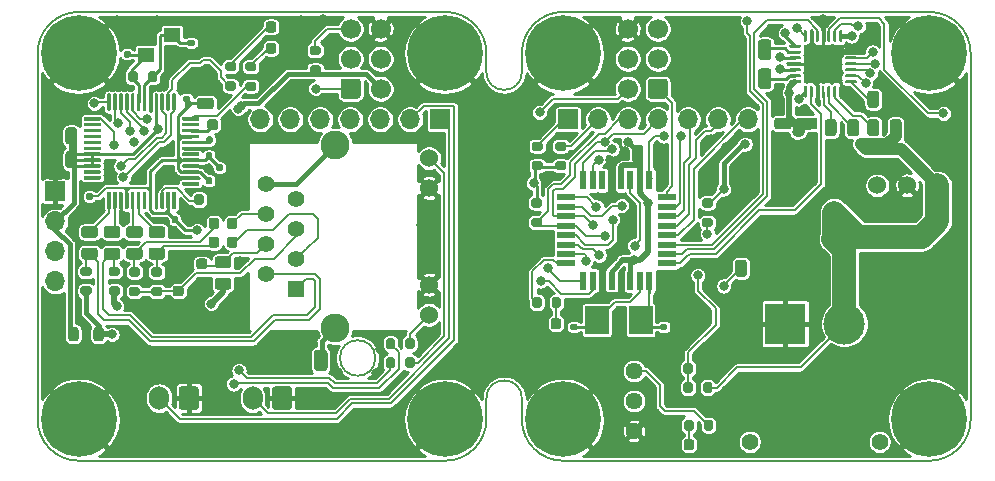
<source format=gbr>
%TF.GenerationSoftware,KiCad,Pcbnew,(5.1.8-0-10_14)*%
%TF.CreationDate,2021-09-02T11:11:10+02:00*%
%TF.ProjectId,ethersweep,65746865-7273-4776-9565-702e6b696361,2.0.1*%
%TF.SameCoordinates,Original*%
%TF.FileFunction,Copper,L1,Top*%
%TF.FilePolarity,Positive*%
%FSLAX46Y46*%
G04 Gerber Fmt 4.6, Leading zero omitted, Abs format (unit mm)*
G04 Created by KiCad (PCBNEW (5.1.8-0-10_14)) date 2021-09-02 11:11:10*
%MOMM*%
%LPD*%
G01*
G04 APERTURE LIST*
%TA.AperFunction,Profile*%
%ADD10C,0.150000*%
%TD*%
%TA.AperFunction,ComponentPad*%
%ADD11C,0.800000*%
%TD*%
%TA.AperFunction,ComponentPad*%
%ADD12C,6.400000*%
%TD*%
%TA.AperFunction,ComponentPad*%
%ADD13O,1.700000X2.000000*%
%TD*%
%TA.AperFunction,ComponentPad*%
%ADD14C,1.700000*%
%TD*%
%TA.AperFunction,ComponentPad*%
%ADD15R,1.700000X1.700000*%
%TD*%
%TA.AperFunction,ComponentPad*%
%ADD16O,1.700000X1.700000*%
%TD*%
%TA.AperFunction,SMDPad,CuDef*%
%ADD17R,0.550000X1.600000*%
%TD*%
%TA.AperFunction,SMDPad,CuDef*%
%ADD18R,1.600000X0.550000*%
%TD*%
%TA.AperFunction,SMDPad,CuDef*%
%ADD19R,2.000000X2.400000*%
%TD*%
%TA.AperFunction,ComponentPad*%
%ADD20R,1.398000X1.398000*%
%TD*%
%TA.AperFunction,ComponentPad*%
%ADD21C,1.398000*%
%TD*%
%TA.AperFunction,ComponentPad*%
%ADD22C,1.530000*%
%TD*%
%TA.AperFunction,ComponentPad*%
%ADD23C,2.445000*%
%TD*%
%TA.AperFunction,SMDPad,CuDef*%
%ADD24R,1.400000X1.200000*%
%TD*%
%TA.AperFunction,ComponentPad*%
%ADD25C,1.440000*%
%TD*%
%TA.AperFunction,ComponentPad*%
%ADD26C,0.500000*%
%TD*%
%TA.AperFunction,SMDPad,CuDef*%
%ADD27R,3.250000X3.250000*%
%TD*%
%TA.AperFunction,ComponentPad*%
%ADD28C,1.400000*%
%TD*%
%TA.AperFunction,ComponentPad*%
%ADD29R,3.500000X3.500000*%
%TD*%
%TA.AperFunction,ComponentPad*%
%ADD30C,3.500000*%
%TD*%
%TA.AperFunction,ComponentPad*%
%ADD31C,1.524000*%
%TD*%
%TA.AperFunction,ViaPad*%
%ADD32C,0.800000*%
%TD*%
%TA.AperFunction,Conductor*%
%ADD33C,0.200000*%
%TD*%
%TA.AperFunction,Conductor*%
%ADD34C,0.400000*%
%TD*%
%TA.AperFunction,Conductor*%
%ADD35C,0.500000*%
%TD*%
%TA.AperFunction,Conductor*%
%ADD36C,0.250000*%
%TD*%
%TA.AperFunction,Conductor*%
%ADD37C,1.000000*%
%TD*%
%TA.AperFunction,Conductor*%
%ADD38C,2.000000*%
%TD*%
%TA.AperFunction,Conductor*%
%ADD39C,0.220000*%
%TD*%
%TA.AperFunction,Conductor*%
%ADD40C,0.100000*%
%TD*%
G04 APERTURE END LIST*
D10*
X221600000Y-26700000D02*
G75*
G02*
X225100000Y-30200000I0J-3500000D01*
G01*
X184100000Y-60700000D02*
X184100000Y-59400000D01*
X187100000Y-31800000D02*
X187100000Y-30700000D01*
X187100000Y-31800000D02*
G75*
G02*
X184100000Y-31800000I-1500000J0D01*
G01*
X187100000Y-61200000D02*
X187100000Y-59400000D01*
X184100000Y-31800000D02*
X184100000Y-30200000D01*
X184100000Y-59400000D02*
G75*
G02*
X187100000Y-59400000I1500000J0D01*
G01*
X184100000Y-61200000D02*
X184100000Y-60700000D01*
X187100000Y-30200000D02*
X187100000Y-30700000D01*
X174700000Y-56000000D02*
G75*
G03*
X174700000Y-56000000I-1500000J0D01*
G01*
X149600000Y-64700000D02*
G75*
G02*
X146100000Y-61200000I0J3500000D01*
G01*
X149600000Y-64700000D02*
X180600000Y-64700000D01*
X190600000Y-26700000D02*
X221600000Y-26700000D01*
X187100000Y-30200000D02*
G75*
G02*
X190600000Y-26700000I3500000J0D01*
G01*
X225100000Y-61200000D02*
G75*
G02*
X221600000Y-64700000I-3500000J0D01*
G01*
X190600000Y-64700000D02*
G75*
G02*
X187100000Y-61200000I0J3500000D01*
G01*
X190600000Y-64700000D02*
X221600000Y-64700000D01*
X225100000Y-61200000D02*
X225100000Y-30200000D01*
X146100000Y-30200000D02*
X146100000Y-61200000D01*
X184100000Y-61200000D02*
G75*
G02*
X180600000Y-64700000I-3500000J0D01*
G01*
X180600000Y-26700000D02*
G75*
G02*
X184100000Y-30200000I0J-3500000D01*
G01*
X146100000Y-30200000D02*
G75*
G02*
X149600000Y-26700000I3500000J0D01*
G01*
X180600000Y-26700000D02*
X149600000Y-26700000D01*
D11*
X151297056Y-59502944D03*
X149600000Y-58800000D03*
X147902944Y-59502944D03*
X147200000Y-61200000D03*
X147902944Y-62897056D03*
X149600000Y-63600000D03*
X151297056Y-62897056D03*
X152000000Y-61200000D03*
D12*
X149600000Y-61200000D03*
X221600000Y-30200000D03*
D11*
X224000000Y-30200000D03*
X223297056Y-31897056D03*
X221600000Y-32600000D03*
X219902944Y-31897056D03*
X219200000Y-30200000D03*
X219902944Y-28502944D03*
X221600000Y-27800000D03*
X223297056Y-28502944D03*
D13*
X156400000Y-59400000D03*
%TA.AperFunction,ComponentPad*%
G36*
G01*
X159750000Y-58650000D02*
X159750000Y-60150000D01*
G75*
G02*
X159500000Y-60400000I-250000J0D01*
G01*
X158300000Y-60400000D01*
G75*
G02*
X158050000Y-60150000I0J250000D01*
G01*
X158050000Y-58650000D01*
G75*
G02*
X158300000Y-58400000I250000J0D01*
G01*
X159500000Y-58400000D01*
G75*
G02*
X159750000Y-58650000I0J-250000D01*
G01*
G37*
%TD.AperFunction*%
%TA.AperFunction,ComponentPad*%
G36*
G01*
X171750000Y-33800000D02*
X171750000Y-32600000D01*
G75*
G02*
X172000000Y-32350000I250000J0D01*
G01*
X173200000Y-32350000D01*
G75*
G02*
X173450000Y-32600000I0J-250000D01*
G01*
X173450000Y-33800000D01*
G75*
G02*
X173200000Y-34050000I-250000J0D01*
G01*
X172000000Y-34050000D01*
G75*
G02*
X171750000Y-33800000I0J250000D01*
G01*
G37*
%TD.AperFunction*%
D14*
X172600000Y-30660000D03*
X172600000Y-28120000D03*
X175140000Y-33200000D03*
X175140000Y-30660000D03*
X175140000Y-28120000D03*
%TA.AperFunction,ComponentPad*%
G36*
G01*
X199450000Y-32600000D02*
X199450000Y-33800000D01*
G75*
G02*
X199200000Y-34050000I-250000J0D01*
G01*
X198000000Y-34050000D01*
G75*
G02*
X197750000Y-33800000I0J250000D01*
G01*
X197750000Y-32600000D01*
G75*
G02*
X198000000Y-32350000I250000J0D01*
G01*
X199200000Y-32350000D01*
G75*
G02*
X199450000Y-32600000I0J-250000D01*
G01*
G37*
%TD.AperFunction*%
X198600000Y-30660000D03*
X198600000Y-28120000D03*
X196060000Y-33200000D03*
X196060000Y-30660000D03*
X196060000Y-28120000D03*
D12*
X190600000Y-61200000D03*
D11*
X193000000Y-61200000D03*
X192297056Y-62897056D03*
X190600000Y-63600000D03*
X188902944Y-62897056D03*
X188200000Y-61200000D03*
X188902944Y-59502944D03*
X190600000Y-58800000D03*
X192297056Y-59502944D03*
X223297056Y-59477945D03*
X221600000Y-58775001D03*
X219902944Y-59477945D03*
X219200000Y-61175001D03*
X219902944Y-62872057D03*
X221600000Y-63575001D03*
X223297056Y-62872057D03*
X224000000Y-61175001D03*
D12*
X221600000Y-61175001D03*
D11*
X192297056Y-28502944D03*
X190600000Y-27800000D03*
X188902944Y-28502944D03*
X188200000Y-30200000D03*
X188902944Y-31897056D03*
X190600000Y-32600000D03*
X192297056Y-31897056D03*
X193000000Y-30200000D03*
D12*
X190600000Y-30200000D03*
%TA.AperFunction,SMDPad,CuDef*%
G36*
G01*
X198300000Y-39175000D02*
X198300000Y-38225000D01*
G75*
G02*
X198550000Y-37975000I250000J0D01*
G01*
X199050000Y-37975000D01*
G75*
G02*
X199300000Y-38225000I0J-250000D01*
G01*
X199300000Y-39175000D01*
G75*
G02*
X199050000Y-39425000I-250000J0D01*
G01*
X198550000Y-39425000D01*
G75*
G02*
X198300000Y-39175000I0J250000D01*
G01*
G37*
%TD.AperFunction*%
%TA.AperFunction,SMDPad,CuDef*%
G36*
G01*
X196400000Y-39175000D02*
X196400000Y-38225000D01*
G75*
G02*
X196650000Y-37975000I250000J0D01*
G01*
X197150000Y-37975000D01*
G75*
G02*
X197400000Y-38225000I0J-250000D01*
G01*
X197400000Y-39175000D01*
G75*
G02*
X197150000Y-39425000I-250000J0D01*
G01*
X196650000Y-39425000D01*
G75*
G02*
X196400000Y-39175000I0J250000D01*
G01*
G37*
%TD.AperFunction*%
%TA.AperFunction,SMDPad,CuDef*%
G36*
G01*
X191670000Y-52700000D02*
X191330000Y-52700000D01*
G75*
G02*
X191190000Y-52560000I0J140000D01*
G01*
X191190000Y-52280000D01*
G75*
G02*
X191330000Y-52140000I140000J0D01*
G01*
X191670000Y-52140000D01*
G75*
G02*
X191810000Y-52280000I0J-140000D01*
G01*
X191810000Y-52560000D01*
G75*
G02*
X191670000Y-52700000I-140000J0D01*
G01*
G37*
%TD.AperFunction*%
%TA.AperFunction,SMDPad,CuDef*%
G36*
G01*
X191670000Y-53660000D02*
X191330000Y-53660000D01*
G75*
G02*
X191190000Y-53520000I0J140000D01*
G01*
X191190000Y-53240000D01*
G75*
G02*
X191330000Y-53100000I140000J0D01*
G01*
X191670000Y-53100000D01*
G75*
G02*
X191810000Y-53240000I0J-140000D01*
G01*
X191810000Y-53520000D01*
G75*
G02*
X191670000Y-53660000I-140000J0D01*
G01*
G37*
%TD.AperFunction*%
%TA.AperFunction,SMDPad,CuDef*%
G36*
G01*
X198930000Y-52140000D02*
X199270000Y-52140000D01*
G75*
G02*
X199410000Y-52280000I0J-140000D01*
G01*
X199410000Y-52560000D01*
G75*
G02*
X199270000Y-52700000I-140000J0D01*
G01*
X198930000Y-52700000D01*
G75*
G02*
X198790000Y-52560000I0J140000D01*
G01*
X198790000Y-52280000D01*
G75*
G02*
X198930000Y-52140000I140000J0D01*
G01*
G37*
%TD.AperFunction*%
%TA.AperFunction,SMDPad,CuDef*%
G36*
G01*
X198930000Y-53100000D02*
X199270000Y-53100000D01*
G75*
G02*
X199410000Y-53240000I0J-140000D01*
G01*
X199410000Y-53520000D01*
G75*
G02*
X199270000Y-53660000I-140000J0D01*
G01*
X198930000Y-53660000D01*
G75*
G02*
X198790000Y-53520000I0J140000D01*
G01*
X198790000Y-53240000D01*
G75*
G02*
X198930000Y-53100000I140000J0D01*
G01*
G37*
%TD.AperFunction*%
%TA.AperFunction,SMDPad,CuDef*%
G36*
G01*
X208050000Y-47925000D02*
X208050000Y-48875000D01*
G75*
G02*
X207800000Y-49125000I-250000J0D01*
G01*
X207300000Y-49125000D01*
G75*
G02*
X207050000Y-48875000I0J250000D01*
G01*
X207050000Y-47925000D01*
G75*
G02*
X207300000Y-47675000I250000J0D01*
G01*
X207800000Y-47675000D01*
G75*
G02*
X208050000Y-47925000I0J-250000D01*
G01*
G37*
%TD.AperFunction*%
%TA.AperFunction,SMDPad,CuDef*%
G36*
G01*
X206150000Y-47925000D02*
X206150000Y-48875000D01*
G75*
G02*
X205900000Y-49125000I-250000J0D01*
G01*
X205400000Y-49125000D01*
G75*
G02*
X205150000Y-48875000I0J250000D01*
G01*
X205150000Y-47925000D01*
G75*
G02*
X205400000Y-47675000I250000J0D01*
G01*
X205900000Y-47675000D01*
G75*
G02*
X206150000Y-47925000I0J-250000D01*
G01*
G37*
%TD.AperFunction*%
D15*
X147600000Y-41900000D03*
D16*
X147600000Y-44440000D03*
X147600000Y-46980000D03*
X147600000Y-49520000D03*
%TA.AperFunction,ComponentPad*%
G36*
G01*
X167650000Y-58650000D02*
X167650000Y-60150000D01*
G75*
G02*
X167400000Y-60400000I-250000J0D01*
G01*
X166200000Y-60400000D01*
G75*
G02*
X165950000Y-60150000I0J250000D01*
G01*
X165950000Y-58650000D01*
G75*
G02*
X166200000Y-58400000I250000J0D01*
G01*
X167400000Y-58400000D01*
G75*
G02*
X167650000Y-58650000I0J-250000D01*
G01*
G37*
%TD.AperFunction*%
D13*
X164300000Y-59400000D03*
D17*
X192300000Y-49450000D03*
X193100000Y-49450000D03*
X193900000Y-49450000D03*
X194700000Y-49450000D03*
X195500000Y-49450000D03*
X196300000Y-49450000D03*
X197100000Y-49450000D03*
X197900000Y-49450000D03*
D18*
X199350000Y-48000000D03*
X199350000Y-47200000D03*
X199350000Y-46400000D03*
X199350000Y-45600000D03*
X199350000Y-44800000D03*
X199350000Y-44000000D03*
X199350000Y-43200000D03*
X199350000Y-42400000D03*
D17*
X197900000Y-40950000D03*
X197100000Y-40950000D03*
X196300000Y-40950000D03*
X195500000Y-40950000D03*
X194700000Y-40950000D03*
X193900000Y-40950000D03*
X193100000Y-40950000D03*
X192300000Y-40950000D03*
D18*
X190850000Y-42400000D03*
X190850000Y-43200000D03*
X190850000Y-44000000D03*
X190850000Y-44800000D03*
X190850000Y-45600000D03*
X190850000Y-46400000D03*
X190850000Y-47200000D03*
X190850000Y-48000000D03*
D12*
X149600000Y-30200000D03*
D11*
X152000000Y-30200000D03*
X151297056Y-31897056D03*
X149600000Y-32600000D03*
X147902944Y-31897056D03*
X147200000Y-30200000D03*
X147902944Y-28502944D03*
X149600000Y-27800000D03*
X151297056Y-28502944D03*
X182297056Y-28502944D03*
X180600000Y-27800000D03*
X178902944Y-28502944D03*
X178200000Y-30200000D03*
X178902944Y-31897056D03*
X180600000Y-32600000D03*
X182297056Y-31897056D03*
X183000000Y-30200000D03*
D12*
X180600000Y-30200000D03*
X180600000Y-61200000D03*
D11*
X183000000Y-61200000D03*
X182297056Y-62897056D03*
X180600000Y-63600000D03*
X178902944Y-62897056D03*
X178200000Y-61200000D03*
X178902944Y-59502944D03*
X180600000Y-58800000D03*
X182297056Y-59502944D03*
%TA.AperFunction,SMDPad,CuDef*%
G36*
G01*
X188075000Y-42475000D02*
X188625000Y-42475000D01*
G75*
G02*
X188825000Y-42675000I0J-200000D01*
G01*
X188825000Y-43075000D01*
G75*
G02*
X188625000Y-43275000I-200000J0D01*
G01*
X188075000Y-43275000D01*
G75*
G02*
X187875000Y-43075000I0J200000D01*
G01*
X187875000Y-42675000D01*
G75*
G02*
X188075000Y-42475000I200000J0D01*
G01*
G37*
%TD.AperFunction*%
%TA.AperFunction,SMDPad,CuDef*%
G36*
G01*
X188075000Y-44125000D02*
X188625000Y-44125000D01*
G75*
G02*
X188825000Y-44325000I0J-200000D01*
G01*
X188825000Y-44725000D01*
G75*
G02*
X188625000Y-44925000I-200000J0D01*
G01*
X188075000Y-44925000D01*
G75*
G02*
X187875000Y-44725000I0J200000D01*
G01*
X187875000Y-44325000D01*
G75*
G02*
X188075000Y-44125000I200000J0D01*
G01*
G37*
%TD.AperFunction*%
%TA.AperFunction,SMDPad,CuDef*%
G36*
G01*
X202525000Y-44125000D02*
X203075000Y-44125000D01*
G75*
G02*
X203275000Y-44325000I0J-200000D01*
G01*
X203275000Y-44725000D01*
G75*
G02*
X203075000Y-44925000I-200000J0D01*
G01*
X202525000Y-44925000D01*
G75*
G02*
X202325000Y-44725000I0J200000D01*
G01*
X202325000Y-44325000D01*
G75*
G02*
X202525000Y-44125000I200000J0D01*
G01*
G37*
%TD.AperFunction*%
%TA.AperFunction,SMDPad,CuDef*%
G36*
G01*
X202525000Y-42475000D02*
X203075000Y-42475000D01*
G75*
G02*
X203275000Y-42675000I0J-200000D01*
G01*
X203275000Y-43075000D01*
G75*
G02*
X203075000Y-43275000I-200000J0D01*
G01*
X202525000Y-43275000D01*
G75*
G02*
X202325000Y-43075000I0J200000D01*
G01*
X202325000Y-42675000D01*
G75*
G02*
X202525000Y-42475000I200000J0D01*
G01*
G37*
%TD.AperFunction*%
%TA.AperFunction,SMDPad,CuDef*%
G36*
G01*
X188675000Y-38475000D02*
X188125000Y-38475000D01*
G75*
G02*
X187925000Y-38275000I0J200000D01*
G01*
X187925000Y-37875000D01*
G75*
G02*
X188125000Y-37675000I200000J0D01*
G01*
X188675000Y-37675000D01*
G75*
G02*
X188875000Y-37875000I0J-200000D01*
G01*
X188875000Y-38275000D01*
G75*
G02*
X188675000Y-38475000I-200000J0D01*
G01*
G37*
%TD.AperFunction*%
%TA.AperFunction,SMDPad,CuDef*%
G36*
G01*
X188675000Y-40125000D02*
X188125000Y-40125000D01*
G75*
G02*
X187925000Y-39925000I0J200000D01*
G01*
X187925000Y-39525000D01*
G75*
G02*
X188125000Y-39325000I200000J0D01*
G01*
X188675000Y-39325000D01*
G75*
G02*
X188875000Y-39525000I0J-200000D01*
G01*
X188875000Y-39925000D01*
G75*
G02*
X188675000Y-40125000I-200000J0D01*
G01*
G37*
%TD.AperFunction*%
%TA.AperFunction,SMDPad,CuDef*%
G36*
G01*
X190675000Y-40125000D02*
X190125000Y-40125000D01*
G75*
G02*
X189925000Y-39925000I0J200000D01*
G01*
X189925000Y-39525000D01*
G75*
G02*
X190125000Y-39325000I200000J0D01*
G01*
X190675000Y-39325000D01*
G75*
G02*
X190875000Y-39525000I0J-200000D01*
G01*
X190875000Y-39925000D01*
G75*
G02*
X190675000Y-40125000I-200000J0D01*
G01*
G37*
%TD.AperFunction*%
%TA.AperFunction,SMDPad,CuDef*%
G36*
G01*
X190675000Y-38475000D02*
X190125000Y-38475000D01*
G75*
G02*
X189925000Y-38275000I0J200000D01*
G01*
X189925000Y-37875000D01*
G75*
G02*
X190125000Y-37675000I200000J0D01*
G01*
X190675000Y-37675000D01*
G75*
G02*
X190875000Y-37875000I0J-200000D01*
G01*
X190875000Y-38275000D01*
G75*
G02*
X190675000Y-38475000I-200000J0D01*
G01*
G37*
%TD.AperFunction*%
%TA.AperFunction,SMDPad,CuDef*%
G36*
G01*
X169875000Y-32025000D02*
X169325000Y-32025000D01*
G75*
G02*
X169125000Y-31825000I0J200000D01*
G01*
X169125000Y-31425000D01*
G75*
G02*
X169325000Y-31225000I200000J0D01*
G01*
X169875000Y-31225000D01*
G75*
G02*
X170075000Y-31425000I0J-200000D01*
G01*
X170075000Y-31825000D01*
G75*
G02*
X169875000Y-32025000I-200000J0D01*
G01*
G37*
%TD.AperFunction*%
%TA.AperFunction,SMDPad,CuDef*%
G36*
G01*
X169875000Y-30375000D02*
X169325000Y-30375000D01*
G75*
G02*
X169125000Y-30175000I0J200000D01*
G01*
X169125000Y-29775000D01*
G75*
G02*
X169325000Y-29575000I200000J0D01*
G01*
X169875000Y-29575000D01*
G75*
G02*
X170075000Y-29775000I0J-200000D01*
G01*
X170075000Y-30175000D01*
G75*
G02*
X169875000Y-30375000I-200000J0D01*
G01*
G37*
%TD.AperFunction*%
D19*
X197150000Y-52800000D03*
X193450000Y-52800000D03*
%TA.AperFunction,SMDPad,CuDef*%
G36*
G01*
X157750000Y-49875000D02*
X158250000Y-49875000D01*
G75*
G02*
X158475000Y-50100000I0J-225000D01*
G01*
X158475000Y-50550000D01*
G75*
G02*
X158250000Y-50775000I-225000J0D01*
G01*
X157750000Y-50775000D01*
G75*
G02*
X157525000Y-50550000I0J225000D01*
G01*
X157525000Y-50100000D01*
G75*
G02*
X157750000Y-49875000I225000J0D01*
G01*
G37*
%TD.AperFunction*%
%TA.AperFunction,SMDPad,CuDef*%
G36*
G01*
X157750000Y-48325000D02*
X158250000Y-48325000D01*
G75*
G02*
X158475000Y-48550000I0J-225000D01*
G01*
X158475000Y-49000000D01*
G75*
G02*
X158250000Y-49225000I-225000J0D01*
G01*
X157750000Y-49225000D01*
G75*
G02*
X157525000Y-49000000I0J225000D01*
G01*
X157525000Y-48550000D01*
G75*
G02*
X157750000Y-48325000I225000J0D01*
G01*
G37*
%TD.AperFunction*%
%TA.AperFunction,SMDPad,CuDef*%
G36*
G01*
X160340000Y-39070000D02*
X160340000Y-38730000D01*
G75*
G02*
X160480000Y-38590000I140000J0D01*
G01*
X160760000Y-38590000D01*
G75*
G02*
X160900000Y-38730000I0J-140000D01*
G01*
X160900000Y-39070000D01*
G75*
G02*
X160760000Y-39210000I-140000J0D01*
G01*
X160480000Y-39210000D01*
G75*
G02*
X160340000Y-39070000I0J140000D01*
G01*
G37*
%TD.AperFunction*%
%TA.AperFunction,SMDPad,CuDef*%
G36*
G01*
X161300000Y-39070000D02*
X161300000Y-38730000D01*
G75*
G02*
X161440000Y-38590000I140000J0D01*
G01*
X161720000Y-38590000D01*
G75*
G02*
X161860000Y-38730000I0J-140000D01*
G01*
X161860000Y-39070000D01*
G75*
G02*
X161720000Y-39210000I-140000J0D01*
G01*
X161440000Y-39210000D01*
G75*
G02*
X161300000Y-39070000I0J140000D01*
G01*
G37*
%TD.AperFunction*%
%TA.AperFunction,SMDPad,CuDef*%
G36*
G01*
X162200000Y-40070000D02*
X162200000Y-39730000D01*
G75*
G02*
X162340000Y-39590000I140000J0D01*
G01*
X162620000Y-39590000D01*
G75*
G02*
X162760000Y-39730000I0J-140000D01*
G01*
X162760000Y-40070000D01*
G75*
G02*
X162620000Y-40210000I-140000J0D01*
G01*
X162340000Y-40210000D01*
G75*
G02*
X162200000Y-40070000I0J140000D01*
G01*
G37*
%TD.AperFunction*%
%TA.AperFunction,SMDPad,CuDef*%
G36*
G01*
X161240000Y-40070000D02*
X161240000Y-39730000D01*
G75*
G02*
X161380000Y-39590000I140000J0D01*
G01*
X161660000Y-39590000D01*
G75*
G02*
X161800000Y-39730000I0J-140000D01*
G01*
X161800000Y-40070000D01*
G75*
G02*
X161660000Y-40210000I-140000J0D01*
G01*
X161380000Y-40210000D01*
G75*
G02*
X161240000Y-40070000I0J140000D01*
G01*
G37*
%TD.AperFunction*%
%TA.AperFunction,SMDPad,CuDef*%
G36*
G01*
X158870000Y-34360000D02*
X158530000Y-34360000D01*
G75*
G02*
X158390000Y-34220000I0J140000D01*
G01*
X158390000Y-33940000D01*
G75*
G02*
X158530000Y-33800000I140000J0D01*
G01*
X158870000Y-33800000D01*
G75*
G02*
X159010000Y-33940000I0J-140000D01*
G01*
X159010000Y-34220000D01*
G75*
G02*
X158870000Y-34360000I-140000J0D01*
G01*
G37*
%TD.AperFunction*%
%TA.AperFunction,SMDPad,CuDef*%
G36*
G01*
X158870000Y-33400000D02*
X158530000Y-33400000D01*
G75*
G02*
X158390000Y-33260000I0J140000D01*
G01*
X158390000Y-32980000D01*
G75*
G02*
X158530000Y-32840000I140000J0D01*
G01*
X158870000Y-32840000D01*
G75*
G02*
X159010000Y-32980000I0J-140000D01*
G01*
X159010000Y-33260000D01*
G75*
G02*
X158870000Y-33400000I-140000J0D01*
G01*
G37*
%TD.AperFunction*%
%TA.AperFunction,SMDPad,CuDef*%
G36*
G01*
X158400000Y-44470000D02*
X158400000Y-44130000D01*
G75*
G02*
X158540000Y-43990000I140000J0D01*
G01*
X158820000Y-43990000D01*
G75*
G02*
X158960000Y-44130000I0J-140000D01*
G01*
X158960000Y-44470000D01*
G75*
G02*
X158820000Y-44610000I-140000J0D01*
G01*
X158540000Y-44610000D01*
G75*
G02*
X158400000Y-44470000I0J140000D01*
G01*
G37*
%TD.AperFunction*%
%TA.AperFunction,SMDPad,CuDef*%
G36*
G01*
X157440000Y-44470000D02*
X157440000Y-44130000D01*
G75*
G02*
X157580000Y-43990000I140000J0D01*
G01*
X157860000Y-43990000D01*
G75*
G02*
X158000000Y-44130000I0J-140000D01*
G01*
X158000000Y-44470000D01*
G75*
G02*
X157860000Y-44610000I-140000J0D01*
G01*
X157580000Y-44610000D01*
G75*
G02*
X157440000Y-44470000I0J140000D01*
G01*
G37*
%TD.AperFunction*%
%TA.AperFunction,SMDPad,CuDef*%
G36*
G01*
X150330000Y-43000000D02*
X150670000Y-43000000D01*
G75*
G02*
X150810000Y-43140000I0J-140000D01*
G01*
X150810000Y-43420000D01*
G75*
G02*
X150670000Y-43560000I-140000J0D01*
G01*
X150330000Y-43560000D01*
G75*
G02*
X150190000Y-43420000I0J140000D01*
G01*
X150190000Y-43140000D01*
G75*
G02*
X150330000Y-43000000I140000J0D01*
G01*
G37*
%TD.AperFunction*%
%TA.AperFunction,SMDPad,CuDef*%
G36*
G01*
X150330000Y-42040000D02*
X150670000Y-42040000D01*
G75*
G02*
X150810000Y-42180000I0J-140000D01*
G01*
X150810000Y-42460000D01*
G75*
G02*
X150670000Y-42600000I-140000J0D01*
G01*
X150330000Y-42600000D01*
G75*
G02*
X150190000Y-42460000I0J140000D01*
G01*
X150190000Y-42180000D01*
G75*
G02*
X150330000Y-42040000I140000J0D01*
G01*
G37*
%TD.AperFunction*%
%TA.AperFunction,SMDPad,CuDef*%
G36*
G01*
X161300000Y-41170000D02*
X161300000Y-40830000D01*
G75*
G02*
X161440000Y-40690000I140000J0D01*
G01*
X161720000Y-40690000D01*
G75*
G02*
X161860000Y-40830000I0J-140000D01*
G01*
X161860000Y-41170000D01*
G75*
G02*
X161720000Y-41310000I-140000J0D01*
G01*
X161440000Y-41310000D01*
G75*
G02*
X161300000Y-41170000I0J140000D01*
G01*
G37*
%TD.AperFunction*%
%TA.AperFunction,SMDPad,CuDef*%
G36*
G01*
X160340000Y-41170000D02*
X160340000Y-40830000D01*
G75*
G02*
X160480000Y-40690000I140000J0D01*
G01*
X160760000Y-40690000D01*
G75*
G02*
X160900000Y-40830000I0J-140000D01*
G01*
X160900000Y-41170000D01*
G75*
G02*
X160760000Y-41310000I-140000J0D01*
G01*
X160480000Y-41310000D01*
G75*
G02*
X160340000Y-41170000I0J140000D01*
G01*
G37*
%TD.AperFunction*%
%TA.AperFunction,SMDPad,CuDef*%
G36*
G01*
X160775000Y-34950000D02*
X159825000Y-34950000D01*
G75*
G02*
X159575000Y-34700000I0J250000D01*
G01*
X159575000Y-34200000D01*
G75*
G02*
X159825000Y-33950000I250000J0D01*
G01*
X160775000Y-33950000D01*
G75*
G02*
X161025000Y-34200000I0J-250000D01*
G01*
X161025000Y-34700000D01*
G75*
G02*
X160775000Y-34950000I-250000J0D01*
G01*
G37*
%TD.AperFunction*%
%TA.AperFunction,SMDPad,CuDef*%
G36*
G01*
X160775000Y-33050000D02*
X159825000Y-33050000D01*
G75*
G02*
X159575000Y-32800000I0J250000D01*
G01*
X159575000Y-32300000D01*
G75*
G02*
X159825000Y-32050000I250000J0D01*
G01*
X160775000Y-32050000D01*
G75*
G02*
X161025000Y-32300000I0J-250000D01*
G01*
X161025000Y-32800000D01*
G75*
G02*
X160775000Y-33050000I-250000J0D01*
G01*
G37*
%TD.AperFunction*%
%TA.AperFunction,SMDPad,CuDef*%
G36*
G01*
X147550000Y-36725000D02*
X147550000Y-37675000D01*
G75*
G02*
X147300000Y-37925000I-250000J0D01*
G01*
X146800000Y-37925000D01*
G75*
G02*
X146550000Y-37675000I0J250000D01*
G01*
X146550000Y-36725000D01*
G75*
G02*
X146800000Y-36475000I250000J0D01*
G01*
X147300000Y-36475000D01*
G75*
G02*
X147550000Y-36725000I0J-250000D01*
G01*
G37*
%TD.AperFunction*%
%TA.AperFunction,SMDPad,CuDef*%
G36*
G01*
X149450000Y-36725000D02*
X149450000Y-37675000D01*
G75*
G02*
X149200000Y-37925000I-250000J0D01*
G01*
X148700000Y-37925000D01*
G75*
G02*
X148450000Y-37675000I0J250000D01*
G01*
X148450000Y-36725000D01*
G75*
G02*
X148700000Y-36475000I250000J0D01*
G01*
X149200000Y-36475000D01*
G75*
G02*
X149450000Y-36725000I0J-250000D01*
G01*
G37*
%TD.AperFunction*%
%TA.AperFunction,SMDPad,CuDef*%
G36*
G01*
X159270000Y-30560000D02*
X158930000Y-30560000D01*
G75*
G02*
X158790000Y-30420000I0J140000D01*
G01*
X158790000Y-30140000D01*
G75*
G02*
X158930000Y-30000000I140000J0D01*
G01*
X159270000Y-30000000D01*
G75*
G02*
X159410000Y-30140000I0J-140000D01*
G01*
X159410000Y-30420000D01*
G75*
G02*
X159270000Y-30560000I-140000J0D01*
G01*
G37*
%TD.AperFunction*%
%TA.AperFunction,SMDPad,CuDef*%
G36*
G01*
X159270000Y-29600000D02*
X158930000Y-29600000D01*
G75*
G02*
X158790000Y-29460000I0J140000D01*
G01*
X158790000Y-29180000D01*
G75*
G02*
X158930000Y-29040000I140000J0D01*
G01*
X159270000Y-29040000D01*
G75*
G02*
X159410000Y-29180000I0J-140000D01*
G01*
X159410000Y-29460000D01*
G75*
G02*
X159270000Y-29600000I-140000J0D01*
G01*
G37*
%TD.AperFunction*%
%TA.AperFunction,SMDPad,CuDef*%
G36*
G01*
X153870000Y-30560000D02*
X153530000Y-30560000D01*
G75*
G02*
X153390000Y-30420000I0J140000D01*
G01*
X153390000Y-30140000D01*
G75*
G02*
X153530000Y-30000000I140000J0D01*
G01*
X153870000Y-30000000D01*
G75*
G02*
X154010000Y-30140000I0J-140000D01*
G01*
X154010000Y-30420000D01*
G75*
G02*
X153870000Y-30560000I-140000J0D01*
G01*
G37*
%TD.AperFunction*%
%TA.AperFunction,SMDPad,CuDef*%
G36*
G01*
X153870000Y-29600000D02*
X153530000Y-29600000D01*
G75*
G02*
X153390000Y-29460000I0J140000D01*
G01*
X153390000Y-29180000D01*
G75*
G02*
X153530000Y-29040000I140000J0D01*
G01*
X153870000Y-29040000D01*
G75*
G02*
X154010000Y-29180000I0J-140000D01*
G01*
X154010000Y-29460000D01*
G75*
G02*
X153870000Y-29600000I-140000J0D01*
G01*
G37*
%TD.AperFunction*%
%TA.AperFunction,SMDPad,CuDef*%
G36*
G01*
X162025000Y-36500000D02*
X162025000Y-36000000D01*
G75*
G02*
X162250000Y-35775000I225000J0D01*
G01*
X162700000Y-35775000D01*
G75*
G02*
X162925000Y-36000000I0J-225000D01*
G01*
X162925000Y-36500000D01*
G75*
G02*
X162700000Y-36725000I-225000J0D01*
G01*
X162250000Y-36725000D01*
G75*
G02*
X162025000Y-36500000I0J225000D01*
G01*
G37*
%TD.AperFunction*%
%TA.AperFunction,SMDPad,CuDef*%
G36*
G01*
X160475000Y-36500000D02*
X160475000Y-36000000D01*
G75*
G02*
X160700000Y-35775000I225000J0D01*
G01*
X161150000Y-35775000D01*
G75*
G02*
X161375000Y-36000000I0J-225000D01*
G01*
X161375000Y-36500000D01*
G75*
G02*
X161150000Y-36725000I-225000J0D01*
G01*
X160700000Y-36725000D01*
G75*
G02*
X160475000Y-36500000I0J225000D01*
G01*
G37*
%TD.AperFunction*%
%TA.AperFunction,SMDPad,CuDef*%
G36*
G01*
X161320000Y-37720000D02*
X161320000Y-37380000D01*
G75*
G02*
X161460000Y-37240000I140000J0D01*
G01*
X161740000Y-37240000D01*
G75*
G02*
X161880000Y-37380000I0J-140000D01*
G01*
X161880000Y-37720000D01*
G75*
G02*
X161740000Y-37860000I-140000J0D01*
G01*
X161460000Y-37860000D01*
G75*
G02*
X161320000Y-37720000I0J140000D01*
G01*
G37*
%TD.AperFunction*%
%TA.AperFunction,SMDPad,CuDef*%
G36*
G01*
X160360000Y-37720000D02*
X160360000Y-37380000D01*
G75*
G02*
X160500000Y-37240000I140000J0D01*
G01*
X160780000Y-37240000D01*
G75*
G02*
X160920000Y-37380000I0J-140000D01*
G01*
X160920000Y-37720000D01*
G75*
G02*
X160780000Y-37860000I-140000J0D01*
G01*
X160500000Y-37860000D01*
G75*
G02*
X160360000Y-37720000I0J140000D01*
G01*
G37*
%TD.AperFunction*%
D15*
X191000000Y-35800000D03*
D16*
X193540000Y-35800000D03*
X196080000Y-35800000D03*
X198620000Y-35800000D03*
X201160000Y-35800000D03*
X203700000Y-35800000D03*
X206240000Y-35800000D03*
X164960000Y-35800000D03*
X167500000Y-35800000D03*
X170040000Y-35800000D03*
X172580000Y-35800000D03*
X175120000Y-35800000D03*
X177660000Y-35800000D03*
D15*
X180200000Y-35800000D03*
D20*
X168000000Y-50150000D03*
D21*
X165460000Y-48880000D03*
X168000000Y-47610000D03*
X165460000Y-46340000D03*
X168000000Y-45070000D03*
X165460000Y-43800000D03*
X168000000Y-42530000D03*
X165460000Y-41260000D03*
D22*
X179250000Y-52325000D03*
X179250000Y-49785000D03*
X179250000Y-39075000D03*
X179250000Y-41615000D03*
D23*
X171300000Y-53445000D03*
X171300000Y-37955000D03*
%TA.AperFunction,SMDPad,CuDef*%
G36*
G01*
X148700000Y-54381250D02*
X148700000Y-53618750D01*
G75*
G02*
X148918750Y-53400000I218750J0D01*
G01*
X149356250Y-53400000D01*
G75*
G02*
X149575000Y-53618750I0J-218750D01*
G01*
X149575000Y-54381250D01*
G75*
G02*
X149356250Y-54600000I-218750J0D01*
G01*
X148918750Y-54600000D01*
G75*
G02*
X148700000Y-54381250I0J218750D01*
G01*
G37*
%TD.AperFunction*%
%TA.AperFunction,SMDPad,CuDef*%
G36*
G01*
X150825000Y-54381250D02*
X150825000Y-53618750D01*
G75*
G02*
X151043750Y-53400000I218750J0D01*
G01*
X151481250Y-53400000D01*
G75*
G02*
X151700000Y-53618750I0J-218750D01*
G01*
X151700000Y-54381250D01*
G75*
G02*
X151481250Y-54600000I-218750J0D01*
G01*
X151043750Y-54600000D01*
G75*
G02*
X150825000Y-54381250I0J218750D01*
G01*
G37*
%TD.AperFunction*%
%TA.AperFunction,SMDPad,CuDef*%
G36*
G01*
X150950002Y-45850000D02*
X150049998Y-45850000D01*
G75*
G02*
X149800000Y-45600002I0J249998D01*
G01*
X149800000Y-45074998D01*
G75*
G02*
X150049998Y-44825000I249998J0D01*
G01*
X150950002Y-44825000D01*
G75*
G02*
X151200000Y-45074998I0J-249998D01*
G01*
X151200000Y-45600002D01*
G75*
G02*
X150950002Y-45850000I-249998J0D01*
G01*
G37*
%TD.AperFunction*%
%TA.AperFunction,SMDPad,CuDef*%
G36*
G01*
X150950002Y-47675000D02*
X150049998Y-47675000D01*
G75*
G02*
X149800000Y-47425002I0J249998D01*
G01*
X149800000Y-46899998D01*
G75*
G02*
X150049998Y-46650000I249998J0D01*
G01*
X150950002Y-46650000D01*
G75*
G02*
X151200000Y-46899998I0J-249998D01*
G01*
X151200000Y-47425002D01*
G75*
G02*
X150950002Y-47675000I-249998J0D01*
G01*
G37*
%TD.AperFunction*%
%TA.AperFunction,SMDPad,CuDef*%
G36*
G01*
X152850002Y-47675000D02*
X151949998Y-47675000D01*
G75*
G02*
X151700000Y-47425002I0J249998D01*
G01*
X151700000Y-46899998D01*
G75*
G02*
X151949998Y-46650000I249998J0D01*
G01*
X152850002Y-46650000D01*
G75*
G02*
X153100000Y-46899998I0J-249998D01*
G01*
X153100000Y-47425002D01*
G75*
G02*
X152850002Y-47675000I-249998J0D01*
G01*
G37*
%TD.AperFunction*%
%TA.AperFunction,SMDPad,CuDef*%
G36*
G01*
X152850002Y-45850000D02*
X151949998Y-45850000D01*
G75*
G02*
X151700000Y-45600002I0J249998D01*
G01*
X151700000Y-45074998D01*
G75*
G02*
X151949998Y-44825000I249998J0D01*
G01*
X152850002Y-44825000D01*
G75*
G02*
X153100000Y-45074998I0J-249998D01*
G01*
X153100000Y-45600002D01*
G75*
G02*
X152850002Y-45850000I-249998J0D01*
G01*
G37*
%TD.AperFunction*%
%TA.AperFunction,SMDPad,CuDef*%
G36*
G01*
X154750002Y-45850000D02*
X153849998Y-45850000D01*
G75*
G02*
X153600000Y-45600002I0J249998D01*
G01*
X153600000Y-45074998D01*
G75*
G02*
X153849998Y-44825000I249998J0D01*
G01*
X154750002Y-44825000D01*
G75*
G02*
X155000000Y-45074998I0J-249998D01*
G01*
X155000000Y-45600002D01*
G75*
G02*
X154750002Y-45850000I-249998J0D01*
G01*
G37*
%TD.AperFunction*%
%TA.AperFunction,SMDPad,CuDef*%
G36*
G01*
X154750002Y-47675000D02*
X153849998Y-47675000D01*
G75*
G02*
X153600000Y-47425002I0J249998D01*
G01*
X153600000Y-46899998D01*
G75*
G02*
X153849998Y-46650000I249998J0D01*
G01*
X154750002Y-46650000D01*
G75*
G02*
X155000000Y-46899998I0J-249998D01*
G01*
X155000000Y-47425002D01*
G75*
G02*
X154750002Y-47675000I-249998J0D01*
G01*
G37*
%TD.AperFunction*%
%TA.AperFunction,SMDPad,CuDef*%
G36*
G01*
X156650002Y-47675000D02*
X155749998Y-47675000D01*
G75*
G02*
X155500000Y-47425002I0J249998D01*
G01*
X155500000Y-46899998D01*
G75*
G02*
X155749998Y-46650000I249998J0D01*
G01*
X156650002Y-46650000D01*
G75*
G02*
X156900000Y-46899998I0J-249998D01*
G01*
X156900000Y-47425002D01*
G75*
G02*
X156650002Y-47675000I-249998J0D01*
G01*
G37*
%TD.AperFunction*%
%TA.AperFunction,SMDPad,CuDef*%
G36*
G01*
X156650002Y-45850000D02*
X155749998Y-45850000D01*
G75*
G02*
X155500000Y-45600002I0J249998D01*
G01*
X155500000Y-45074998D01*
G75*
G02*
X155749998Y-44825000I249998J0D01*
G01*
X156650002Y-44825000D01*
G75*
G02*
X156900000Y-45074998I0J-249998D01*
G01*
X156900000Y-45600002D01*
G75*
G02*
X156650002Y-45850000I-249998J0D01*
G01*
G37*
%TD.AperFunction*%
%TA.AperFunction,SMDPad,CuDef*%
G36*
G01*
X150475000Y-50725000D02*
X149925000Y-50725000D01*
G75*
G02*
X149725000Y-50525000I0J200000D01*
G01*
X149725000Y-50125000D01*
G75*
G02*
X149925000Y-49925000I200000J0D01*
G01*
X150475000Y-49925000D01*
G75*
G02*
X150675000Y-50125000I0J-200000D01*
G01*
X150675000Y-50525000D01*
G75*
G02*
X150475000Y-50725000I-200000J0D01*
G01*
G37*
%TD.AperFunction*%
%TA.AperFunction,SMDPad,CuDef*%
G36*
G01*
X150475000Y-49075000D02*
X149925000Y-49075000D01*
G75*
G02*
X149725000Y-48875000I0J200000D01*
G01*
X149725000Y-48475000D01*
G75*
G02*
X149925000Y-48275000I200000J0D01*
G01*
X150475000Y-48275000D01*
G75*
G02*
X150675000Y-48475000I0J-200000D01*
G01*
X150675000Y-48875000D01*
G75*
G02*
X150475000Y-49075000I-200000J0D01*
G01*
G37*
%TD.AperFunction*%
%TA.AperFunction,SMDPad,CuDef*%
G36*
G01*
X152875000Y-50725000D02*
X152325000Y-50725000D01*
G75*
G02*
X152125000Y-50525000I0J200000D01*
G01*
X152125000Y-50125000D01*
G75*
G02*
X152325000Y-49925000I200000J0D01*
G01*
X152875000Y-49925000D01*
G75*
G02*
X153075000Y-50125000I0J-200000D01*
G01*
X153075000Y-50525000D01*
G75*
G02*
X152875000Y-50725000I-200000J0D01*
G01*
G37*
%TD.AperFunction*%
%TA.AperFunction,SMDPad,CuDef*%
G36*
G01*
X152875000Y-49075000D02*
X152325000Y-49075000D01*
G75*
G02*
X152125000Y-48875000I0J200000D01*
G01*
X152125000Y-48475000D01*
G75*
G02*
X152325000Y-48275000I200000J0D01*
G01*
X152875000Y-48275000D01*
G75*
G02*
X153075000Y-48475000I0J-200000D01*
G01*
X153075000Y-48875000D01*
G75*
G02*
X152875000Y-49075000I-200000J0D01*
G01*
G37*
%TD.AperFunction*%
%TA.AperFunction,SMDPad,CuDef*%
G36*
G01*
X154575000Y-49125000D02*
X154025000Y-49125000D01*
G75*
G02*
X153825000Y-48925000I0J200000D01*
G01*
X153825000Y-48525000D01*
G75*
G02*
X154025000Y-48325000I200000J0D01*
G01*
X154575000Y-48325000D01*
G75*
G02*
X154775000Y-48525000I0J-200000D01*
G01*
X154775000Y-48925000D01*
G75*
G02*
X154575000Y-49125000I-200000J0D01*
G01*
G37*
%TD.AperFunction*%
%TA.AperFunction,SMDPad,CuDef*%
G36*
G01*
X154575000Y-50775000D02*
X154025000Y-50775000D01*
G75*
G02*
X153825000Y-50575000I0J200000D01*
G01*
X153825000Y-50175000D01*
G75*
G02*
X154025000Y-49975000I200000J0D01*
G01*
X154575000Y-49975000D01*
G75*
G02*
X154775000Y-50175000I0J-200000D01*
G01*
X154775000Y-50575000D01*
G75*
G02*
X154575000Y-50775000I-200000J0D01*
G01*
G37*
%TD.AperFunction*%
%TA.AperFunction,SMDPad,CuDef*%
G36*
G01*
X178025000Y-56125000D02*
X178025000Y-56675000D01*
G75*
G02*
X177825000Y-56875000I-200000J0D01*
G01*
X177425000Y-56875000D01*
G75*
G02*
X177225000Y-56675000I0J200000D01*
G01*
X177225000Y-56125000D01*
G75*
G02*
X177425000Y-55925000I200000J0D01*
G01*
X177825000Y-55925000D01*
G75*
G02*
X178025000Y-56125000I0J-200000D01*
G01*
G37*
%TD.AperFunction*%
%TA.AperFunction,SMDPad,CuDef*%
G36*
G01*
X176375000Y-56125000D02*
X176375000Y-56675000D01*
G75*
G02*
X176175000Y-56875000I-200000J0D01*
G01*
X175775000Y-56875000D01*
G75*
G02*
X175575000Y-56675000I0J200000D01*
G01*
X175575000Y-56125000D01*
G75*
G02*
X175775000Y-55925000I200000J0D01*
G01*
X176175000Y-55925000D01*
G75*
G02*
X176375000Y-56125000I0J-200000D01*
G01*
G37*
%TD.AperFunction*%
%TA.AperFunction,SMDPad,CuDef*%
G36*
G01*
X176375000Y-54525000D02*
X176375000Y-55075000D01*
G75*
G02*
X176175000Y-55275000I-200000J0D01*
G01*
X175775000Y-55275000D01*
G75*
G02*
X175575000Y-55075000I0J200000D01*
G01*
X175575000Y-54525000D01*
G75*
G02*
X175775000Y-54325000I200000J0D01*
G01*
X176175000Y-54325000D01*
G75*
G02*
X176375000Y-54525000I0J-200000D01*
G01*
G37*
%TD.AperFunction*%
%TA.AperFunction,SMDPad,CuDef*%
G36*
G01*
X178025000Y-54525000D02*
X178025000Y-55075000D01*
G75*
G02*
X177825000Y-55275000I-200000J0D01*
G01*
X177425000Y-55275000D01*
G75*
G02*
X177225000Y-55075000I0J200000D01*
G01*
X177225000Y-54525000D01*
G75*
G02*
X177425000Y-54325000I200000J0D01*
G01*
X177825000Y-54325000D01*
G75*
G02*
X178025000Y-54525000I0J-200000D01*
G01*
G37*
%TD.AperFunction*%
%TA.AperFunction,SMDPad,CuDef*%
G36*
G01*
X156475000Y-49125000D02*
X155925000Y-49125000D01*
G75*
G02*
X155725000Y-48925000I0J200000D01*
G01*
X155725000Y-48525000D01*
G75*
G02*
X155925000Y-48325000I200000J0D01*
G01*
X156475000Y-48325000D01*
G75*
G02*
X156675000Y-48525000I0J-200000D01*
G01*
X156675000Y-48925000D01*
G75*
G02*
X156475000Y-49125000I-200000J0D01*
G01*
G37*
%TD.AperFunction*%
%TA.AperFunction,SMDPad,CuDef*%
G36*
G01*
X156475000Y-50775000D02*
X155925000Y-50775000D01*
G75*
G02*
X155725000Y-50575000I0J200000D01*
G01*
X155725000Y-50175000D01*
G75*
G02*
X155925000Y-49975000I200000J0D01*
G01*
X156475000Y-49975000D01*
G75*
G02*
X156675000Y-50175000I0J-200000D01*
G01*
X156675000Y-50575000D01*
G75*
G02*
X156475000Y-50775000I-200000J0D01*
G01*
G37*
%TD.AperFunction*%
%TA.AperFunction,SMDPad,CuDef*%
G36*
G01*
X151400000Y-41400000D02*
X150075000Y-41400000D01*
G75*
G02*
X150000000Y-41325000I0J75000D01*
G01*
X150000000Y-41175000D01*
G75*
G02*
X150075000Y-41100000I75000J0D01*
G01*
X151400000Y-41100000D01*
G75*
G02*
X151475000Y-41175000I0J-75000D01*
G01*
X151475000Y-41325000D01*
G75*
G02*
X151400000Y-41400000I-75000J0D01*
G01*
G37*
%TD.AperFunction*%
%TA.AperFunction,SMDPad,CuDef*%
G36*
G01*
X151400000Y-40900000D02*
X150075000Y-40900000D01*
G75*
G02*
X150000000Y-40825000I0J75000D01*
G01*
X150000000Y-40675000D01*
G75*
G02*
X150075000Y-40600000I75000J0D01*
G01*
X151400000Y-40600000D01*
G75*
G02*
X151475000Y-40675000I0J-75000D01*
G01*
X151475000Y-40825000D01*
G75*
G02*
X151400000Y-40900000I-75000J0D01*
G01*
G37*
%TD.AperFunction*%
%TA.AperFunction,SMDPad,CuDef*%
G36*
G01*
X151400000Y-40400000D02*
X150075000Y-40400000D01*
G75*
G02*
X150000000Y-40325000I0J75000D01*
G01*
X150000000Y-40175000D01*
G75*
G02*
X150075000Y-40100000I75000J0D01*
G01*
X151400000Y-40100000D01*
G75*
G02*
X151475000Y-40175000I0J-75000D01*
G01*
X151475000Y-40325000D01*
G75*
G02*
X151400000Y-40400000I-75000J0D01*
G01*
G37*
%TD.AperFunction*%
%TA.AperFunction,SMDPad,CuDef*%
G36*
G01*
X151400000Y-39900000D02*
X150075000Y-39900000D01*
G75*
G02*
X150000000Y-39825000I0J75000D01*
G01*
X150000000Y-39675000D01*
G75*
G02*
X150075000Y-39600000I75000J0D01*
G01*
X151400000Y-39600000D01*
G75*
G02*
X151475000Y-39675000I0J-75000D01*
G01*
X151475000Y-39825000D01*
G75*
G02*
X151400000Y-39900000I-75000J0D01*
G01*
G37*
%TD.AperFunction*%
%TA.AperFunction,SMDPad,CuDef*%
G36*
G01*
X151400000Y-39400000D02*
X150075000Y-39400000D01*
G75*
G02*
X150000000Y-39325000I0J75000D01*
G01*
X150000000Y-39175000D01*
G75*
G02*
X150075000Y-39100000I75000J0D01*
G01*
X151400000Y-39100000D01*
G75*
G02*
X151475000Y-39175000I0J-75000D01*
G01*
X151475000Y-39325000D01*
G75*
G02*
X151400000Y-39400000I-75000J0D01*
G01*
G37*
%TD.AperFunction*%
%TA.AperFunction,SMDPad,CuDef*%
G36*
G01*
X151400000Y-38900000D02*
X150075000Y-38900000D01*
G75*
G02*
X150000000Y-38825000I0J75000D01*
G01*
X150000000Y-38675000D01*
G75*
G02*
X150075000Y-38600000I75000J0D01*
G01*
X151400000Y-38600000D01*
G75*
G02*
X151475000Y-38675000I0J-75000D01*
G01*
X151475000Y-38825000D01*
G75*
G02*
X151400000Y-38900000I-75000J0D01*
G01*
G37*
%TD.AperFunction*%
%TA.AperFunction,SMDPad,CuDef*%
G36*
G01*
X151400000Y-38400000D02*
X150075000Y-38400000D01*
G75*
G02*
X150000000Y-38325000I0J75000D01*
G01*
X150000000Y-38175000D01*
G75*
G02*
X150075000Y-38100000I75000J0D01*
G01*
X151400000Y-38100000D01*
G75*
G02*
X151475000Y-38175000I0J-75000D01*
G01*
X151475000Y-38325000D01*
G75*
G02*
X151400000Y-38400000I-75000J0D01*
G01*
G37*
%TD.AperFunction*%
%TA.AperFunction,SMDPad,CuDef*%
G36*
G01*
X151400000Y-37900000D02*
X150075000Y-37900000D01*
G75*
G02*
X150000000Y-37825000I0J75000D01*
G01*
X150000000Y-37675000D01*
G75*
G02*
X150075000Y-37600000I75000J0D01*
G01*
X151400000Y-37600000D01*
G75*
G02*
X151475000Y-37675000I0J-75000D01*
G01*
X151475000Y-37825000D01*
G75*
G02*
X151400000Y-37900000I-75000J0D01*
G01*
G37*
%TD.AperFunction*%
%TA.AperFunction,SMDPad,CuDef*%
G36*
G01*
X151400000Y-37400000D02*
X150075000Y-37400000D01*
G75*
G02*
X150000000Y-37325000I0J75000D01*
G01*
X150000000Y-37175000D01*
G75*
G02*
X150075000Y-37100000I75000J0D01*
G01*
X151400000Y-37100000D01*
G75*
G02*
X151475000Y-37175000I0J-75000D01*
G01*
X151475000Y-37325000D01*
G75*
G02*
X151400000Y-37400000I-75000J0D01*
G01*
G37*
%TD.AperFunction*%
%TA.AperFunction,SMDPad,CuDef*%
G36*
G01*
X151400000Y-36900000D02*
X150075000Y-36900000D01*
G75*
G02*
X150000000Y-36825000I0J75000D01*
G01*
X150000000Y-36675000D01*
G75*
G02*
X150075000Y-36600000I75000J0D01*
G01*
X151400000Y-36600000D01*
G75*
G02*
X151475000Y-36675000I0J-75000D01*
G01*
X151475000Y-36825000D01*
G75*
G02*
X151400000Y-36900000I-75000J0D01*
G01*
G37*
%TD.AperFunction*%
%TA.AperFunction,SMDPad,CuDef*%
G36*
G01*
X151400000Y-36400000D02*
X150075000Y-36400000D01*
G75*
G02*
X150000000Y-36325000I0J75000D01*
G01*
X150000000Y-36175000D01*
G75*
G02*
X150075000Y-36100000I75000J0D01*
G01*
X151400000Y-36100000D01*
G75*
G02*
X151475000Y-36175000I0J-75000D01*
G01*
X151475000Y-36325000D01*
G75*
G02*
X151400000Y-36400000I-75000J0D01*
G01*
G37*
%TD.AperFunction*%
%TA.AperFunction,SMDPad,CuDef*%
G36*
G01*
X151400000Y-35900000D02*
X150075000Y-35900000D01*
G75*
G02*
X150000000Y-35825000I0J75000D01*
G01*
X150000000Y-35675000D01*
G75*
G02*
X150075000Y-35600000I75000J0D01*
G01*
X151400000Y-35600000D01*
G75*
G02*
X151475000Y-35675000I0J-75000D01*
G01*
X151475000Y-35825000D01*
G75*
G02*
X151400000Y-35900000I-75000J0D01*
G01*
G37*
%TD.AperFunction*%
%TA.AperFunction,SMDPad,CuDef*%
G36*
G01*
X152225000Y-35075000D02*
X152075000Y-35075000D01*
G75*
G02*
X152000000Y-35000000I0J75000D01*
G01*
X152000000Y-33675000D01*
G75*
G02*
X152075000Y-33600000I75000J0D01*
G01*
X152225000Y-33600000D01*
G75*
G02*
X152300000Y-33675000I0J-75000D01*
G01*
X152300000Y-35000000D01*
G75*
G02*
X152225000Y-35075000I-75000J0D01*
G01*
G37*
%TD.AperFunction*%
%TA.AperFunction,SMDPad,CuDef*%
G36*
G01*
X152725000Y-35075000D02*
X152575000Y-35075000D01*
G75*
G02*
X152500000Y-35000000I0J75000D01*
G01*
X152500000Y-33675000D01*
G75*
G02*
X152575000Y-33600000I75000J0D01*
G01*
X152725000Y-33600000D01*
G75*
G02*
X152800000Y-33675000I0J-75000D01*
G01*
X152800000Y-35000000D01*
G75*
G02*
X152725000Y-35075000I-75000J0D01*
G01*
G37*
%TD.AperFunction*%
%TA.AperFunction,SMDPad,CuDef*%
G36*
G01*
X153225000Y-35075000D02*
X153075000Y-35075000D01*
G75*
G02*
X153000000Y-35000000I0J75000D01*
G01*
X153000000Y-33675000D01*
G75*
G02*
X153075000Y-33600000I75000J0D01*
G01*
X153225000Y-33600000D01*
G75*
G02*
X153300000Y-33675000I0J-75000D01*
G01*
X153300000Y-35000000D01*
G75*
G02*
X153225000Y-35075000I-75000J0D01*
G01*
G37*
%TD.AperFunction*%
%TA.AperFunction,SMDPad,CuDef*%
G36*
G01*
X153725000Y-35075000D02*
X153575000Y-35075000D01*
G75*
G02*
X153500000Y-35000000I0J75000D01*
G01*
X153500000Y-33675000D01*
G75*
G02*
X153575000Y-33600000I75000J0D01*
G01*
X153725000Y-33600000D01*
G75*
G02*
X153800000Y-33675000I0J-75000D01*
G01*
X153800000Y-35000000D01*
G75*
G02*
X153725000Y-35075000I-75000J0D01*
G01*
G37*
%TD.AperFunction*%
%TA.AperFunction,SMDPad,CuDef*%
G36*
G01*
X154225000Y-35075000D02*
X154075000Y-35075000D01*
G75*
G02*
X154000000Y-35000000I0J75000D01*
G01*
X154000000Y-33675000D01*
G75*
G02*
X154075000Y-33600000I75000J0D01*
G01*
X154225000Y-33600000D01*
G75*
G02*
X154300000Y-33675000I0J-75000D01*
G01*
X154300000Y-35000000D01*
G75*
G02*
X154225000Y-35075000I-75000J0D01*
G01*
G37*
%TD.AperFunction*%
%TA.AperFunction,SMDPad,CuDef*%
G36*
G01*
X154725000Y-35075000D02*
X154575000Y-35075000D01*
G75*
G02*
X154500000Y-35000000I0J75000D01*
G01*
X154500000Y-33675000D01*
G75*
G02*
X154575000Y-33600000I75000J0D01*
G01*
X154725000Y-33600000D01*
G75*
G02*
X154800000Y-33675000I0J-75000D01*
G01*
X154800000Y-35000000D01*
G75*
G02*
X154725000Y-35075000I-75000J0D01*
G01*
G37*
%TD.AperFunction*%
%TA.AperFunction,SMDPad,CuDef*%
G36*
G01*
X155225000Y-35075000D02*
X155075000Y-35075000D01*
G75*
G02*
X155000000Y-35000000I0J75000D01*
G01*
X155000000Y-33675000D01*
G75*
G02*
X155075000Y-33600000I75000J0D01*
G01*
X155225000Y-33600000D01*
G75*
G02*
X155300000Y-33675000I0J-75000D01*
G01*
X155300000Y-35000000D01*
G75*
G02*
X155225000Y-35075000I-75000J0D01*
G01*
G37*
%TD.AperFunction*%
%TA.AperFunction,SMDPad,CuDef*%
G36*
G01*
X155725000Y-35075000D02*
X155575000Y-35075000D01*
G75*
G02*
X155500000Y-35000000I0J75000D01*
G01*
X155500000Y-33675000D01*
G75*
G02*
X155575000Y-33600000I75000J0D01*
G01*
X155725000Y-33600000D01*
G75*
G02*
X155800000Y-33675000I0J-75000D01*
G01*
X155800000Y-35000000D01*
G75*
G02*
X155725000Y-35075000I-75000J0D01*
G01*
G37*
%TD.AperFunction*%
%TA.AperFunction,SMDPad,CuDef*%
G36*
G01*
X156225000Y-35075000D02*
X156075000Y-35075000D01*
G75*
G02*
X156000000Y-35000000I0J75000D01*
G01*
X156000000Y-33675000D01*
G75*
G02*
X156075000Y-33600000I75000J0D01*
G01*
X156225000Y-33600000D01*
G75*
G02*
X156300000Y-33675000I0J-75000D01*
G01*
X156300000Y-35000000D01*
G75*
G02*
X156225000Y-35075000I-75000J0D01*
G01*
G37*
%TD.AperFunction*%
%TA.AperFunction,SMDPad,CuDef*%
G36*
G01*
X156725000Y-35075000D02*
X156575000Y-35075000D01*
G75*
G02*
X156500000Y-35000000I0J75000D01*
G01*
X156500000Y-33675000D01*
G75*
G02*
X156575000Y-33600000I75000J0D01*
G01*
X156725000Y-33600000D01*
G75*
G02*
X156800000Y-33675000I0J-75000D01*
G01*
X156800000Y-35000000D01*
G75*
G02*
X156725000Y-35075000I-75000J0D01*
G01*
G37*
%TD.AperFunction*%
%TA.AperFunction,SMDPad,CuDef*%
G36*
G01*
X157225000Y-35075000D02*
X157075000Y-35075000D01*
G75*
G02*
X157000000Y-35000000I0J75000D01*
G01*
X157000000Y-33675000D01*
G75*
G02*
X157075000Y-33600000I75000J0D01*
G01*
X157225000Y-33600000D01*
G75*
G02*
X157300000Y-33675000I0J-75000D01*
G01*
X157300000Y-35000000D01*
G75*
G02*
X157225000Y-35075000I-75000J0D01*
G01*
G37*
%TD.AperFunction*%
%TA.AperFunction,SMDPad,CuDef*%
G36*
G01*
X157725000Y-35075000D02*
X157575000Y-35075000D01*
G75*
G02*
X157500000Y-35000000I0J75000D01*
G01*
X157500000Y-33675000D01*
G75*
G02*
X157575000Y-33600000I75000J0D01*
G01*
X157725000Y-33600000D01*
G75*
G02*
X157800000Y-33675000I0J-75000D01*
G01*
X157800000Y-35000000D01*
G75*
G02*
X157725000Y-35075000I-75000J0D01*
G01*
G37*
%TD.AperFunction*%
%TA.AperFunction,SMDPad,CuDef*%
G36*
G01*
X159725000Y-35900000D02*
X158400000Y-35900000D01*
G75*
G02*
X158325000Y-35825000I0J75000D01*
G01*
X158325000Y-35675000D01*
G75*
G02*
X158400000Y-35600000I75000J0D01*
G01*
X159725000Y-35600000D01*
G75*
G02*
X159800000Y-35675000I0J-75000D01*
G01*
X159800000Y-35825000D01*
G75*
G02*
X159725000Y-35900000I-75000J0D01*
G01*
G37*
%TD.AperFunction*%
%TA.AperFunction,SMDPad,CuDef*%
G36*
G01*
X159725000Y-36400000D02*
X158400000Y-36400000D01*
G75*
G02*
X158325000Y-36325000I0J75000D01*
G01*
X158325000Y-36175000D01*
G75*
G02*
X158400000Y-36100000I75000J0D01*
G01*
X159725000Y-36100000D01*
G75*
G02*
X159800000Y-36175000I0J-75000D01*
G01*
X159800000Y-36325000D01*
G75*
G02*
X159725000Y-36400000I-75000J0D01*
G01*
G37*
%TD.AperFunction*%
%TA.AperFunction,SMDPad,CuDef*%
G36*
G01*
X159725000Y-36900000D02*
X158400000Y-36900000D01*
G75*
G02*
X158325000Y-36825000I0J75000D01*
G01*
X158325000Y-36675000D01*
G75*
G02*
X158400000Y-36600000I75000J0D01*
G01*
X159725000Y-36600000D01*
G75*
G02*
X159800000Y-36675000I0J-75000D01*
G01*
X159800000Y-36825000D01*
G75*
G02*
X159725000Y-36900000I-75000J0D01*
G01*
G37*
%TD.AperFunction*%
%TA.AperFunction,SMDPad,CuDef*%
G36*
G01*
X159725000Y-37400000D02*
X158400000Y-37400000D01*
G75*
G02*
X158325000Y-37325000I0J75000D01*
G01*
X158325000Y-37175000D01*
G75*
G02*
X158400000Y-37100000I75000J0D01*
G01*
X159725000Y-37100000D01*
G75*
G02*
X159800000Y-37175000I0J-75000D01*
G01*
X159800000Y-37325000D01*
G75*
G02*
X159725000Y-37400000I-75000J0D01*
G01*
G37*
%TD.AperFunction*%
%TA.AperFunction,SMDPad,CuDef*%
G36*
G01*
X159725000Y-37900000D02*
X158400000Y-37900000D01*
G75*
G02*
X158325000Y-37825000I0J75000D01*
G01*
X158325000Y-37675000D01*
G75*
G02*
X158400000Y-37600000I75000J0D01*
G01*
X159725000Y-37600000D01*
G75*
G02*
X159800000Y-37675000I0J-75000D01*
G01*
X159800000Y-37825000D01*
G75*
G02*
X159725000Y-37900000I-75000J0D01*
G01*
G37*
%TD.AperFunction*%
%TA.AperFunction,SMDPad,CuDef*%
G36*
G01*
X159725000Y-38400000D02*
X158400000Y-38400000D01*
G75*
G02*
X158325000Y-38325000I0J75000D01*
G01*
X158325000Y-38175000D01*
G75*
G02*
X158400000Y-38100000I75000J0D01*
G01*
X159725000Y-38100000D01*
G75*
G02*
X159800000Y-38175000I0J-75000D01*
G01*
X159800000Y-38325000D01*
G75*
G02*
X159725000Y-38400000I-75000J0D01*
G01*
G37*
%TD.AperFunction*%
%TA.AperFunction,SMDPad,CuDef*%
G36*
G01*
X159725000Y-38900000D02*
X158400000Y-38900000D01*
G75*
G02*
X158325000Y-38825000I0J75000D01*
G01*
X158325000Y-38675000D01*
G75*
G02*
X158400000Y-38600000I75000J0D01*
G01*
X159725000Y-38600000D01*
G75*
G02*
X159800000Y-38675000I0J-75000D01*
G01*
X159800000Y-38825000D01*
G75*
G02*
X159725000Y-38900000I-75000J0D01*
G01*
G37*
%TD.AperFunction*%
%TA.AperFunction,SMDPad,CuDef*%
G36*
G01*
X159725000Y-39400000D02*
X158400000Y-39400000D01*
G75*
G02*
X158325000Y-39325000I0J75000D01*
G01*
X158325000Y-39175000D01*
G75*
G02*
X158400000Y-39100000I75000J0D01*
G01*
X159725000Y-39100000D01*
G75*
G02*
X159800000Y-39175000I0J-75000D01*
G01*
X159800000Y-39325000D01*
G75*
G02*
X159725000Y-39400000I-75000J0D01*
G01*
G37*
%TD.AperFunction*%
%TA.AperFunction,SMDPad,CuDef*%
G36*
G01*
X159725000Y-39900000D02*
X158400000Y-39900000D01*
G75*
G02*
X158325000Y-39825000I0J75000D01*
G01*
X158325000Y-39675000D01*
G75*
G02*
X158400000Y-39600000I75000J0D01*
G01*
X159725000Y-39600000D01*
G75*
G02*
X159800000Y-39675000I0J-75000D01*
G01*
X159800000Y-39825000D01*
G75*
G02*
X159725000Y-39900000I-75000J0D01*
G01*
G37*
%TD.AperFunction*%
%TA.AperFunction,SMDPad,CuDef*%
G36*
G01*
X159725000Y-40400000D02*
X158400000Y-40400000D01*
G75*
G02*
X158325000Y-40325000I0J75000D01*
G01*
X158325000Y-40175000D01*
G75*
G02*
X158400000Y-40100000I75000J0D01*
G01*
X159725000Y-40100000D01*
G75*
G02*
X159800000Y-40175000I0J-75000D01*
G01*
X159800000Y-40325000D01*
G75*
G02*
X159725000Y-40400000I-75000J0D01*
G01*
G37*
%TD.AperFunction*%
%TA.AperFunction,SMDPad,CuDef*%
G36*
G01*
X159725000Y-40900000D02*
X158400000Y-40900000D01*
G75*
G02*
X158325000Y-40825000I0J75000D01*
G01*
X158325000Y-40675000D01*
G75*
G02*
X158400000Y-40600000I75000J0D01*
G01*
X159725000Y-40600000D01*
G75*
G02*
X159800000Y-40675000I0J-75000D01*
G01*
X159800000Y-40825000D01*
G75*
G02*
X159725000Y-40900000I-75000J0D01*
G01*
G37*
%TD.AperFunction*%
%TA.AperFunction,SMDPad,CuDef*%
G36*
G01*
X159725000Y-41400000D02*
X158400000Y-41400000D01*
G75*
G02*
X158325000Y-41325000I0J75000D01*
G01*
X158325000Y-41175000D01*
G75*
G02*
X158400000Y-41100000I75000J0D01*
G01*
X159725000Y-41100000D01*
G75*
G02*
X159800000Y-41175000I0J-75000D01*
G01*
X159800000Y-41325000D01*
G75*
G02*
X159725000Y-41400000I-75000J0D01*
G01*
G37*
%TD.AperFunction*%
%TA.AperFunction,SMDPad,CuDef*%
G36*
G01*
X157725000Y-43400000D02*
X157575000Y-43400000D01*
G75*
G02*
X157500000Y-43325000I0J75000D01*
G01*
X157500000Y-42000000D01*
G75*
G02*
X157575000Y-41925000I75000J0D01*
G01*
X157725000Y-41925000D01*
G75*
G02*
X157800000Y-42000000I0J-75000D01*
G01*
X157800000Y-43325000D01*
G75*
G02*
X157725000Y-43400000I-75000J0D01*
G01*
G37*
%TD.AperFunction*%
%TA.AperFunction,SMDPad,CuDef*%
G36*
G01*
X157225000Y-43400000D02*
X157075000Y-43400000D01*
G75*
G02*
X157000000Y-43325000I0J75000D01*
G01*
X157000000Y-42000000D01*
G75*
G02*
X157075000Y-41925000I75000J0D01*
G01*
X157225000Y-41925000D01*
G75*
G02*
X157300000Y-42000000I0J-75000D01*
G01*
X157300000Y-43325000D01*
G75*
G02*
X157225000Y-43400000I-75000J0D01*
G01*
G37*
%TD.AperFunction*%
%TA.AperFunction,SMDPad,CuDef*%
G36*
G01*
X156725000Y-43400000D02*
X156575000Y-43400000D01*
G75*
G02*
X156500000Y-43325000I0J75000D01*
G01*
X156500000Y-42000000D01*
G75*
G02*
X156575000Y-41925000I75000J0D01*
G01*
X156725000Y-41925000D01*
G75*
G02*
X156800000Y-42000000I0J-75000D01*
G01*
X156800000Y-43325000D01*
G75*
G02*
X156725000Y-43400000I-75000J0D01*
G01*
G37*
%TD.AperFunction*%
%TA.AperFunction,SMDPad,CuDef*%
G36*
G01*
X156225000Y-43400000D02*
X156075000Y-43400000D01*
G75*
G02*
X156000000Y-43325000I0J75000D01*
G01*
X156000000Y-42000000D01*
G75*
G02*
X156075000Y-41925000I75000J0D01*
G01*
X156225000Y-41925000D01*
G75*
G02*
X156300000Y-42000000I0J-75000D01*
G01*
X156300000Y-43325000D01*
G75*
G02*
X156225000Y-43400000I-75000J0D01*
G01*
G37*
%TD.AperFunction*%
%TA.AperFunction,SMDPad,CuDef*%
G36*
G01*
X155725000Y-43400000D02*
X155575000Y-43400000D01*
G75*
G02*
X155500000Y-43325000I0J75000D01*
G01*
X155500000Y-42000000D01*
G75*
G02*
X155575000Y-41925000I75000J0D01*
G01*
X155725000Y-41925000D01*
G75*
G02*
X155800000Y-42000000I0J-75000D01*
G01*
X155800000Y-43325000D01*
G75*
G02*
X155725000Y-43400000I-75000J0D01*
G01*
G37*
%TD.AperFunction*%
%TA.AperFunction,SMDPad,CuDef*%
G36*
G01*
X155225000Y-43400000D02*
X155075000Y-43400000D01*
G75*
G02*
X155000000Y-43325000I0J75000D01*
G01*
X155000000Y-42000000D01*
G75*
G02*
X155075000Y-41925000I75000J0D01*
G01*
X155225000Y-41925000D01*
G75*
G02*
X155300000Y-42000000I0J-75000D01*
G01*
X155300000Y-43325000D01*
G75*
G02*
X155225000Y-43400000I-75000J0D01*
G01*
G37*
%TD.AperFunction*%
%TA.AperFunction,SMDPad,CuDef*%
G36*
G01*
X154725000Y-43400000D02*
X154575000Y-43400000D01*
G75*
G02*
X154500000Y-43325000I0J75000D01*
G01*
X154500000Y-42000000D01*
G75*
G02*
X154575000Y-41925000I75000J0D01*
G01*
X154725000Y-41925000D01*
G75*
G02*
X154800000Y-42000000I0J-75000D01*
G01*
X154800000Y-43325000D01*
G75*
G02*
X154725000Y-43400000I-75000J0D01*
G01*
G37*
%TD.AperFunction*%
%TA.AperFunction,SMDPad,CuDef*%
G36*
G01*
X154225000Y-43400000D02*
X154075000Y-43400000D01*
G75*
G02*
X154000000Y-43325000I0J75000D01*
G01*
X154000000Y-42000000D01*
G75*
G02*
X154075000Y-41925000I75000J0D01*
G01*
X154225000Y-41925000D01*
G75*
G02*
X154300000Y-42000000I0J-75000D01*
G01*
X154300000Y-43325000D01*
G75*
G02*
X154225000Y-43400000I-75000J0D01*
G01*
G37*
%TD.AperFunction*%
%TA.AperFunction,SMDPad,CuDef*%
G36*
G01*
X153725000Y-43400000D02*
X153575000Y-43400000D01*
G75*
G02*
X153500000Y-43325000I0J75000D01*
G01*
X153500000Y-42000000D01*
G75*
G02*
X153575000Y-41925000I75000J0D01*
G01*
X153725000Y-41925000D01*
G75*
G02*
X153800000Y-42000000I0J-75000D01*
G01*
X153800000Y-43325000D01*
G75*
G02*
X153725000Y-43400000I-75000J0D01*
G01*
G37*
%TD.AperFunction*%
%TA.AperFunction,SMDPad,CuDef*%
G36*
G01*
X153225000Y-43400000D02*
X153075000Y-43400000D01*
G75*
G02*
X153000000Y-43325000I0J75000D01*
G01*
X153000000Y-42000000D01*
G75*
G02*
X153075000Y-41925000I75000J0D01*
G01*
X153225000Y-41925000D01*
G75*
G02*
X153300000Y-42000000I0J-75000D01*
G01*
X153300000Y-43325000D01*
G75*
G02*
X153225000Y-43400000I-75000J0D01*
G01*
G37*
%TD.AperFunction*%
%TA.AperFunction,SMDPad,CuDef*%
G36*
G01*
X152725000Y-43400000D02*
X152575000Y-43400000D01*
G75*
G02*
X152500000Y-43325000I0J75000D01*
G01*
X152500000Y-42000000D01*
G75*
G02*
X152575000Y-41925000I75000J0D01*
G01*
X152725000Y-41925000D01*
G75*
G02*
X152800000Y-42000000I0J-75000D01*
G01*
X152800000Y-43325000D01*
G75*
G02*
X152725000Y-43400000I-75000J0D01*
G01*
G37*
%TD.AperFunction*%
%TA.AperFunction,SMDPad,CuDef*%
G36*
G01*
X152225000Y-43400000D02*
X152075000Y-43400000D01*
G75*
G02*
X152000000Y-43325000I0J75000D01*
G01*
X152000000Y-42000000D01*
G75*
G02*
X152075000Y-41925000I75000J0D01*
G01*
X152225000Y-41925000D01*
G75*
G02*
X152300000Y-42000000I0J-75000D01*
G01*
X152300000Y-43325000D01*
G75*
G02*
X152225000Y-43400000I-75000J0D01*
G01*
G37*
%TD.AperFunction*%
D24*
X155300000Y-28650000D03*
X157500000Y-28650000D03*
X157500000Y-30350000D03*
X155300000Y-30350000D03*
%TA.AperFunction,SMDPad,CuDef*%
G36*
G01*
X187975000Y-51575000D02*
X187975000Y-51025000D01*
G75*
G02*
X188175000Y-50825000I200000J0D01*
G01*
X188575000Y-50825000D01*
G75*
G02*
X188775000Y-51025000I0J-200000D01*
G01*
X188775000Y-51575000D01*
G75*
G02*
X188575000Y-51775000I-200000J0D01*
G01*
X188175000Y-51775000D01*
G75*
G02*
X187975000Y-51575000I0J200000D01*
G01*
G37*
%TD.AperFunction*%
%TA.AperFunction,SMDPad,CuDef*%
G36*
G01*
X189625000Y-51575000D02*
X189625000Y-51025000D01*
G75*
G02*
X189825000Y-50825000I200000J0D01*
G01*
X190225000Y-50825000D01*
G75*
G02*
X190425000Y-51025000I0J-200000D01*
G01*
X190425000Y-51575000D01*
G75*
G02*
X190225000Y-51775000I-200000J0D01*
G01*
X189825000Y-51775000D01*
G75*
G02*
X189625000Y-51575000I0J200000D01*
G01*
G37*
%TD.AperFunction*%
%TA.AperFunction,SMDPad,CuDef*%
G36*
G01*
X218250000Y-36975000D02*
X218250000Y-36025000D01*
G75*
G02*
X218500000Y-35775000I250000J0D01*
G01*
X219000000Y-35775000D01*
G75*
G02*
X219250000Y-36025000I0J-250000D01*
G01*
X219250000Y-36975000D01*
G75*
G02*
X219000000Y-37225000I-250000J0D01*
G01*
X218500000Y-37225000D01*
G75*
G02*
X218250000Y-36975000I0J250000D01*
G01*
G37*
%TD.AperFunction*%
%TA.AperFunction,SMDPad,CuDef*%
G36*
G01*
X216350000Y-36975000D02*
X216350000Y-36025000D01*
G75*
G02*
X216600000Y-35775000I250000J0D01*
G01*
X217100000Y-35775000D01*
G75*
G02*
X217350000Y-36025000I0J-250000D01*
G01*
X217350000Y-36975000D01*
G75*
G02*
X217100000Y-37225000I-250000J0D01*
G01*
X216600000Y-37225000D01*
G75*
G02*
X216350000Y-36975000I0J250000D01*
G01*
G37*
%TD.AperFunction*%
%TA.AperFunction,SMDPad,CuDef*%
G36*
G01*
X216350000Y-34575000D02*
X216350000Y-33625000D01*
G75*
G02*
X216600000Y-33375000I250000J0D01*
G01*
X217100000Y-33375000D01*
G75*
G02*
X217350000Y-33625000I0J-250000D01*
G01*
X217350000Y-34575000D01*
G75*
G02*
X217100000Y-34825000I-250000J0D01*
G01*
X216600000Y-34825000D01*
G75*
G02*
X216350000Y-34575000I0J250000D01*
G01*
G37*
%TD.AperFunction*%
%TA.AperFunction,SMDPad,CuDef*%
G36*
G01*
X218250000Y-34575000D02*
X218250000Y-33625000D01*
G75*
G02*
X218500000Y-33375000I250000J0D01*
G01*
X219000000Y-33375000D01*
G75*
G02*
X219250000Y-33625000I0J-250000D01*
G01*
X219250000Y-34575000D01*
G75*
G02*
X219000000Y-34825000I-250000J0D01*
G01*
X218500000Y-34825000D01*
G75*
G02*
X218250000Y-34575000I0J250000D01*
G01*
G37*
%TD.AperFunction*%
%TA.AperFunction,SMDPad,CuDef*%
G36*
G01*
X214650000Y-36975000D02*
X214650000Y-36025000D01*
G75*
G02*
X214900000Y-35775000I250000J0D01*
G01*
X215400000Y-35775000D01*
G75*
G02*
X215650000Y-36025000I0J-250000D01*
G01*
X215650000Y-36975000D01*
G75*
G02*
X215400000Y-37225000I-250000J0D01*
G01*
X214900000Y-37225000D01*
G75*
G02*
X214650000Y-36975000I0J250000D01*
G01*
G37*
%TD.AperFunction*%
%TA.AperFunction,SMDPad,CuDef*%
G36*
G01*
X212750000Y-36975000D02*
X212750000Y-36025000D01*
G75*
G02*
X213000000Y-35775000I250000J0D01*
G01*
X213500000Y-35775000D01*
G75*
G02*
X213750000Y-36025000I0J-250000D01*
G01*
X213750000Y-36975000D01*
G75*
G02*
X213500000Y-37225000I-250000J0D01*
G01*
X213000000Y-37225000D01*
G75*
G02*
X212750000Y-36975000I0J250000D01*
G01*
G37*
%TD.AperFunction*%
%TA.AperFunction,SMDPad,CuDef*%
G36*
G01*
X210925000Y-37550000D02*
X211875000Y-37550000D01*
G75*
G02*
X212125000Y-37800000I0J-250000D01*
G01*
X212125000Y-38300000D01*
G75*
G02*
X211875000Y-38550000I-250000J0D01*
G01*
X210925000Y-38550000D01*
G75*
G02*
X210675000Y-38300000I0J250000D01*
G01*
X210675000Y-37800000D01*
G75*
G02*
X210925000Y-37550000I250000J0D01*
G01*
G37*
%TD.AperFunction*%
%TA.AperFunction,SMDPad,CuDef*%
G36*
G01*
X210925000Y-35650000D02*
X211875000Y-35650000D01*
G75*
G02*
X212125000Y-35900000I0J-250000D01*
G01*
X212125000Y-36400000D01*
G75*
G02*
X211875000Y-36650000I-250000J0D01*
G01*
X210925000Y-36650000D01*
G75*
G02*
X210675000Y-36400000I0J250000D01*
G01*
X210675000Y-35900000D01*
G75*
G02*
X210925000Y-35650000I250000J0D01*
G01*
G37*
%TD.AperFunction*%
%TA.AperFunction,SMDPad,CuDef*%
G36*
G01*
X205300000Y-29274997D02*
X205300000Y-30525003D01*
G75*
G02*
X205050003Y-30775000I-249997J0D01*
G01*
X204424997Y-30775000D01*
G75*
G02*
X204175000Y-30525003I0J249997D01*
G01*
X204175000Y-29274997D01*
G75*
G02*
X204424997Y-29025000I249997J0D01*
G01*
X205050003Y-29025000D01*
G75*
G02*
X205300000Y-29274997I0J-249997D01*
G01*
G37*
%TD.AperFunction*%
%TA.AperFunction,SMDPad,CuDef*%
G36*
G01*
X208225000Y-29274997D02*
X208225000Y-30525003D01*
G75*
G02*
X207975003Y-30775000I-249997J0D01*
G01*
X207349997Y-30775000D01*
G75*
G02*
X207100000Y-30525003I0J249997D01*
G01*
X207100000Y-29274997D01*
G75*
G02*
X207349997Y-29025000I249997J0D01*
G01*
X207975003Y-29025000D01*
G75*
G02*
X208225000Y-29274997I0J-249997D01*
G01*
G37*
%TD.AperFunction*%
%TA.AperFunction,SMDPad,CuDef*%
G36*
G01*
X208219999Y-31729996D02*
X208219999Y-32980002D01*
G75*
G02*
X207970002Y-33229999I-249997J0D01*
G01*
X207344996Y-33229999D01*
G75*
G02*
X207094999Y-32980002I0J249997D01*
G01*
X207094999Y-31729996D01*
G75*
G02*
X207344996Y-31479999I249997J0D01*
G01*
X207970002Y-31479999D01*
G75*
G02*
X208219999Y-31729996I0J-249997D01*
G01*
G37*
%TD.AperFunction*%
%TA.AperFunction,SMDPad,CuDef*%
G36*
G01*
X205294999Y-31729996D02*
X205294999Y-32980002D01*
G75*
G02*
X205045002Y-33229999I-249997J0D01*
G01*
X204419996Y-33229999D01*
G75*
G02*
X204169999Y-32980002I0J249997D01*
G01*
X204169999Y-31729996D01*
G75*
G02*
X204419996Y-31479999I249997J0D01*
G01*
X205045002Y-31479999D01*
G75*
G02*
X205294999Y-31729996I0J-249997D01*
G01*
G37*
%TD.AperFunction*%
D25*
X196600000Y-62180000D03*
X196600000Y-59640000D03*
X196600000Y-57100000D03*
D26*
X213975000Y-29725000D03*
X213975000Y-31100000D03*
X213975000Y-32475000D03*
X212600000Y-29725000D03*
X212600000Y-31100000D03*
X212600000Y-32475000D03*
X211225000Y-29725000D03*
X211225000Y-31100000D03*
X211225000Y-32475000D03*
D27*
X212600000Y-31100000D03*
%TA.AperFunction,SMDPad,CuDef*%
G36*
G01*
X210662500Y-32725000D02*
X209812500Y-32725000D01*
G75*
G02*
X209750000Y-32662500I0J62500D01*
G01*
X209750000Y-32537500D01*
G75*
G02*
X209812500Y-32475000I62500J0D01*
G01*
X210662500Y-32475000D01*
G75*
G02*
X210725000Y-32537500I0J-62500D01*
G01*
X210725000Y-32662500D01*
G75*
G02*
X210662500Y-32725000I-62500J0D01*
G01*
G37*
%TD.AperFunction*%
%TA.AperFunction,SMDPad,CuDef*%
G36*
G01*
X210662500Y-32225000D02*
X209812500Y-32225000D01*
G75*
G02*
X209750000Y-32162500I0J62500D01*
G01*
X209750000Y-32037500D01*
G75*
G02*
X209812500Y-31975000I62500J0D01*
G01*
X210662500Y-31975000D01*
G75*
G02*
X210725000Y-32037500I0J-62500D01*
G01*
X210725000Y-32162500D01*
G75*
G02*
X210662500Y-32225000I-62500J0D01*
G01*
G37*
%TD.AperFunction*%
%TA.AperFunction,SMDPad,CuDef*%
G36*
G01*
X210662500Y-31725000D02*
X209812500Y-31725000D01*
G75*
G02*
X209750000Y-31662500I0J62500D01*
G01*
X209750000Y-31537500D01*
G75*
G02*
X209812500Y-31475000I62500J0D01*
G01*
X210662500Y-31475000D01*
G75*
G02*
X210725000Y-31537500I0J-62500D01*
G01*
X210725000Y-31662500D01*
G75*
G02*
X210662500Y-31725000I-62500J0D01*
G01*
G37*
%TD.AperFunction*%
%TA.AperFunction,SMDPad,CuDef*%
G36*
G01*
X210662500Y-31225000D02*
X209812500Y-31225000D01*
G75*
G02*
X209750000Y-31162500I0J62500D01*
G01*
X209750000Y-31037500D01*
G75*
G02*
X209812500Y-30975000I62500J0D01*
G01*
X210662500Y-30975000D01*
G75*
G02*
X210725000Y-31037500I0J-62500D01*
G01*
X210725000Y-31162500D01*
G75*
G02*
X210662500Y-31225000I-62500J0D01*
G01*
G37*
%TD.AperFunction*%
%TA.AperFunction,SMDPad,CuDef*%
G36*
G01*
X210662500Y-30725000D02*
X209812500Y-30725000D01*
G75*
G02*
X209750000Y-30662500I0J62500D01*
G01*
X209750000Y-30537500D01*
G75*
G02*
X209812500Y-30475000I62500J0D01*
G01*
X210662500Y-30475000D01*
G75*
G02*
X210725000Y-30537500I0J-62500D01*
G01*
X210725000Y-30662500D01*
G75*
G02*
X210662500Y-30725000I-62500J0D01*
G01*
G37*
%TD.AperFunction*%
%TA.AperFunction,SMDPad,CuDef*%
G36*
G01*
X210662500Y-30225000D02*
X209812500Y-30225000D01*
G75*
G02*
X209750000Y-30162500I0J62500D01*
G01*
X209750000Y-30037500D01*
G75*
G02*
X209812500Y-29975000I62500J0D01*
G01*
X210662500Y-29975000D01*
G75*
G02*
X210725000Y-30037500I0J-62500D01*
G01*
X210725000Y-30162500D01*
G75*
G02*
X210662500Y-30225000I-62500J0D01*
G01*
G37*
%TD.AperFunction*%
%TA.AperFunction,SMDPad,CuDef*%
G36*
G01*
X210662500Y-29725000D02*
X209812500Y-29725000D01*
G75*
G02*
X209750000Y-29662500I0J62500D01*
G01*
X209750000Y-29537500D01*
G75*
G02*
X209812500Y-29475000I62500J0D01*
G01*
X210662500Y-29475000D01*
G75*
G02*
X210725000Y-29537500I0J-62500D01*
G01*
X210725000Y-29662500D01*
G75*
G02*
X210662500Y-29725000I-62500J0D01*
G01*
G37*
%TD.AperFunction*%
%TA.AperFunction,SMDPad,CuDef*%
G36*
G01*
X211162500Y-29225000D02*
X211037500Y-29225000D01*
G75*
G02*
X210975000Y-29162500I0J62500D01*
G01*
X210975000Y-28312500D01*
G75*
G02*
X211037500Y-28250000I62500J0D01*
G01*
X211162500Y-28250000D01*
G75*
G02*
X211225000Y-28312500I0J-62500D01*
G01*
X211225000Y-29162500D01*
G75*
G02*
X211162500Y-29225000I-62500J0D01*
G01*
G37*
%TD.AperFunction*%
%TA.AperFunction,SMDPad,CuDef*%
G36*
G01*
X211662500Y-29225000D02*
X211537500Y-29225000D01*
G75*
G02*
X211475000Y-29162500I0J62500D01*
G01*
X211475000Y-28312500D01*
G75*
G02*
X211537500Y-28250000I62500J0D01*
G01*
X211662500Y-28250000D01*
G75*
G02*
X211725000Y-28312500I0J-62500D01*
G01*
X211725000Y-29162500D01*
G75*
G02*
X211662500Y-29225000I-62500J0D01*
G01*
G37*
%TD.AperFunction*%
%TA.AperFunction,SMDPad,CuDef*%
G36*
G01*
X212162500Y-29225000D02*
X212037500Y-29225000D01*
G75*
G02*
X211975000Y-29162500I0J62500D01*
G01*
X211975000Y-28312500D01*
G75*
G02*
X212037500Y-28250000I62500J0D01*
G01*
X212162500Y-28250000D01*
G75*
G02*
X212225000Y-28312500I0J-62500D01*
G01*
X212225000Y-29162500D01*
G75*
G02*
X212162500Y-29225000I-62500J0D01*
G01*
G37*
%TD.AperFunction*%
%TA.AperFunction,SMDPad,CuDef*%
G36*
G01*
X212662500Y-29225000D02*
X212537500Y-29225000D01*
G75*
G02*
X212475000Y-29162500I0J62500D01*
G01*
X212475000Y-28312500D01*
G75*
G02*
X212537500Y-28250000I62500J0D01*
G01*
X212662500Y-28250000D01*
G75*
G02*
X212725000Y-28312500I0J-62500D01*
G01*
X212725000Y-29162500D01*
G75*
G02*
X212662500Y-29225000I-62500J0D01*
G01*
G37*
%TD.AperFunction*%
%TA.AperFunction,SMDPad,CuDef*%
G36*
G01*
X213162500Y-29225000D02*
X213037500Y-29225000D01*
G75*
G02*
X212975000Y-29162500I0J62500D01*
G01*
X212975000Y-28312500D01*
G75*
G02*
X213037500Y-28250000I62500J0D01*
G01*
X213162500Y-28250000D01*
G75*
G02*
X213225000Y-28312500I0J-62500D01*
G01*
X213225000Y-29162500D01*
G75*
G02*
X213162500Y-29225000I-62500J0D01*
G01*
G37*
%TD.AperFunction*%
%TA.AperFunction,SMDPad,CuDef*%
G36*
G01*
X213662500Y-29225000D02*
X213537500Y-29225000D01*
G75*
G02*
X213475000Y-29162500I0J62500D01*
G01*
X213475000Y-28312500D01*
G75*
G02*
X213537500Y-28250000I62500J0D01*
G01*
X213662500Y-28250000D01*
G75*
G02*
X213725000Y-28312500I0J-62500D01*
G01*
X213725000Y-29162500D01*
G75*
G02*
X213662500Y-29225000I-62500J0D01*
G01*
G37*
%TD.AperFunction*%
%TA.AperFunction,SMDPad,CuDef*%
G36*
G01*
X214162500Y-29225000D02*
X214037500Y-29225000D01*
G75*
G02*
X213975000Y-29162500I0J62500D01*
G01*
X213975000Y-28312500D01*
G75*
G02*
X214037500Y-28250000I62500J0D01*
G01*
X214162500Y-28250000D01*
G75*
G02*
X214225000Y-28312500I0J-62500D01*
G01*
X214225000Y-29162500D01*
G75*
G02*
X214162500Y-29225000I-62500J0D01*
G01*
G37*
%TD.AperFunction*%
%TA.AperFunction,SMDPad,CuDef*%
G36*
G01*
X215387500Y-29725000D02*
X214537500Y-29725000D01*
G75*
G02*
X214475000Y-29662500I0J62500D01*
G01*
X214475000Y-29537500D01*
G75*
G02*
X214537500Y-29475000I62500J0D01*
G01*
X215387500Y-29475000D01*
G75*
G02*
X215450000Y-29537500I0J-62500D01*
G01*
X215450000Y-29662500D01*
G75*
G02*
X215387500Y-29725000I-62500J0D01*
G01*
G37*
%TD.AperFunction*%
%TA.AperFunction,SMDPad,CuDef*%
G36*
G01*
X215387500Y-30225000D02*
X214537500Y-30225000D01*
G75*
G02*
X214475000Y-30162500I0J62500D01*
G01*
X214475000Y-30037500D01*
G75*
G02*
X214537500Y-29975000I62500J0D01*
G01*
X215387500Y-29975000D01*
G75*
G02*
X215450000Y-30037500I0J-62500D01*
G01*
X215450000Y-30162500D01*
G75*
G02*
X215387500Y-30225000I-62500J0D01*
G01*
G37*
%TD.AperFunction*%
%TA.AperFunction,SMDPad,CuDef*%
G36*
G01*
X215387500Y-30725000D02*
X214537500Y-30725000D01*
G75*
G02*
X214475000Y-30662500I0J62500D01*
G01*
X214475000Y-30537500D01*
G75*
G02*
X214537500Y-30475000I62500J0D01*
G01*
X215387500Y-30475000D01*
G75*
G02*
X215450000Y-30537500I0J-62500D01*
G01*
X215450000Y-30662500D01*
G75*
G02*
X215387500Y-30725000I-62500J0D01*
G01*
G37*
%TD.AperFunction*%
%TA.AperFunction,SMDPad,CuDef*%
G36*
G01*
X215387500Y-31225000D02*
X214537500Y-31225000D01*
G75*
G02*
X214475000Y-31162500I0J62500D01*
G01*
X214475000Y-31037500D01*
G75*
G02*
X214537500Y-30975000I62500J0D01*
G01*
X215387500Y-30975000D01*
G75*
G02*
X215450000Y-31037500I0J-62500D01*
G01*
X215450000Y-31162500D01*
G75*
G02*
X215387500Y-31225000I-62500J0D01*
G01*
G37*
%TD.AperFunction*%
%TA.AperFunction,SMDPad,CuDef*%
G36*
G01*
X215387500Y-31725000D02*
X214537500Y-31725000D01*
G75*
G02*
X214475000Y-31662500I0J62500D01*
G01*
X214475000Y-31537500D01*
G75*
G02*
X214537500Y-31475000I62500J0D01*
G01*
X215387500Y-31475000D01*
G75*
G02*
X215450000Y-31537500I0J-62500D01*
G01*
X215450000Y-31662500D01*
G75*
G02*
X215387500Y-31725000I-62500J0D01*
G01*
G37*
%TD.AperFunction*%
%TA.AperFunction,SMDPad,CuDef*%
G36*
G01*
X215387500Y-32225000D02*
X214537500Y-32225000D01*
G75*
G02*
X214475000Y-32162500I0J62500D01*
G01*
X214475000Y-32037500D01*
G75*
G02*
X214537500Y-31975000I62500J0D01*
G01*
X215387500Y-31975000D01*
G75*
G02*
X215450000Y-32037500I0J-62500D01*
G01*
X215450000Y-32162500D01*
G75*
G02*
X215387500Y-32225000I-62500J0D01*
G01*
G37*
%TD.AperFunction*%
%TA.AperFunction,SMDPad,CuDef*%
G36*
G01*
X215387500Y-32725000D02*
X214537500Y-32725000D01*
G75*
G02*
X214475000Y-32662500I0J62500D01*
G01*
X214475000Y-32537500D01*
G75*
G02*
X214537500Y-32475000I62500J0D01*
G01*
X215387500Y-32475000D01*
G75*
G02*
X215450000Y-32537500I0J-62500D01*
G01*
X215450000Y-32662500D01*
G75*
G02*
X215387500Y-32725000I-62500J0D01*
G01*
G37*
%TD.AperFunction*%
%TA.AperFunction,SMDPad,CuDef*%
G36*
G01*
X214162500Y-33950000D02*
X214037500Y-33950000D01*
G75*
G02*
X213975000Y-33887500I0J62500D01*
G01*
X213975000Y-33037500D01*
G75*
G02*
X214037500Y-32975000I62500J0D01*
G01*
X214162500Y-32975000D01*
G75*
G02*
X214225000Y-33037500I0J-62500D01*
G01*
X214225000Y-33887500D01*
G75*
G02*
X214162500Y-33950000I-62500J0D01*
G01*
G37*
%TD.AperFunction*%
%TA.AperFunction,SMDPad,CuDef*%
G36*
G01*
X213662500Y-33950000D02*
X213537500Y-33950000D01*
G75*
G02*
X213475000Y-33887500I0J62500D01*
G01*
X213475000Y-33037500D01*
G75*
G02*
X213537500Y-32975000I62500J0D01*
G01*
X213662500Y-32975000D01*
G75*
G02*
X213725000Y-33037500I0J-62500D01*
G01*
X213725000Y-33887500D01*
G75*
G02*
X213662500Y-33950000I-62500J0D01*
G01*
G37*
%TD.AperFunction*%
%TA.AperFunction,SMDPad,CuDef*%
G36*
G01*
X213162500Y-33950000D02*
X213037500Y-33950000D01*
G75*
G02*
X212975000Y-33887500I0J62500D01*
G01*
X212975000Y-33037500D01*
G75*
G02*
X213037500Y-32975000I62500J0D01*
G01*
X213162500Y-32975000D01*
G75*
G02*
X213225000Y-33037500I0J-62500D01*
G01*
X213225000Y-33887500D01*
G75*
G02*
X213162500Y-33950000I-62500J0D01*
G01*
G37*
%TD.AperFunction*%
%TA.AperFunction,SMDPad,CuDef*%
G36*
G01*
X212662500Y-33950000D02*
X212537500Y-33950000D01*
G75*
G02*
X212475000Y-33887500I0J62500D01*
G01*
X212475000Y-33037500D01*
G75*
G02*
X212537500Y-32975000I62500J0D01*
G01*
X212662500Y-32975000D01*
G75*
G02*
X212725000Y-33037500I0J-62500D01*
G01*
X212725000Y-33887500D01*
G75*
G02*
X212662500Y-33950000I-62500J0D01*
G01*
G37*
%TD.AperFunction*%
%TA.AperFunction,SMDPad,CuDef*%
G36*
G01*
X212162500Y-33950000D02*
X212037500Y-33950000D01*
G75*
G02*
X211975000Y-33887500I0J62500D01*
G01*
X211975000Y-33037500D01*
G75*
G02*
X212037500Y-32975000I62500J0D01*
G01*
X212162500Y-32975000D01*
G75*
G02*
X212225000Y-33037500I0J-62500D01*
G01*
X212225000Y-33887500D01*
G75*
G02*
X212162500Y-33950000I-62500J0D01*
G01*
G37*
%TD.AperFunction*%
%TA.AperFunction,SMDPad,CuDef*%
G36*
G01*
X211662500Y-33950000D02*
X211537500Y-33950000D01*
G75*
G02*
X211475000Y-33887500I0J62500D01*
G01*
X211475000Y-33037500D01*
G75*
G02*
X211537500Y-32975000I62500J0D01*
G01*
X211662500Y-32975000D01*
G75*
G02*
X211725000Y-33037500I0J-62500D01*
G01*
X211725000Y-33887500D01*
G75*
G02*
X211662500Y-33950000I-62500J0D01*
G01*
G37*
%TD.AperFunction*%
%TA.AperFunction,SMDPad,CuDef*%
G36*
G01*
X211162500Y-33950000D02*
X211037500Y-33950000D01*
G75*
G02*
X210975000Y-33887500I0J62500D01*
G01*
X210975000Y-33037500D01*
G75*
G02*
X211037500Y-32975000I62500J0D01*
G01*
X211162500Y-32975000D01*
G75*
G02*
X211225000Y-33037500I0J-62500D01*
G01*
X211225000Y-33887500D01*
G75*
G02*
X211162500Y-33950000I-62500J0D01*
G01*
G37*
%TD.AperFunction*%
%TA.AperFunction,SMDPad,CuDef*%
G36*
G01*
X162250002Y-50225000D02*
X161349998Y-50225000D01*
G75*
G02*
X161100000Y-49975002I0J249998D01*
G01*
X161100000Y-49449998D01*
G75*
G02*
X161349998Y-49200000I249998J0D01*
G01*
X162250002Y-49200000D01*
G75*
G02*
X162500000Y-49449998I0J-249998D01*
G01*
X162500000Y-49975002D01*
G75*
G02*
X162250002Y-50225000I-249998J0D01*
G01*
G37*
%TD.AperFunction*%
%TA.AperFunction,SMDPad,CuDef*%
G36*
G01*
X162250002Y-48400000D02*
X161349998Y-48400000D01*
G75*
G02*
X161100000Y-48150002I0J249998D01*
G01*
X161100000Y-47624998D01*
G75*
G02*
X161349998Y-47375000I249998J0D01*
G01*
X162250002Y-47375000D01*
G75*
G02*
X162500000Y-47624998I0J-249998D01*
G01*
X162500000Y-48150002D01*
G75*
G02*
X162250002Y-48400000I-249998J0D01*
G01*
G37*
%TD.AperFunction*%
%TA.AperFunction,SMDPad,CuDef*%
G36*
G01*
X156225000Y-31925000D02*
X156225000Y-32475000D01*
G75*
G02*
X156025000Y-32675000I-200000J0D01*
G01*
X155625000Y-32675000D01*
G75*
G02*
X155425000Y-32475000I0J200000D01*
G01*
X155425000Y-31925000D01*
G75*
G02*
X155625000Y-31725000I200000J0D01*
G01*
X156025000Y-31725000D01*
G75*
G02*
X156225000Y-31925000I0J-200000D01*
G01*
G37*
%TD.AperFunction*%
%TA.AperFunction,SMDPad,CuDef*%
G36*
G01*
X154575000Y-31925000D02*
X154575000Y-32475000D01*
G75*
G02*
X154375000Y-32675000I-200000J0D01*
G01*
X153975000Y-32675000D01*
G75*
G02*
X153775000Y-32475000I0J200000D01*
G01*
X153775000Y-31925000D01*
G75*
G02*
X153975000Y-31725000I200000J0D01*
G01*
X154375000Y-31725000D01*
G75*
G02*
X154575000Y-31925000I0J-200000D01*
G01*
G37*
%TD.AperFunction*%
%TA.AperFunction,SMDPad,CuDef*%
G36*
G01*
X160175000Y-42325000D02*
X160175000Y-42875000D01*
G75*
G02*
X159975000Y-43075000I-200000J0D01*
G01*
X159575000Y-43075000D01*
G75*
G02*
X159375000Y-42875000I0J200000D01*
G01*
X159375000Y-42325000D01*
G75*
G02*
X159575000Y-42125000I200000J0D01*
G01*
X159975000Y-42125000D01*
G75*
G02*
X160175000Y-42325000I0J-200000D01*
G01*
G37*
%TD.AperFunction*%
%TA.AperFunction,SMDPad,CuDef*%
G36*
G01*
X161825000Y-42325000D02*
X161825000Y-42875000D01*
G75*
G02*
X161625000Y-43075000I-200000J0D01*
G01*
X161225000Y-43075000D01*
G75*
G02*
X161025000Y-42875000I0J200000D01*
G01*
X161025000Y-42325000D01*
G75*
G02*
X161225000Y-42125000I200000J0D01*
G01*
X161625000Y-42125000D01*
G75*
G02*
X161825000Y-42325000I0J-200000D01*
G01*
G37*
%TD.AperFunction*%
%TA.AperFunction,SMDPad,CuDef*%
G36*
G01*
X187975000Y-53356250D02*
X187975000Y-52843750D01*
G75*
G02*
X188193750Y-52625000I218750J0D01*
G01*
X188631250Y-52625000D01*
G75*
G02*
X188850000Y-52843750I0J-218750D01*
G01*
X188850000Y-53356250D01*
G75*
G02*
X188631250Y-53575000I-218750J0D01*
G01*
X188193750Y-53575000D01*
G75*
G02*
X187975000Y-53356250I0J218750D01*
G01*
G37*
%TD.AperFunction*%
%TA.AperFunction,SMDPad,CuDef*%
G36*
G01*
X189550000Y-53356250D02*
X189550000Y-52843750D01*
G75*
G02*
X189768750Y-52625000I218750J0D01*
G01*
X190206250Y-52625000D01*
G75*
G02*
X190425000Y-52843750I0J-218750D01*
G01*
X190425000Y-53356250D01*
G75*
G02*
X190206250Y-53575000I-218750J0D01*
G01*
X189768750Y-53575000D01*
G75*
G02*
X189550000Y-53356250I0J218750D01*
G01*
G37*
%TD.AperFunction*%
%TA.AperFunction,SMDPad,CuDef*%
G36*
G01*
X161475000Y-44350000D02*
X161475000Y-44850000D01*
G75*
G02*
X161250000Y-45075000I-225000J0D01*
G01*
X160800000Y-45075000D01*
G75*
G02*
X160575000Y-44850000I0J225000D01*
G01*
X160575000Y-44350000D01*
G75*
G02*
X160800000Y-44125000I225000J0D01*
G01*
X161250000Y-44125000D01*
G75*
G02*
X161475000Y-44350000I0J-225000D01*
G01*
G37*
%TD.AperFunction*%
%TA.AperFunction,SMDPad,CuDef*%
G36*
G01*
X163025000Y-44350000D02*
X163025000Y-44850000D01*
G75*
G02*
X162800000Y-45075000I-225000J0D01*
G01*
X162350000Y-45075000D01*
G75*
G02*
X162125000Y-44850000I0J225000D01*
G01*
X162125000Y-44350000D01*
G75*
G02*
X162350000Y-44125000I225000J0D01*
G01*
X162800000Y-44125000D01*
G75*
G02*
X163025000Y-44350000I0J-225000D01*
G01*
G37*
%TD.AperFunction*%
%TA.AperFunction,SMDPad,CuDef*%
G36*
G01*
X163025000Y-45950000D02*
X163025000Y-46450000D01*
G75*
G02*
X162800000Y-46675000I-225000J0D01*
G01*
X162350000Y-46675000D01*
G75*
G02*
X162125000Y-46450000I0J225000D01*
G01*
X162125000Y-45950000D01*
G75*
G02*
X162350000Y-45725000I225000J0D01*
G01*
X162800000Y-45725000D01*
G75*
G02*
X163025000Y-45950000I0J-225000D01*
G01*
G37*
%TD.AperFunction*%
%TA.AperFunction,SMDPad,CuDef*%
G36*
G01*
X161475000Y-45950000D02*
X161475000Y-46450000D01*
G75*
G02*
X161250000Y-46675000I-225000J0D01*
G01*
X160800000Y-46675000D01*
G75*
G02*
X160575000Y-46450000I0J225000D01*
G01*
X160575000Y-45950000D01*
G75*
G02*
X160800000Y-45725000I225000J0D01*
G01*
X161250000Y-45725000D01*
G75*
G02*
X161475000Y-45950000I0J-225000D01*
G01*
G37*
%TD.AperFunction*%
%TA.AperFunction,SMDPad,CuDef*%
G36*
G01*
X149450000Y-38725000D02*
X149450000Y-39675000D01*
G75*
G02*
X149200000Y-39925000I-250000J0D01*
G01*
X148700000Y-39925000D01*
G75*
G02*
X148450000Y-39675000I0J250000D01*
G01*
X148450000Y-38725000D01*
G75*
G02*
X148700000Y-38475000I250000J0D01*
G01*
X149200000Y-38475000D01*
G75*
G02*
X149450000Y-38725000I0J-250000D01*
G01*
G37*
%TD.AperFunction*%
%TA.AperFunction,SMDPad,CuDef*%
G36*
G01*
X147550000Y-38725000D02*
X147550000Y-39675000D01*
G75*
G02*
X147300000Y-39925000I-250000J0D01*
G01*
X146800000Y-39925000D01*
G75*
G02*
X146550000Y-39675000I0J250000D01*
G01*
X146550000Y-38725000D01*
G75*
G02*
X146800000Y-38475000I250000J0D01*
G01*
X147300000Y-38475000D01*
G75*
G02*
X147550000Y-38725000I0J-250000D01*
G01*
G37*
%TD.AperFunction*%
%TA.AperFunction,SMDPad,CuDef*%
G36*
G01*
X170650000Y-55549999D02*
X170650000Y-56850001D01*
G75*
G02*
X170400001Y-57100000I-249999J0D01*
G01*
X169749999Y-57100000D01*
G75*
G02*
X169500000Y-56850001I0J249999D01*
G01*
X169500000Y-55549999D01*
G75*
G02*
X169749999Y-55300000I249999J0D01*
G01*
X170400001Y-55300000D01*
G75*
G02*
X170650000Y-55549999I0J-249999D01*
G01*
G37*
%TD.AperFunction*%
%TA.AperFunction,SMDPad,CuDef*%
G36*
G01*
X167700000Y-55549999D02*
X167700000Y-56850001D01*
G75*
G02*
X167450001Y-57100000I-249999J0D01*
G01*
X166799999Y-57100000D01*
G75*
G02*
X166550000Y-56850001I0J249999D01*
G01*
X166550000Y-55549999D01*
G75*
G02*
X166799999Y-55300000I249999J0D01*
G01*
X167450001Y-55300000D01*
G75*
G02*
X167700000Y-55549999I0J-249999D01*
G01*
G37*
%TD.AperFunction*%
%TA.AperFunction,SMDPad,CuDef*%
G36*
G01*
X160250000Y-50025000D02*
X159750000Y-50025000D01*
G75*
G02*
X159525000Y-49800000I0J225000D01*
G01*
X159525000Y-49350000D01*
G75*
G02*
X159750000Y-49125000I225000J0D01*
G01*
X160250000Y-49125000D01*
G75*
G02*
X160475000Y-49350000I0J-225000D01*
G01*
X160475000Y-49800000D01*
G75*
G02*
X160250000Y-50025000I-225000J0D01*
G01*
G37*
%TD.AperFunction*%
%TA.AperFunction,SMDPad,CuDef*%
G36*
G01*
X160250000Y-48475000D02*
X159750000Y-48475000D01*
G75*
G02*
X159525000Y-48250000I0J225000D01*
G01*
X159525000Y-47800000D01*
G75*
G02*
X159750000Y-47575000I225000J0D01*
G01*
X160250000Y-47575000D01*
G75*
G02*
X160475000Y-47800000I0J-225000D01*
G01*
X160475000Y-48250000D01*
G75*
G02*
X160250000Y-48475000I-225000J0D01*
G01*
G37*
%TD.AperFunction*%
%TA.AperFunction,SMDPad,CuDef*%
G36*
G01*
X214050000Y-45249999D02*
X214050000Y-46550001D01*
G75*
G02*
X213800001Y-46800000I-249999J0D01*
G01*
X213149999Y-46800000D01*
G75*
G02*
X212900000Y-46550001I0J249999D01*
G01*
X212900000Y-45249999D01*
G75*
G02*
X213149999Y-45000000I249999J0D01*
G01*
X213800001Y-45000000D01*
G75*
G02*
X214050000Y-45249999I0J-249999D01*
G01*
G37*
%TD.AperFunction*%
%TA.AperFunction,SMDPad,CuDef*%
G36*
G01*
X211100000Y-45249999D02*
X211100000Y-46550001D01*
G75*
G02*
X210850001Y-46800000I-249999J0D01*
G01*
X210199999Y-46800000D01*
G75*
G02*
X209950000Y-46550001I0J249999D01*
G01*
X209950000Y-45249999D01*
G75*
G02*
X210199999Y-45000000I249999J0D01*
G01*
X210850001Y-45000000D01*
G75*
G02*
X211100000Y-45249999I0J-249999D01*
G01*
G37*
%TD.AperFunction*%
%TA.AperFunction,SMDPad,CuDef*%
G36*
G01*
X214050000Y-43225000D02*
X214050000Y-44175000D01*
G75*
G02*
X213800000Y-44425000I-250000J0D01*
G01*
X213300000Y-44425000D01*
G75*
G02*
X213050000Y-44175000I0J250000D01*
G01*
X213050000Y-43225000D01*
G75*
G02*
X213300000Y-42975000I250000J0D01*
G01*
X213800000Y-42975000D01*
G75*
G02*
X214050000Y-43225000I0J-250000D01*
G01*
G37*
%TD.AperFunction*%
%TA.AperFunction,SMDPad,CuDef*%
G36*
G01*
X212150000Y-43225000D02*
X212150000Y-44175000D01*
G75*
G02*
X211900000Y-44425000I-250000J0D01*
G01*
X211400000Y-44425000D01*
G75*
G02*
X211150000Y-44175000I0J250000D01*
G01*
X211150000Y-43225000D01*
G75*
G02*
X211400000Y-42975000I250000J0D01*
G01*
X211900000Y-42975000D01*
G75*
G02*
X212150000Y-43225000I0J-250000D01*
G01*
G37*
%TD.AperFunction*%
%TA.AperFunction,SMDPad,CuDef*%
G36*
G01*
X203259999Y-63088749D02*
X203259999Y-63601249D01*
G75*
G02*
X203041249Y-63819999I-218750J0D01*
G01*
X202603749Y-63819999D01*
G75*
G02*
X202384999Y-63601249I0J218750D01*
G01*
X202384999Y-63088749D01*
G75*
G02*
X202603749Y-62869999I218750J0D01*
G01*
X203041249Y-62869999D01*
G75*
G02*
X203259999Y-63088749I0J-218750D01*
G01*
G37*
%TD.AperFunction*%
%TA.AperFunction,SMDPad,CuDef*%
G36*
G01*
X201684999Y-63088749D02*
X201684999Y-63601249D01*
G75*
G02*
X201466249Y-63819999I-218750J0D01*
G01*
X201028749Y-63819999D01*
G75*
G02*
X200809999Y-63601249I0J218750D01*
G01*
X200809999Y-63088749D01*
G75*
G02*
X201028749Y-62869999I218750J0D01*
G01*
X201466249Y-62869999D01*
G75*
G02*
X201684999Y-63088749I0J-218750D01*
G01*
G37*
%TD.AperFunction*%
D28*
X206400000Y-63100000D03*
X217400000Y-63100000D03*
D29*
X209400000Y-53100000D03*
D30*
X214400000Y-53100000D03*
%TA.AperFunction,SMDPad,CuDef*%
G36*
G01*
X203299999Y-61425000D02*
X203299999Y-61975000D01*
G75*
G02*
X203099999Y-62175000I-200000J0D01*
G01*
X202699999Y-62175000D01*
G75*
G02*
X202499999Y-61975000I0J200000D01*
G01*
X202499999Y-61425000D01*
G75*
G02*
X202699999Y-61225000I200000J0D01*
G01*
X203099999Y-61225000D01*
G75*
G02*
X203299999Y-61425000I0J-200000D01*
G01*
G37*
%TD.AperFunction*%
%TA.AperFunction,SMDPad,CuDef*%
G36*
G01*
X201649999Y-61425000D02*
X201649999Y-61975000D01*
G75*
G02*
X201449999Y-62175000I-200000J0D01*
G01*
X201049999Y-62175000D01*
G75*
G02*
X200849999Y-61975000I0J200000D01*
G01*
X200849999Y-61425000D01*
G75*
G02*
X201049999Y-61225000I200000J0D01*
G01*
X201449999Y-61225000D01*
G75*
G02*
X201649999Y-61425000I0J-200000D01*
G01*
G37*
%TD.AperFunction*%
%TA.AperFunction,SMDPad,CuDef*%
G36*
G01*
X203225000Y-58225000D02*
X203225000Y-58775000D01*
G75*
G02*
X203025000Y-58975000I-200000J0D01*
G01*
X202625000Y-58975000D01*
G75*
G02*
X202425000Y-58775000I0J200000D01*
G01*
X202425000Y-58225000D01*
G75*
G02*
X202625000Y-58025000I200000J0D01*
G01*
X203025000Y-58025000D01*
G75*
G02*
X203225000Y-58225000I0J-200000D01*
G01*
G37*
%TD.AperFunction*%
%TA.AperFunction,SMDPad,CuDef*%
G36*
G01*
X201575000Y-58225000D02*
X201575000Y-58775000D01*
G75*
G02*
X201375000Y-58975000I-200000J0D01*
G01*
X200975000Y-58975000D01*
G75*
G02*
X200775000Y-58775000I0J200000D01*
G01*
X200775000Y-58225000D01*
G75*
G02*
X200975000Y-58025000I200000J0D01*
G01*
X201375000Y-58025000D01*
G75*
G02*
X201575000Y-58225000I0J-200000D01*
G01*
G37*
%TD.AperFunction*%
%TA.AperFunction,SMDPad,CuDef*%
G36*
G01*
X202425000Y-57175000D02*
X202425000Y-56625000D01*
G75*
G02*
X202625000Y-56425000I200000J0D01*
G01*
X203025000Y-56425000D01*
G75*
G02*
X203225000Y-56625000I0J-200000D01*
G01*
X203225000Y-57175000D01*
G75*
G02*
X203025000Y-57375000I-200000J0D01*
G01*
X202625000Y-57375000D01*
G75*
G02*
X202425000Y-57175000I0J200000D01*
G01*
G37*
%TD.AperFunction*%
%TA.AperFunction,SMDPad,CuDef*%
G36*
G01*
X200775000Y-57175000D02*
X200775000Y-56625000D01*
G75*
G02*
X200975000Y-56425000I200000J0D01*
G01*
X201375000Y-56425000D01*
G75*
G02*
X201575000Y-56625000I0J-200000D01*
G01*
X201575000Y-57175000D01*
G75*
G02*
X201375000Y-57375000I-200000J0D01*
G01*
X200975000Y-57375000D01*
G75*
G02*
X200775000Y-57175000I0J200000D01*
G01*
G37*
%TD.AperFunction*%
D31*
X222260000Y-41390000D03*
X219720000Y-41390000D03*
X217180000Y-41390000D03*
%TA.AperFunction,SMDPad,CuDef*%
G36*
G01*
X208725000Y-35650000D02*
X209675000Y-35650000D01*
G75*
G02*
X209925000Y-35900000I0J-250000D01*
G01*
X209925000Y-36400000D01*
G75*
G02*
X209675000Y-36650000I-250000J0D01*
G01*
X208725000Y-36650000D01*
G75*
G02*
X208475000Y-36400000I0J250000D01*
G01*
X208475000Y-35900000D01*
G75*
G02*
X208725000Y-35650000I250000J0D01*
G01*
G37*
%TD.AperFunction*%
%TA.AperFunction,SMDPad,CuDef*%
G36*
G01*
X208725000Y-37550000D02*
X209675000Y-37550000D01*
G75*
G02*
X209925000Y-37800000I0J-250000D01*
G01*
X209925000Y-38300000D01*
G75*
G02*
X209675000Y-38550000I-250000J0D01*
G01*
X208725000Y-38550000D01*
G75*
G02*
X208475000Y-38300000I0J250000D01*
G01*
X208475000Y-37800000D01*
G75*
G02*
X208725000Y-37550000I250000J0D01*
G01*
G37*
%TD.AperFunction*%
%TA.AperFunction,SMDPad,CuDef*%
G36*
G01*
X166300000Y-29513750D02*
X166300000Y-30026250D01*
G75*
G02*
X166081250Y-30245000I-218750J0D01*
G01*
X165643750Y-30245000D01*
G75*
G02*
X165425000Y-30026250I0J218750D01*
G01*
X165425000Y-29513750D01*
G75*
G02*
X165643750Y-29295000I218750J0D01*
G01*
X166081250Y-29295000D01*
G75*
G02*
X166300000Y-29513750I0J-218750D01*
G01*
G37*
%TD.AperFunction*%
%TA.AperFunction,SMDPad,CuDef*%
G36*
G01*
X167875000Y-29513750D02*
X167875000Y-30026250D01*
G75*
G02*
X167656250Y-30245000I-218750J0D01*
G01*
X167218750Y-30245000D01*
G75*
G02*
X167000000Y-30026250I0J218750D01*
G01*
X167000000Y-29513750D01*
G75*
G02*
X167218750Y-29295000I218750J0D01*
G01*
X167656250Y-29295000D01*
G75*
G02*
X167875000Y-29513750I0J-218750D01*
G01*
G37*
%TD.AperFunction*%
%TA.AperFunction,SMDPad,CuDef*%
G36*
G01*
X167875000Y-27713750D02*
X167875000Y-28226250D01*
G75*
G02*
X167656250Y-28445000I-218750J0D01*
G01*
X167218750Y-28445000D01*
G75*
G02*
X167000000Y-28226250I0J218750D01*
G01*
X167000000Y-27713750D01*
G75*
G02*
X167218750Y-27495000I218750J0D01*
G01*
X167656250Y-27495000D01*
G75*
G02*
X167875000Y-27713750I0J-218750D01*
G01*
G37*
%TD.AperFunction*%
%TA.AperFunction,SMDPad,CuDef*%
G36*
G01*
X166300000Y-27713750D02*
X166300000Y-28226250D01*
G75*
G02*
X166081250Y-28445000I-218750J0D01*
G01*
X165643750Y-28445000D01*
G75*
G02*
X165425000Y-28226250I0J218750D01*
G01*
X165425000Y-27713750D01*
G75*
G02*
X165643750Y-27495000I218750J0D01*
G01*
X166081250Y-27495000D01*
G75*
G02*
X166300000Y-27713750I0J-218750D01*
G01*
G37*
%TD.AperFunction*%
%TA.AperFunction,SMDPad,CuDef*%
G36*
G01*
X164425000Y-31745000D02*
X163875000Y-31745000D01*
G75*
G02*
X163675000Y-31545000I0J200000D01*
G01*
X163675000Y-31145000D01*
G75*
G02*
X163875000Y-30945000I200000J0D01*
G01*
X164425000Y-30945000D01*
G75*
G02*
X164625000Y-31145000I0J-200000D01*
G01*
X164625000Y-31545000D01*
G75*
G02*
X164425000Y-31745000I-200000J0D01*
G01*
G37*
%TD.AperFunction*%
%TA.AperFunction,SMDPad,CuDef*%
G36*
G01*
X164425000Y-33395000D02*
X163875000Y-33395000D01*
G75*
G02*
X163675000Y-33195000I0J200000D01*
G01*
X163675000Y-32795000D01*
G75*
G02*
X163875000Y-32595000I200000J0D01*
G01*
X164425000Y-32595000D01*
G75*
G02*
X164625000Y-32795000I0J-200000D01*
G01*
X164625000Y-33195000D01*
G75*
G02*
X164425000Y-33395000I-200000J0D01*
G01*
G37*
%TD.AperFunction*%
%TA.AperFunction,SMDPad,CuDef*%
G36*
G01*
X162725000Y-33370000D02*
X162175000Y-33370000D01*
G75*
G02*
X161975000Y-33170000I0J200000D01*
G01*
X161975000Y-32770000D01*
G75*
G02*
X162175000Y-32570000I200000J0D01*
G01*
X162725000Y-32570000D01*
G75*
G02*
X162925000Y-32770000I0J-200000D01*
G01*
X162925000Y-33170000D01*
G75*
G02*
X162725000Y-33370000I-200000J0D01*
G01*
G37*
%TD.AperFunction*%
%TA.AperFunction,SMDPad,CuDef*%
G36*
G01*
X162725000Y-31720000D02*
X162175000Y-31720000D01*
G75*
G02*
X161975000Y-31520000I0J200000D01*
G01*
X161975000Y-31120000D01*
G75*
G02*
X162175000Y-30920000I200000J0D01*
G01*
X162725000Y-30920000D01*
G75*
G02*
X162925000Y-31120000I0J-200000D01*
G01*
X162925000Y-31520000D01*
G75*
G02*
X162725000Y-31720000I-200000J0D01*
G01*
G37*
%TD.AperFunction*%
D32*
X154250000Y-37700000D03*
X191600000Y-51700000D03*
X194600000Y-39200000D03*
X203100000Y-27700000D03*
X201100000Y-27700000D03*
X191100000Y-57200000D03*
X189100000Y-57200000D03*
X198850000Y-39950000D03*
X194100000Y-27450000D03*
X194600000Y-28700000D03*
X189100000Y-40900000D03*
X187800000Y-45700000D03*
X189000000Y-45900000D03*
X199000000Y-51400000D03*
X195200000Y-52900000D03*
X194800000Y-42400000D03*
X195800000Y-38500000D03*
X203100000Y-37500000D03*
X202900000Y-34200000D03*
X203100000Y-48900000D03*
X194900000Y-62000000D03*
X198100000Y-63500000D03*
X194800000Y-60300000D03*
X153700000Y-28400000D03*
X159300000Y-50600000D03*
X158000000Y-47750000D03*
X166000000Y-56300000D03*
X160400000Y-31500000D03*
X157600000Y-40900000D03*
X153400000Y-44100000D03*
X151100000Y-43550000D03*
X160550000Y-40000000D03*
X162450000Y-41050000D03*
X163500000Y-39900000D03*
X162450000Y-38800000D03*
X162500000Y-37700000D03*
X163250000Y-37200000D03*
X166600000Y-34450000D03*
X170250000Y-27300000D03*
X170650000Y-29150000D03*
X177150000Y-27500000D03*
X176500000Y-29400000D03*
X176900000Y-32350000D03*
X178150000Y-33450000D03*
X171150000Y-34450000D03*
X154650000Y-40850000D03*
X148850000Y-34900000D03*
X147050000Y-33850000D03*
X150050000Y-55700000D03*
X147400000Y-52500000D03*
X147550000Y-57100000D03*
X147450000Y-54250000D03*
X154500000Y-58700000D03*
X169150000Y-59550000D03*
X171000000Y-59450000D03*
X175900000Y-61000000D03*
X176300000Y-63450000D03*
X173450000Y-63400000D03*
X169650000Y-63750000D03*
X166550000Y-63750000D03*
X163500000Y-63700000D03*
X160550000Y-59300000D03*
X160700000Y-61900000D03*
X157400000Y-61800000D03*
X158000000Y-63750000D03*
X155050000Y-63450000D03*
X154050000Y-61750000D03*
X153000000Y-63950000D03*
X168700000Y-56200000D03*
X171550000Y-57150000D03*
X182000000Y-57100000D03*
X183000000Y-56000000D03*
X183000000Y-50850000D03*
X178750000Y-47800000D03*
X179500000Y-43750000D03*
X179450000Y-46350000D03*
X178550000Y-44750000D03*
X183200000Y-44850000D03*
X183050000Y-35250000D03*
X183150000Y-39450000D03*
X183150000Y-47750000D03*
X178750000Y-37400000D03*
X180050000Y-37750000D03*
X183000000Y-33850000D03*
X162750000Y-42600000D03*
X163300000Y-49800000D03*
X179100000Y-54050000D03*
X157150000Y-31850000D03*
X152800000Y-27400000D03*
X174750000Y-57300000D03*
X175050000Y-55200000D03*
X157300000Y-38250000D03*
X194700000Y-47100000D03*
X159600000Y-44050000D03*
X194750000Y-58800000D03*
X193850000Y-54900000D03*
X198950000Y-61500000D03*
X170750000Y-31100000D03*
X201000000Y-32400000D03*
X200850000Y-29600000D03*
X197150000Y-31900000D03*
X204800000Y-27500000D03*
X204200000Y-33700000D03*
X202800000Y-31100000D03*
X207000000Y-45700000D03*
X214000000Y-38100000D03*
X196200000Y-44300000D03*
X195600000Y-46500000D03*
X222000000Y-34300000D03*
X216200000Y-29100000D03*
X202800000Y-40900000D03*
X201600000Y-45500000D03*
X204200000Y-44500000D03*
X218600000Y-27500000D03*
X216800000Y-28100000D03*
X212600000Y-27300000D03*
X208800000Y-34900000D03*
X205800000Y-34300000D03*
X193800000Y-32900000D03*
X188000000Y-33900000D03*
X188000000Y-47100000D03*
X208200000Y-28500000D03*
X221600000Y-36100000D03*
X222400000Y-37700000D03*
X211000000Y-34900000D03*
X204400000Y-38100000D03*
X215400000Y-34300000D03*
X196400000Y-55500000D03*
X147000000Y-35600000D03*
X163200000Y-47800000D03*
X157600000Y-45400000D03*
X158800000Y-32200000D03*
X153600000Y-54000000D03*
X155200000Y-52400000D03*
X156800000Y-53400000D03*
X159200000Y-53400000D03*
X161400000Y-53400000D03*
X163200000Y-53400000D03*
X163200000Y-51200000D03*
X163200000Y-52400000D03*
X162000000Y-51800000D03*
X160400000Y-52400000D03*
X158000000Y-52400000D03*
X165800000Y-54600000D03*
X164800000Y-55400000D03*
X163200000Y-55400000D03*
X161400000Y-55400000D03*
X159200000Y-55400000D03*
X156800000Y-55400000D03*
X155000000Y-55400000D03*
X152600000Y-55200000D03*
X153600000Y-56200000D03*
X155800000Y-56600000D03*
X158000000Y-56600000D03*
X160400000Y-56600000D03*
X162000000Y-56600000D03*
X164400000Y-56600000D03*
X161600000Y-58400000D03*
X162400000Y-59600000D03*
X158600000Y-43200000D03*
X147600000Y-40400000D03*
X160600000Y-29800000D03*
X162000000Y-29400000D03*
X163600000Y-27800000D03*
X160200000Y-27800000D03*
X156200000Y-27400000D03*
X152800000Y-32600000D03*
X165800000Y-31400000D03*
X168400000Y-27400000D03*
X168800000Y-37000000D03*
X218400000Y-43300000D03*
X220600000Y-43300000D03*
X219600000Y-43300000D03*
X219000000Y-44100000D03*
X220200000Y-44100000D03*
X209400000Y-46100000D03*
X210250000Y-38050000D03*
X215600000Y-42900000D03*
X209400000Y-42700000D03*
X209200000Y-44700000D03*
X217400000Y-48700000D03*
X222600000Y-48300000D03*
X220400000Y-51300000D03*
X219400000Y-53100000D03*
X221800000Y-53500000D03*
X214400000Y-57500000D03*
X210800000Y-60500000D03*
X213400000Y-61900000D03*
X205800000Y-55900000D03*
X201800000Y-51700000D03*
X206000000Y-51700000D03*
X210200000Y-48900000D03*
X211800000Y-50300000D03*
X216600000Y-49900000D03*
X217800000Y-56100000D03*
X224200000Y-57300000D03*
X209000000Y-63100000D03*
X204000000Y-60700000D03*
X204400000Y-63300000D03*
X204200000Y-56900000D03*
X202800000Y-55300000D03*
X198000000Y-58700000D03*
X195800000Y-63700000D03*
X199800000Y-58500000D03*
X198200000Y-55700000D03*
X202000000Y-53300000D03*
X204600000Y-53900000D03*
X204800000Y-51900000D03*
X210800000Y-58700000D03*
X207200000Y-57800000D03*
X207800000Y-61500000D03*
X212800000Y-57500000D03*
X199800000Y-63300000D03*
X223000000Y-39300000D03*
X216800000Y-43700000D03*
X205800000Y-58600000D03*
X209200000Y-58100000D03*
X194100000Y-45700000D03*
X193100000Y-44700000D03*
X194100000Y-37700000D03*
X193100000Y-44700000D03*
X202800000Y-45500000D03*
X194736002Y-38300000D03*
X216200000Y-32700000D03*
X193600000Y-39200000D03*
X216600000Y-31900000D03*
X193400000Y-43200000D03*
X217000000Y-31100000D03*
X206200000Y-27500000D03*
X215600000Y-27900000D03*
X209749999Y-33550001D03*
X209400000Y-28500000D03*
X215800000Y-37900000D03*
X210400000Y-36900000D03*
X196600000Y-47700000D03*
X196100000Y-37700000D03*
X188100000Y-41200000D03*
X188600000Y-35200000D03*
X156300000Y-36650000D03*
X163100000Y-34900000D03*
X163350000Y-34650000D03*
X204195000Y-41705000D03*
X197800001Y-42899999D03*
X215037500Y-28737500D03*
X206000000Y-37900000D03*
X204200000Y-49900000D03*
X153900000Y-36750000D03*
X169650000Y-33200000D03*
X199100000Y-37200000D03*
X155100000Y-36750000D03*
X194800000Y-44300000D03*
X200600000Y-37200000D03*
X152950000Y-36100000D03*
X188700000Y-49500000D03*
X189300000Y-48400000D03*
X192500000Y-47800000D03*
X193650000Y-47300000D03*
X155350000Y-35750000D03*
X152600000Y-37950000D03*
X209000000Y-30500000D03*
X210400000Y-28100000D03*
X209000000Y-31500000D03*
X210600000Y-34100000D03*
X222800000Y-35300000D03*
X196650000Y-46500000D03*
X202000000Y-49000000D03*
X153350000Y-40700000D03*
X163150000Y-57050000D03*
X153150000Y-39750000D03*
X162700000Y-58200000D03*
X195550000Y-43100000D03*
X216800000Y-30100000D03*
X150900000Y-34450000D03*
X160800000Y-51400000D03*
X152800000Y-51600000D03*
X152400000Y-54000000D03*
X159600000Y-45200000D03*
D33*
X194700000Y-40950000D02*
X194700000Y-39300000D01*
X194700000Y-39300000D02*
X194600000Y-39200000D01*
X194600000Y-39200000D02*
X194600000Y-39200000D01*
X194000000Y-49550000D02*
X193900000Y-49450000D01*
D34*
X195295001Y-50650001D02*
X195500000Y-50445002D01*
X194104999Y-50650001D02*
X195295001Y-50650001D01*
X195500000Y-50445002D02*
X195500000Y-49450000D01*
X198850000Y-38750000D02*
X198800000Y-38700000D01*
X198850000Y-39950000D02*
X198850000Y-38750000D01*
D33*
X194700000Y-42300000D02*
X194800000Y-42400000D01*
X194700000Y-40950000D02*
X194700000Y-42300000D01*
D35*
X195500000Y-50500000D02*
X195500000Y-49450000D01*
X195299999Y-50700001D02*
X195500000Y-50500000D01*
X193900000Y-50535002D02*
X194064999Y-50700001D01*
X193900000Y-49450000D02*
X193900000Y-50535002D01*
D33*
X191500000Y-51800000D02*
X191600000Y-51700000D01*
X191500000Y-52420000D02*
X191500000Y-51800000D01*
D34*
X193145003Y-51199999D02*
X193900000Y-50445002D01*
X192100001Y-51199999D02*
X193145003Y-51199999D01*
X193900000Y-50445002D02*
X193900000Y-49450000D01*
X191600000Y-51700000D02*
X192100001Y-51199999D01*
X193645001Y-50700001D02*
X193145003Y-51199999D01*
X194499999Y-50700001D02*
X193645001Y-50700001D01*
D35*
X194064999Y-50700001D02*
X194499999Y-50700001D01*
X194499999Y-50700001D02*
X195299999Y-50700001D01*
D34*
X199100000Y-51500000D02*
X199000000Y-51400000D01*
X199100000Y-52420000D02*
X199100000Y-51500000D01*
D36*
X153700000Y-28400000D02*
X153700000Y-29320000D01*
X153950000Y-28650000D02*
X153700000Y-28400000D01*
X155300000Y-28650000D02*
X153950000Y-28650000D01*
X159030000Y-30350000D02*
X159100000Y-30280000D01*
X157500000Y-30350000D02*
X159030000Y-30350000D01*
D33*
X158000000Y-48775000D02*
X158175000Y-48775000D01*
X158000000Y-48775000D02*
X158000000Y-47750000D01*
D36*
X160300000Y-31600000D02*
X160400000Y-31500000D01*
X160300000Y-32550000D02*
X160300000Y-31600000D01*
X160300000Y-32550000D02*
X160650000Y-32550000D01*
X157750000Y-40750000D02*
X157600000Y-40900000D01*
X159062500Y-40750000D02*
X157750000Y-40750000D01*
D33*
X156150000Y-41784315D02*
X156150000Y-42662500D01*
X157034315Y-40900000D02*
X156150000Y-41784315D01*
X157600000Y-40900000D02*
X157034315Y-40900000D01*
X153199990Y-43249990D02*
X153199990Y-43899990D01*
X153150000Y-43200000D02*
X153199990Y-43249990D01*
X153150000Y-42662500D02*
X153150000Y-43200000D01*
X153199990Y-43899990D02*
X153400000Y-44100000D01*
X153400000Y-44100000D02*
X153400000Y-44100000D01*
X150770000Y-43550000D02*
X150500000Y-43280000D01*
X151100000Y-43550000D02*
X150770000Y-43550000D01*
D36*
X160300000Y-39750000D02*
X159062500Y-39750000D01*
X160550000Y-40000000D02*
X160300000Y-39750000D01*
X161950000Y-38250000D02*
X162500000Y-37700000D01*
X159062500Y-38250000D02*
X161950000Y-38250000D01*
D34*
X166100000Y-56200000D02*
X166000000Y-56300000D01*
X167237500Y-56200000D02*
X166100000Y-56200000D01*
D35*
X162350000Y-38900000D02*
X162450000Y-38800000D01*
X161580000Y-38900000D02*
X162350000Y-38900000D01*
X162350000Y-37550000D02*
X162500000Y-37700000D01*
X161600000Y-37550000D02*
X162350000Y-37550000D01*
X162475000Y-36425000D02*
X163250000Y-37200000D01*
X162475000Y-36250000D02*
X162475000Y-36425000D01*
X162480000Y-39900000D02*
X163500000Y-39900000D01*
X162450000Y-40950000D02*
X163500000Y-39900000D01*
X162450000Y-41050000D02*
X162450000Y-40950000D01*
X162650000Y-42700000D02*
X162750000Y-42600000D01*
X161512500Y-42700000D02*
X162650000Y-42700000D01*
X159350000Y-44300000D02*
X159600000Y-44050000D01*
X158680000Y-44300000D02*
X159350000Y-44300000D01*
X159300000Y-50425000D02*
X159900000Y-49825000D01*
X159300000Y-50600000D02*
X159300000Y-50425000D01*
D36*
X212600000Y-32121447D02*
X212600000Y-31100000D01*
X212100000Y-32621447D02*
X212600000Y-32121447D01*
X212100000Y-33462500D02*
X212100000Y-32621447D01*
X214100000Y-32600000D02*
X212600000Y-31100000D01*
X214100000Y-33462500D02*
X214100000Y-32600000D01*
X212600000Y-28737500D02*
X212600000Y-31100000D01*
X211600000Y-30100000D02*
X212600000Y-31100000D01*
X211600000Y-28737500D02*
X211600000Y-30100000D01*
X213600000Y-30100000D02*
X212600000Y-31100000D01*
X214962500Y-30100000D02*
X213600000Y-30100000D01*
X214100000Y-29600000D02*
X212600000Y-31100000D01*
X214962500Y-29600000D02*
X214100000Y-29600000D01*
X210237500Y-31100000D02*
X212600000Y-31100000D01*
D33*
X159300000Y-50275000D02*
X160000000Y-49575000D01*
X159300000Y-50600000D02*
X159300000Y-50275000D01*
D35*
X209200000Y-38050000D02*
X210250000Y-38050000D01*
X210250000Y-38050000D02*
X211400000Y-38050000D01*
D33*
X201249999Y-63342499D02*
X201247499Y-63344999D01*
X201249999Y-61700000D02*
X201249999Y-63342499D01*
X192565002Y-45700000D02*
X194100000Y-45700000D01*
X191665002Y-44800000D02*
X192565002Y-45700000D01*
X190850000Y-44800000D02*
X191665002Y-44800000D01*
X189769309Y-41299990D02*
X189349989Y-41719310D01*
X191199990Y-40534312D02*
X190434312Y-41299990D01*
X190434312Y-41299990D02*
X189769309Y-41299990D01*
X191199990Y-39432611D02*
X191199990Y-40534312D01*
X189349989Y-43525011D02*
X188350000Y-44525000D01*
X189349989Y-41719310D02*
X189349989Y-43525011D01*
X188625000Y-44800000D02*
X190850000Y-44800000D01*
X188350000Y-44525000D02*
X188625000Y-44800000D01*
X193632602Y-36999999D02*
X191199990Y-39432611D01*
X195300000Y-35800000D02*
X194100001Y-36999999D01*
X194100001Y-36999999D02*
X193632602Y-36999999D01*
X196080000Y-35800000D02*
X195300000Y-35800000D01*
X192400000Y-44000000D02*
X193100000Y-44700000D01*
X190850000Y-44000000D02*
X192400000Y-44000000D01*
X194100000Y-37700000D02*
X194100000Y-37700000D01*
X191600000Y-39598300D02*
X193498299Y-37700000D01*
X191600000Y-40700000D02*
X191600000Y-39598300D01*
X190600000Y-41700000D02*
X191600000Y-40700000D01*
X193498299Y-37700000D02*
X194100000Y-37700000D01*
X189749999Y-41884999D02*
X189934998Y-41700000D01*
X189749999Y-43899999D02*
X189749999Y-41884999D01*
X190850000Y-44000000D02*
X189850000Y-44000000D01*
X189850000Y-44000000D02*
X189749999Y-43899999D01*
X189934998Y-41700000D02*
X190600000Y-41700000D01*
X194800001Y-36999999D02*
X194100000Y-37700000D01*
X197420001Y-36999999D02*
X194800001Y-36999999D01*
X198620000Y-35800000D02*
X197420001Y-36999999D01*
X202800000Y-44525000D02*
X202800000Y-45500000D01*
X202800000Y-45500000D02*
X202800000Y-45500000D01*
X211600000Y-34534314D02*
X211982843Y-34917157D01*
X211982843Y-34917157D02*
X211965685Y-34900000D01*
X211600000Y-33462500D02*
X211600000Y-34534314D01*
X210190724Y-43509276D02*
X212425010Y-41274990D01*
X207209276Y-43509276D02*
X210190724Y-43509276D01*
X212425010Y-35359325D02*
X211982843Y-34917157D01*
X212425010Y-41274990D02*
X212425010Y-35359325D01*
X200482869Y-48000000D02*
X201200000Y-47282869D01*
X201299980Y-47200020D02*
X203518534Y-47200020D01*
X203518534Y-47200020D02*
X207209276Y-43509276D01*
X201217131Y-47282869D02*
X201299980Y-47200020D01*
X201200000Y-47282869D02*
X201217131Y-47282869D01*
X199350000Y-48000000D02*
X200482869Y-48000000D01*
X192300000Y-39463998D02*
X192300000Y-40950000D01*
X193263999Y-38499999D02*
X192300000Y-39463998D01*
X194536003Y-38499999D02*
X194736002Y-38300000D01*
X193263999Y-38499999D02*
X194536003Y-38499999D01*
X215600000Y-32100000D02*
X216200000Y-32700000D01*
X214962500Y-32100000D02*
X215600000Y-32100000D01*
X193100000Y-40950000D02*
X193100000Y-39700000D01*
X193100000Y-39700000D02*
X193600000Y-39200000D01*
X193600000Y-39200000D02*
X193600000Y-39200000D01*
X214962500Y-31600000D02*
X215100000Y-31600000D01*
X215300000Y-31600000D02*
X215350020Y-31549980D01*
X214962500Y-31600000D02*
X215300000Y-31600000D01*
X214962500Y-31600000D02*
X216300000Y-31600000D01*
X216600000Y-31900000D02*
X216300000Y-31600000D01*
X192600000Y-42400000D02*
X193400000Y-43200000D01*
X190850000Y-42400000D02*
X192600000Y-42400000D01*
X214962500Y-31100000D02*
X216600000Y-31100000D01*
X216600000Y-31100000D02*
X217000000Y-31100000D01*
X217000000Y-31100000D02*
X217000000Y-31100000D01*
X206200000Y-28505021D02*
X206200000Y-27500000D01*
X199350000Y-46400000D02*
X203187156Y-46400000D01*
X207487156Y-34465688D02*
X206394979Y-33373512D01*
X207487156Y-42100000D02*
X207487156Y-34465688D01*
X206394979Y-28700000D02*
X206200000Y-28505021D01*
X206394979Y-33373512D02*
X206394979Y-28700000D01*
X203187156Y-46400000D02*
X207487156Y-42100000D01*
X215200000Y-27900000D02*
X215200000Y-27900000D01*
X213600000Y-28237332D02*
X213600000Y-28737500D01*
X214137332Y-27700000D02*
X213600000Y-28237332D01*
X215000000Y-27700000D02*
X214137332Y-27700000D01*
X215200000Y-27900000D02*
X215000000Y-27700000D01*
X215600000Y-27900000D02*
X215200000Y-27900000D01*
D35*
X209749999Y-33087501D02*
X210162490Y-32675010D01*
X210162490Y-32675010D02*
X210237500Y-32675010D01*
X209749999Y-33550001D02*
X209749999Y-33087501D01*
D36*
X209400000Y-28762500D02*
X210237500Y-29600000D01*
X209400000Y-28500000D02*
X209400000Y-28762500D01*
D35*
X209749999Y-33550001D02*
X209749999Y-35600001D01*
D37*
X210550000Y-36150000D02*
X211400000Y-36150000D01*
X211150000Y-36150000D02*
X211400000Y-36150000D01*
X215825010Y-37925010D02*
X215800000Y-37900000D01*
X218049990Y-37925010D02*
X215825010Y-37925010D01*
X218750000Y-37225000D02*
X218049990Y-37925010D01*
X218750000Y-36500000D02*
X218750000Y-37225000D01*
X216199999Y-38299999D02*
X219169999Y-38299999D01*
X219169999Y-38299999D02*
X222260000Y-41390000D01*
X215800000Y-37900000D02*
X216199999Y-38299999D01*
D38*
X213550000Y-45825000D02*
X213475000Y-45900000D01*
X213550000Y-43700000D02*
X213550000Y-45825000D01*
X214400000Y-46825000D02*
X213475000Y-45900000D01*
X214400000Y-53100000D02*
X214400000Y-46825000D01*
X213550000Y-43700000D02*
X215600000Y-45750000D01*
X215600000Y-45750000D02*
X220950000Y-45750000D01*
X222260000Y-44440000D02*
X222260000Y-41390000D01*
X220950000Y-45750000D02*
X222260000Y-44440000D01*
D37*
X210550000Y-36150000D02*
X210550000Y-36750000D01*
D35*
X210299998Y-36150000D02*
X209749999Y-35600001D01*
X210550000Y-36150000D02*
X210299998Y-36150000D01*
X209200000Y-36150000D02*
X211400000Y-36150000D01*
D33*
X203636002Y-58500000D02*
X202825000Y-58500000D01*
X205336003Y-56799999D02*
X203636002Y-58500000D01*
X210700001Y-56799999D02*
X205336003Y-56799999D01*
X214400000Y-53100000D02*
X210700001Y-56799999D01*
X212100000Y-28737500D02*
X212100000Y-28237332D01*
X200700000Y-47200000D02*
X199350000Y-47200000D01*
X203352845Y-46800010D02*
X201099990Y-46800010D01*
X207887166Y-34300000D02*
X207887166Y-42265688D01*
X207887166Y-42265688D02*
X203352845Y-46800010D01*
X206794989Y-33207823D02*
X207887166Y-34300000D01*
X201099990Y-46800010D02*
X200700000Y-47200000D01*
X206794989Y-28494989D02*
X207889979Y-27399999D01*
X212100000Y-28737500D02*
X212100000Y-28200000D01*
X211299999Y-27399999D02*
X212100000Y-28200000D01*
X207889979Y-27399999D02*
X211299999Y-27399999D01*
X206794989Y-28494989D02*
X206794989Y-33207823D01*
X196300000Y-49450000D02*
X196300000Y-48500000D01*
X195600000Y-47700000D02*
X195600000Y-47700000D01*
X197100000Y-47700000D02*
X197100000Y-47700000D01*
X195600000Y-47700000D02*
X196100000Y-47700000D01*
X196600000Y-47700000D02*
X197100000Y-47700000D01*
X196100000Y-47700000D02*
X196600000Y-47700000D01*
X197100000Y-41950000D02*
X197100000Y-40950000D01*
D34*
X196060000Y-33200000D02*
X196060000Y-33367120D01*
X197100000Y-42015998D02*
X197100000Y-40950000D01*
X197100000Y-38400000D02*
X197100000Y-40950000D01*
X196900000Y-38200000D02*
X197100000Y-38400000D01*
X196600000Y-38200000D02*
X196100000Y-37700000D01*
X196900000Y-38200000D02*
X196600000Y-38200000D01*
X194700000Y-48600000D02*
X195600000Y-47700000D01*
X194700000Y-49450000D02*
X194700000Y-48600000D01*
X196300000Y-47900000D02*
X196100000Y-47700000D01*
X196300000Y-49450000D02*
X196300000Y-47900000D01*
D33*
X195832300Y-37700000D02*
X196100000Y-37700000D01*
X189750001Y-34049999D02*
X188600000Y-35200000D01*
X195210001Y-34049999D02*
X189750001Y-34049999D01*
X196060000Y-33200000D02*
X195210001Y-34049999D01*
X188100000Y-42625000D02*
X188350000Y-42875000D01*
D36*
X188200000Y-41100000D02*
X188100000Y-41200000D01*
X188200000Y-39812500D02*
X188200000Y-41100000D01*
X188350000Y-41450000D02*
X188100000Y-41200000D01*
X188350000Y-42875000D02*
X188350000Y-41450000D01*
X188200000Y-39812500D02*
X190200000Y-39812500D01*
D35*
X196664998Y-38700000D02*
X196900000Y-38700000D01*
X197100000Y-38900000D02*
X196900000Y-38700000D01*
X197100000Y-40950000D02*
X197100000Y-38900000D01*
X197100000Y-39864998D02*
X197100000Y-40950000D01*
X196935001Y-39699999D02*
X197100000Y-39864998D01*
X195500000Y-39864998D02*
X195664999Y-39699999D01*
X195664999Y-39699999D02*
X196935001Y-39699999D01*
X195500000Y-40950000D02*
X195500000Y-39864998D01*
D36*
X150737500Y-39250000D02*
X150737500Y-39750000D01*
D34*
X163100000Y-34900000D02*
X163549990Y-34450010D01*
D33*
X164425000Y-34375020D02*
X164499990Y-34450010D01*
D36*
X154200000Y-38750000D02*
X150737500Y-38750000D01*
X156300000Y-36650000D02*
X154200000Y-38750000D01*
X156150000Y-36500000D02*
X156150000Y-34337500D01*
X156300000Y-36650000D02*
X156150000Y-36500000D01*
D34*
X164300010Y-34450010D02*
X164499990Y-34450010D01*
D33*
X164275000Y-34425000D02*
X164300010Y-34450010D01*
D34*
X163549990Y-34450010D02*
X164300010Y-34450010D01*
X173889990Y-31949990D02*
X175140000Y-33200000D01*
X164800010Y-34450010D02*
X167300030Y-31949990D01*
X164499990Y-34450010D02*
X164800010Y-34450010D01*
D35*
X197100000Y-47700000D02*
X195600000Y-47700000D01*
X197800001Y-42772171D02*
X197800001Y-42899999D01*
X197100000Y-42072170D02*
X197800001Y-42772171D01*
X197800001Y-46999999D02*
X197100000Y-47700000D01*
X197100000Y-40950000D02*
X197100000Y-42072170D01*
X197800001Y-42899999D02*
X197800001Y-46999999D01*
D33*
X215037500Y-28737500D02*
X215200000Y-28900000D01*
X215037500Y-28737500D02*
X215037500Y-28737500D01*
D34*
X215037500Y-28737500D02*
X214437500Y-28737500D01*
X214437500Y-28737500D02*
X214125010Y-28737500D01*
D33*
X203025000Y-42875000D02*
X204195000Y-41705000D01*
X202800000Y-42875000D02*
X203025000Y-42875000D01*
D34*
X204195000Y-39489002D02*
X205784002Y-37900000D01*
X204195000Y-41705000D02*
X204195000Y-39489002D01*
X205784002Y-37900000D02*
X206000000Y-37900000D01*
X206000000Y-37900000D02*
X206000000Y-37900000D01*
X167300030Y-31949990D02*
X168450010Y-31949990D01*
D33*
X169600000Y-31625000D02*
X169600000Y-31899980D01*
X169600000Y-31899980D02*
X169549990Y-31949990D01*
D34*
X169549990Y-31949990D02*
X173889990Y-31949990D01*
X168450010Y-31949990D02*
X169549990Y-31949990D01*
X147600000Y-44440000D02*
X149150001Y-42889999D01*
D36*
X150737500Y-39137500D02*
X150737500Y-39250000D01*
X150737500Y-38750000D02*
X150737500Y-39137500D01*
X150737500Y-39750000D02*
X150250000Y-39750000D01*
X150250000Y-39750000D02*
X150225000Y-39725000D01*
X150737500Y-39750000D02*
X150737500Y-38800010D01*
D34*
X147600000Y-44440000D02*
X149180000Y-42860000D01*
X149180000Y-37530000D02*
X149180000Y-38700000D01*
X148850000Y-37200000D02*
X149180000Y-37530000D01*
D36*
X149230000Y-38750000D02*
X149180000Y-38700000D01*
X150737500Y-38750000D02*
X149230000Y-38750000D01*
X150737500Y-39250000D02*
X149310000Y-39250000D01*
X149310000Y-39250000D02*
X149180000Y-39380000D01*
D34*
X149180000Y-39380000D02*
X149180000Y-38700000D01*
D36*
X149250000Y-39750000D02*
X149180000Y-39820000D01*
X150737500Y-39750000D02*
X149250000Y-39750000D01*
D34*
X149180000Y-39820000D02*
X149180000Y-39380000D01*
X149180000Y-42860000D02*
X149180000Y-39820000D01*
D36*
X150737500Y-39750000D02*
X150737500Y-38750000D01*
D34*
X147600000Y-45129998D02*
X147600000Y-44440000D01*
X148850001Y-46379999D02*
X147600000Y-45129998D01*
X148850001Y-53712501D02*
X148850001Y-46379999D01*
X149137500Y-54000000D02*
X148850001Y-53712501D01*
X148950000Y-37200000D02*
X148950000Y-39400000D01*
D33*
X205650000Y-48400000D02*
X204200000Y-49850000D01*
X204200000Y-49900000D02*
X204200000Y-49900000D01*
X204200000Y-49900000D02*
X204200000Y-49850000D01*
X202899999Y-61700000D02*
X201699999Y-60500000D01*
X201699999Y-60500000D02*
X199200000Y-60500000D01*
X199200000Y-60500000D02*
X198800000Y-60100000D01*
X198800000Y-60100000D02*
X198800000Y-58300000D01*
X197600000Y-57100000D02*
X196600000Y-57100000D01*
X198800000Y-58300000D02*
X197600000Y-57100000D01*
X199800001Y-34400001D02*
X198600000Y-33200000D01*
X199800001Y-41474999D02*
X199800001Y-34400001D01*
X199350000Y-41925000D02*
X199800001Y-41474999D01*
X199350000Y-42400000D02*
X199350000Y-41925000D01*
D36*
X153900000Y-36750000D02*
X153900000Y-36800000D01*
D33*
X153900000Y-36013998D02*
X153900000Y-36750000D01*
X153150000Y-35263998D02*
X153900000Y-36013998D01*
X153150000Y-34337500D02*
X153150000Y-35263998D01*
X169650000Y-33200000D02*
X169650000Y-33200000D01*
X170500000Y-33200000D02*
X169650000Y-33200000D01*
X172600000Y-33200000D02*
X170500000Y-33200000D01*
X198100000Y-40750000D02*
X197900000Y-40950000D01*
X172439999Y-30499999D02*
X172600000Y-30660000D01*
X197900000Y-37697166D02*
X197900000Y-40950000D01*
X172600000Y-30736002D02*
X172600000Y-30660000D01*
X198397166Y-37200000D02*
X199100000Y-37200000D01*
X197900000Y-37697166D02*
X198397166Y-37200000D01*
X153650000Y-35198299D02*
X155100000Y-36648299D01*
X153650000Y-34337500D02*
X153650000Y-35198299D01*
X155100000Y-36648299D02*
X155100000Y-36750000D01*
X155100000Y-36750000D02*
X155100000Y-36750000D01*
X191665002Y-45600000D02*
X190850000Y-45600000D01*
X192465003Y-46400001D02*
X191665002Y-45600000D01*
X194436001Y-46400001D02*
X192465003Y-46400001D01*
X194800000Y-44300000D02*
X194800000Y-46036002D01*
X194800000Y-46036002D02*
X194768001Y-46068001D01*
X194768001Y-46068001D02*
X194436001Y-46400001D01*
X170643998Y-28120000D02*
X172600000Y-28120000D01*
X169600000Y-29163998D02*
X170643998Y-28120000D01*
X169600000Y-29975000D02*
X169600000Y-29163998D01*
X200165002Y-43200000D02*
X200450001Y-42915001D01*
X199350000Y-43200000D02*
X200165002Y-43200000D01*
X174574301Y-30660000D02*
X175140000Y-30660000D01*
X200450001Y-42915001D02*
X200450001Y-37800001D01*
X200450001Y-37349999D02*
X200600000Y-37200000D01*
X200450001Y-37800001D02*
X200450001Y-37349999D01*
X200450001Y-37800001D02*
X200450001Y-37550001D01*
D36*
X152950000Y-36100000D02*
X152950000Y-36100000D01*
D33*
X152650000Y-35800000D02*
X152950000Y-36100000D01*
X152650000Y-34337500D02*
X152650000Y-35800000D01*
X193100000Y-50265002D02*
X193100000Y-49450000D01*
X192815001Y-50550001D02*
X193100000Y-50265002D01*
X190884316Y-50550001D02*
X190550001Y-50550001D01*
X191000000Y-35700000D02*
X190775000Y-35700000D01*
X190675000Y-35800000D02*
X188400000Y-38075000D01*
X191000000Y-35800000D02*
X190675000Y-35800000D01*
X191950001Y-50550001D02*
X190450001Y-50550001D01*
X190884316Y-50550001D02*
X191950001Y-50550001D01*
X191950001Y-50550001D02*
X192815001Y-50550001D01*
X190450001Y-50550001D02*
X189400000Y-49500000D01*
X189400000Y-49500000D02*
X188700000Y-49500000D01*
X188700000Y-49500000D02*
X188700000Y-49500000D01*
D36*
X180790010Y-36390010D02*
X180200000Y-35800000D01*
D33*
X164300000Y-59400000D02*
X165600010Y-60700010D01*
X165600010Y-60700010D02*
X169850010Y-60700010D01*
X169850010Y-60700010D02*
X170785992Y-60700010D01*
X180949991Y-54327843D02*
X180949991Y-36549991D01*
X175827844Y-59449990D02*
X180949991Y-54327843D01*
X180949991Y-36549991D02*
X180200000Y-35800000D01*
X172584311Y-59449990D02*
X175827844Y-59449990D01*
X171334292Y-60700010D02*
X172584311Y-59449990D01*
X169850010Y-60700010D02*
X171334292Y-60700010D01*
X192300000Y-49450000D02*
X190684998Y-49450000D01*
X190400000Y-38075000D02*
X191165000Y-38075000D01*
X191265000Y-38075000D02*
X193540000Y-35800000D01*
X190400000Y-38075000D02*
X191265000Y-38075000D01*
X190684998Y-49450000D02*
X190350000Y-49450000D01*
X190350000Y-49450000D02*
X189600000Y-48700000D01*
X189600000Y-48700000D02*
X189500000Y-48600000D01*
X189500000Y-48600000D02*
X189300000Y-48400000D01*
X189300000Y-48400000D02*
X189300000Y-48400000D01*
X158175020Y-61175020D02*
X156400000Y-59400000D01*
X178810001Y-34649999D02*
X177660000Y-35800000D01*
X181290001Y-34649999D02*
X178810001Y-34649999D01*
X181350001Y-34709999D02*
X181290001Y-34649999D01*
X175993532Y-59850000D02*
X181350001Y-54493531D01*
X181350001Y-54493531D02*
X181350001Y-34709999D01*
X164324980Y-61175020D02*
X158175020Y-61175020D01*
X171424980Y-61175020D02*
X172750000Y-59850000D01*
X164324980Y-61175020D02*
X171424980Y-61175020D01*
X165274980Y-61175020D02*
X164324980Y-61175020D01*
X172750000Y-59850000D02*
X175993532Y-59850000D01*
X190850000Y-47200000D02*
X192084302Y-47200000D01*
X192084323Y-47200021D02*
X192400021Y-47200021D01*
X192084302Y-47200000D02*
X192084323Y-47200021D01*
X192400021Y-47200021D02*
X192500000Y-47300000D01*
X192500000Y-47300000D02*
X192500000Y-47800000D01*
X192500000Y-47800000D02*
X192500000Y-47800000D01*
X191850000Y-46400000D02*
X192125000Y-46675000D01*
X191850000Y-46400000D02*
X190850000Y-46400000D01*
X192250012Y-46800011D02*
X191850000Y-46400000D01*
X192250012Y-46800011D02*
X193150011Y-46800011D01*
X193150011Y-46800011D02*
X193650000Y-47300000D01*
X193650000Y-47300000D02*
X193650000Y-47300000D01*
X200350000Y-44000000D02*
X199350000Y-44000000D01*
X200850011Y-43499989D02*
X200350000Y-44000000D01*
X200850011Y-39449989D02*
X200850011Y-43499989D01*
X201300001Y-38999999D02*
X200850011Y-39449989D01*
X201300001Y-35840001D02*
X201160000Y-35700000D01*
X201300001Y-35940001D02*
X201300001Y-38999999D01*
X201160000Y-35800000D02*
X201300001Y-35940001D01*
X154150000Y-35105346D02*
X154794654Y-35750000D01*
X154150000Y-34337500D02*
X154150000Y-35105346D01*
X154794654Y-35750000D02*
X155350000Y-35750000D01*
X155350000Y-35750000D02*
X155450000Y-35750000D01*
X200263998Y-44800000D02*
X199350000Y-44800000D01*
X201250021Y-43813977D02*
X200263998Y-44800000D01*
X201250021Y-39649979D02*
X201250021Y-43813977D01*
X201824990Y-37555010D02*
X201824990Y-39075010D01*
X201824990Y-39075010D02*
X201250021Y-39649979D01*
X201824990Y-37555010D02*
X201844990Y-37555010D01*
X203700000Y-36200000D02*
X203100001Y-36799999D01*
X202580001Y-36799999D02*
X201824990Y-37555010D01*
X203100001Y-36799999D02*
X202580001Y-36799999D01*
X203700000Y-35800000D02*
X203700000Y-36200000D01*
D36*
X152600000Y-37950000D02*
X152600000Y-37950000D01*
D33*
X151505346Y-35750000D02*
X150737500Y-35750000D01*
X152600000Y-36844654D02*
X151505346Y-35750000D01*
X152600000Y-37950000D02*
X152600000Y-36844654D01*
D36*
X193170000Y-53380000D02*
X193450000Y-53100000D01*
X192870000Y-53380000D02*
X191500000Y-53380000D01*
X193450000Y-52800000D02*
X192870000Y-53380000D01*
D33*
X194999989Y-51250011D02*
X193450000Y-52800000D01*
X196299989Y-51250011D02*
X194999989Y-51250011D01*
X197100000Y-50450000D02*
X196299989Y-51250011D01*
X197100000Y-49450000D02*
X197100000Y-50450000D01*
D36*
X197900000Y-49450000D02*
X197900000Y-50500000D01*
X197730000Y-53380000D02*
X199100000Y-53380000D01*
X197150000Y-52800000D02*
X197730000Y-53380000D01*
D33*
X197900000Y-52050000D02*
X197900000Y-49450000D01*
X197150000Y-52800000D02*
X197900000Y-52050000D01*
X212674990Y-33574990D02*
X212674990Y-34590688D01*
X212600000Y-33500000D02*
X212674990Y-33574990D01*
X212600000Y-33462500D02*
X212600000Y-33500000D01*
X213250000Y-35165698D02*
X213250000Y-36500000D01*
X212674990Y-34590688D02*
X213250000Y-35165698D01*
X213100000Y-34450000D02*
X213100000Y-33462500D01*
X215150000Y-36500000D02*
X213100000Y-34450000D01*
X177625000Y-53950000D02*
X179250000Y-52325000D01*
X177625000Y-54800000D02*
X177625000Y-53950000D01*
X178312136Y-56400000D02*
X177625000Y-56400000D01*
X180549981Y-54162155D02*
X178312136Y-56400000D01*
X180549981Y-40374981D02*
X180549981Y-54162155D01*
X179250000Y-39075000D02*
X180549981Y-40374981D01*
X210237500Y-30600000D02*
X209700000Y-30600000D01*
X209000000Y-30500000D02*
X209000000Y-30500000D01*
D36*
X209100000Y-30600000D02*
X209000000Y-30500000D01*
X210237500Y-30600000D02*
X209100000Y-30600000D01*
X211100000Y-28737500D02*
X211100000Y-28600000D01*
D33*
X211100000Y-28737500D02*
X210462500Y-28100000D01*
X210462500Y-28100000D02*
X210400000Y-28100000D01*
X210400000Y-28100000D02*
X210400000Y-28100000D01*
X209000000Y-31500000D02*
X209000000Y-31500000D01*
D36*
X209100000Y-31600000D02*
X209000000Y-31500000D01*
X210237500Y-31600000D02*
X209100000Y-31600000D01*
D33*
X210600000Y-34100000D02*
X210600000Y-34100000D01*
D36*
X210600000Y-33962500D02*
X211100000Y-33462500D01*
X210600000Y-34100000D02*
X210600000Y-33962500D01*
D33*
X152150000Y-43687500D02*
X150500000Y-45337500D01*
X152150000Y-42662500D02*
X152150000Y-43687500D01*
X152650000Y-45087500D02*
X152650000Y-42662500D01*
X152400000Y-45337500D02*
X152650000Y-45087500D01*
X154150000Y-45187500D02*
X154150000Y-42662500D01*
X154300000Y-45337500D02*
X154150000Y-45187500D01*
D36*
X207787501Y-29774999D02*
X207662500Y-29900000D01*
X209348001Y-29774999D02*
X207787501Y-29774999D01*
X209673002Y-30100000D02*
X209348001Y-29774999D01*
X210237500Y-30100000D02*
X209673002Y-30100000D01*
X209446979Y-32354999D02*
X209701978Y-32100000D01*
X209701978Y-32100000D02*
X210237500Y-32100000D01*
X207657499Y-32354999D02*
X209446979Y-32354999D01*
D33*
X214071635Y-27199999D02*
X217299999Y-27199999D01*
X213100000Y-28171634D02*
X214071635Y-27199999D01*
X213100000Y-28737500D02*
X213100000Y-28171634D01*
X217299999Y-27199999D02*
X217800000Y-27700000D01*
X217800000Y-31580002D02*
X221519998Y-35300000D01*
X217800000Y-27700000D02*
X217800000Y-31580002D01*
X221519998Y-35300000D02*
X222800000Y-35300000D01*
X196300000Y-40950000D02*
X196300000Y-41500000D01*
X196300000Y-40950000D02*
X196300000Y-42050000D01*
X196300000Y-42050000D02*
X197100000Y-42850000D01*
X197100000Y-42850000D02*
X197100000Y-45950000D01*
X197100000Y-45950000D02*
X197100000Y-46050000D01*
X197100000Y-46050000D02*
X196650000Y-46500000D01*
X196650000Y-46500000D02*
X196650000Y-46500000D01*
X201175000Y-58500000D02*
X201175000Y-56900000D01*
X201175000Y-55525000D02*
X201175000Y-56900000D01*
X203500001Y-53199999D02*
X201175000Y-55525000D01*
X202000000Y-49000000D02*
X202000000Y-49000000D01*
X202000000Y-50300000D02*
X203500001Y-51800001D01*
X202000000Y-49000000D02*
X202000000Y-50300000D01*
X203500001Y-51800001D02*
X203500001Y-53199999D01*
D36*
X175975000Y-56400000D02*
X175975000Y-56575000D01*
D33*
X175975000Y-57045304D02*
X175975000Y-56400000D01*
X170815679Y-57699980D02*
X171265689Y-58149990D01*
X174870314Y-58149990D02*
X175975000Y-57045304D01*
X171265689Y-58149990D02*
X174870314Y-58149990D01*
X153350000Y-40700000D02*
X153350000Y-40700000D01*
X164249980Y-57699980D02*
X163799980Y-57699980D01*
X164249980Y-57699980D02*
X170815679Y-57699980D01*
X163799980Y-57699980D02*
X163150000Y-57050000D01*
X163150000Y-57050000D02*
X163150000Y-57050000D01*
X157650000Y-35105346D02*
X157400011Y-35355335D01*
X157650000Y-34337500D02*
X157650000Y-35105346D01*
X157400011Y-37151690D02*
X156801690Y-37750011D01*
X157400011Y-35355335D02*
X157400011Y-37151690D01*
X153465699Y-40700000D02*
X153350000Y-40700000D01*
X156801690Y-37750011D02*
X156366741Y-37750011D01*
X153416752Y-40700000D02*
X153350000Y-40700000D01*
X156366741Y-37750011D02*
X153416752Y-40700000D01*
X176675010Y-55500010D02*
X176675010Y-56910992D01*
X176675010Y-56910992D02*
X175036002Y-58550000D01*
X175975000Y-54800000D02*
X176675010Y-55500010D01*
X171100000Y-58550000D02*
X170649990Y-58099990D01*
X175036002Y-58550000D02*
X171100000Y-58550000D01*
X153150000Y-39750000D02*
X153150000Y-39750000D01*
X170649990Y-58099990D02*
X162800010Y-58099990D01*
X162800010Y-58099990D02*
X162700000Y-58200000D01*
X162700000Y-58200000D02*
X162700000Y-58200000D01*
X156650000Y-35105346D02*
X156650000Y-34337500D01*
X157000001Y-36986001D02*
X157000001Y-35455347D01*
X156201053Y-37350001D02*
X156636001Y-37350001D01*
X157000001Y-35455347D02*
X156650000Y-35105346D01*
X156636001Y-37350001D02*
X157000001Y-36986001D01*
X154376046Y-39175008D02*
X153724992Y-39175008D01*
X153724992Y-39175008D02*
X153150000Y-39750000D01*
X156201053Y-37350001D02*
X154376046Y-39175008D01*
D36*
X158170000Y-29320000D02*
X157500000Y-28650000D01*
X159100000Y-29320000D02*
X158170000Y-29320000D01*
D33*
X156600000Y-28650000D02*
X156499999Y-28750001D01*
X157500000Y-28650000D02*
X156600000Y-28650000D01*
D36*
X156550000Y-28650000D02*
X157500000Y-28650000D01*
X156474999Y-28725001D02*
X156550000Y-28650000D01*
X156474999Y-31537501D02*
X156474999Y-28725001D01*
X155812500Y-32200000D02*
X156474999Y-31537501D01*
X155150000Y-32862500D02*
X155812500Y-32200000D01*
X155150000Y-34337500D02*
X155150000Y-32862500D01*
X155300000Y-30350000D02*
X155625010Y-30675010D01*
X154625010Y-34312510D02*
X154650000Y-34337500D01*
X153770000Y-30350000D02*
X153700000Y-30280000D01*
X155300000Y-30350000D02*
X153770000Y-30350000D01*
D33*
X155487500Y-30537500D02*
X155300000Y-30350000D01*
D36*
X153987500Y-31662500D02*
X155300000Y-30350000D01*
X153987500Y-32200000D02*
X153987500Y-31662500D01*
X154650000Y-32862500D02*
X153987500Y-32200000D01*
X154650000Y-34337500D02*
X154650000Y-32862500D01*
X160425000Y-36750000D02*
X160925000Y-36250000D01*
X159062500Y-36750000D02*
X160425000Y-36750000D01*
X160590000Y-37750000D02*
X160640000Y-37700000D01*
X160440000Y-37750000D02*
X160640000Y-37550000D01*
X159062500Y-37750000D02*
X160440000Y-37750000D01*
D34*
X171300000Y-53445000D02*
X170517500Y-53445000D01*
X167995000Y-41260000D02*
X171300000Y-37955000D01*
X165460000Y-41260000D02*
X167995000Y-41260000D01*
X170162500Y-54582500D02*
X171300000Y-53445000D01*
X170162500Y-56200000D02*
X170162500Y-54582500D01*
D33*
X156650000Y-41894654D02*
X156650000Y-42662500D01*
X156919664Y-41624990D02*
X156650000Y-41894654D01*
X157880336Y-41624990D02*
X156919664Y-41624990D01*
X158955346Y-42700000D02*
X157880336Y-41624990D01*
X159687500Y-42700000D02*
X158955346Y-42700000D01*
X193900000Y-43963998D02*
X192929696Y-43963998D01*
X194763998Y-43100000D02*
X193900000Y-43963998D01*
X192165698Y-43200000D02*
X190850000Y-43200000D01*
X192929696Y-43963998D02*
X192165698Y-43200000D01*
X195550000Y-43100000D02*
X194763998Y-43100000D01*
X214962500Y-30600000D02*
X216300000Y-30600000D01*
X216300000Y-30600000D02*
X216800000Y-30100000D01*
X216800000Y-30100000D02*
X216800000Y-30100000D01*
D36*
X150900000Y-34450000D02*
X150900000Y-34450000D01*
D33*
X151012500Y-34337500D02*
X150900000Y-34450000D01*
X152150000Y-34337500D02*
X151012500Y-34337500D01*
X201650031Y-39985971D02*
X205836002Y-35800000D01*
X200350000Y-45600000D02*
X201650031Y-44299969D01*
X201650031Y-44299969D02*
X201650031Y-39985971D01*
X199350000Y-45600000D02*
X200350000Y-45600000D01*
X161612500Y-48175000D02*
X161900000Y-47887500D01*
X159900000Y-48175000D02*
X161612500Y-48175000D01*
X164700001Y-47099999D02*
X165460000Y-46340000D01*
X162687501Y-47099999D02*
X164700001Y-47099999D01*
X161900000Y-47887500D02*
X162687501Y-47099999D01*
X156250000Y-50325000D02*
X156200000Y-50375000D01*
X158000000Y-50325000D02*
X156250000Y-50325000D01*
X156200000Y-50375000D02*
X154300000Y-50375000D01*
X158000000Y-50325000D02*
X158125000Y-50325000D01*
X163274990Y-48824990D02*
X159500010Y-48824990D01*
X159500010Y-48824990D02*
X158000000Y-50325000D01*
X164499980Y-47600000D02*
X163274990Y-48824990D01*
X166100000Y-47600000D02*
X164499980Y-47600000D01*
X168000000Y-45700000D02*
X166100000Y-47600000D01*
X168000000Y-45070000D02*
X168000000Y-45700000D01*
X165500000Y-43840000D02*
X165460000Y-43800000D01*
X163375000Y-43800000D02*
X162575000Y-44600000D01*
X165460000Y-43800000D02*
X163375000Y-43800000D01*
X167890000Y-47500000D02*
X168000000Y-47610000D01*
X168855000Y-46755000D02*
X168855000Y-46745000D01*
X169800000Y-44200000D02*
X169400000Y-43800000D01*
X169800000Y-45800000D02*
X169800000Y-44200000D01*
X168855000Y-46745000D02*
X169800000Y-45800000D01*
X168000000Y-47610000D02*
X168855000Y-46755000D01*
X162575000Y-46200000D02*
X162800000Y-46200000D01*
X162800000Y-46200000D02*
X163800000Y-45200000D01*
X166000000Y-45200000D02*
X167400000Y-43800000D01*
X163800000Y-45200000D02*
X166000000Y-45200000D01*
X169400000Y-43800000D02*
X167400000Y-43800000D01*
X160800000Y-51400000D02*
X160800000Y-51400000D01*
X155650000Y-43430346D02*
X155650000Y-42662500D01*
X155919664Y-43700010D02*
X155650000Y-43430346D01*
X156880336Y-43700010D02*
X155919664Y-43700010D01*
X157100010Y-42699990D02*
X157100010Y-43480336D01*
X157137500Y-42662500D02*
X157100010Y-42699990D01*
X157100010Y-43480336D02*
X156880336Y-43700010D01*
X157150000Y-42662500D02*
X157137500Y-42662500D01*
X153380336Y-41624990D02*
X153650000Y-41894654D01*
X151224654Y-42320000D02*
X151919664Y-41624990D01*
X150500000Y-42320000D02*
X151224654Y-42320000D01*
X155650000Y-41894654D02*
X155650000Y-42662500D01*
X155380336Y-41624990D02*
X155650000Y-41894654D01*
X153650000Y-41894654D02*
X153919664Y-41624990D01*
X153650000Y-42662500D02*
X153650000Y-41894654D01*
D36*
X158250000Y-37250000D02*
X159062500Y-37250000D01*
X157999990Y-36999990D02*
X158250000Y-37250000D01*
X158259298Y-37250000D02*
X159062500Y-37250000D01*
D33*
X155699990Y-42612510D02*
X155650000Y-42662500D01*
D36*
X157999990Y-35509308D02*
X157999990Y-36099990D01*
X160300000Y-34450000D02*
X159059298Y-34450000D01*
X158700000Y-34080000D02*
X158700000Y-34750000D01*
X158700000Y-34750000D02*
X158729649Y-34779649D01*
X158729649Y-34779649D02*
X157999990Y-35509308D01*
X159070000Y-34450000D02*
X158700000Y-34080000D01*
X160300000Y-34450000D02*
X159070000Y-34450000D01*
D33*
X158024990Y-39419684D02*
X158194674Y-39250000D01*
X158194674Y-39250000D02*
X159062500Y-39250000D01*
D36*
X157999990Y-37509308D02*
X158259298Y-37250000D01*
X158259298Y-39250000D02*
X157999990Y-38990692D01*
X158259298Y-40250000D02*
X159062500Y-40250000D01*
X159062500Y-39250000D02*
X158259298Y-39250000D01*
X155650000Y-41683261D02*
X155650000Y-42662500D01*
X158234308Y-39274990D02*
X159037510Y-39274990D01*
X159037510Y-39274990D02*
X159062500Y-39250000D01*
X157999990Y-39509308D02*
X158234308Y-39274990D01*
X158259298Y-40250000D02*
X157999990Y-39990692D01*
X160620000Y-38800000D02*
X160620000Y-39000000D01*
X159870000Y-40250000D02*
X160620000Y-41000000D01*
X159062500Y-40250000D02*
X159870000Y-40250000D01*
X160270000Y-39250000D02*
X159062500Y-39250000D01*
X160620000Y-38900000D02*
X160270000Y-39250000D01*
X160620000Y-39000000D02*
X161520000Y-39900000D01*
X160620000Y-38900000D02*
X160620000Y-39000000D01*
X158700000Y-34300000D02*
X158954649Y-34554649D01*
X158700000Y-34080000D02*
X158700000Y-34300000D01*
X158954649Y-34554649D02*
X158729649Y-34779649D01*
X159059298Y-34450000D02*
X158954649Y-34554649D01*
X156600000Y-39250000D02*
X155650000Y-40200000D01*
X159062500Y-39250000D02*
X156600000Y-39250000D01*
X157999990Y-39799990D02*
X157999990Y-39509308D01*
X157999990Y-38800010D02*
X157999990Y-39799990D01*
X157999990Y-39990692D02*
X157999990Y-39799990D01*
X157999990Y-38990692D02*
X157999990Y-38800010D01*
X157999990Y-38800010D02*
X157999990Y-37509308D01*
X157999990Y-36600010D02*
X157999990Y-37509308D01*
X157999990Y-36099990D02*
X157999990Y-36600010D01*
X157999990Y-36600010D02*
X157999990Y-36999990D01*
D33*
X155175010Y-41624990D02*
X155380336Y-41624990D01*
X153919664Y-41624990D02*
X155175010Y-41624990D01*
X151919664Y-41624990D02*
X152824990Y-41624990D01*
X152824990Y-41624990D02*
X153380336Y-41624990D01*
X155175010Y-41624990D02*
X155624990Y-41624990D01*
X155624990Y-41624990D02*
X155650000Y-41650000D01*
D36*
X155650000Y-41650000D02*
X155650000Y-42662500D01*
X155650000Y-40200000D02*
X155650000Y-41650000D01*
D33*
X153624990Y-41869644D02*
X153650000Y-41894654D01*
X153624990Y-41624990D02*
X153624990Y-41869644D01*
X152824990Y-41624990D02*
X153624990Y-41624990D01*
X153624990Y-41624990D02*
X155175010Y-41624990D01*
X152800000Y-51600000D02*
X152800000Y-51600000D01*
X150200000Y-50325000D02*
X150200000Y-51400000D01*
D35*
X151262500Y-54000000D02*
X152400000Y-54000000D01*
X152600000Y-51400000D02*
X152800000Y-51600000D01*
X152600000Y-50325000D02*
X152600000Y-51400000D01*
X161800000Y-50400000D02*
X160800000Y-51400000D01*
X161800000Y-49712500D02*
X161800000Y-50400000D01*
D33*
X159450000Y-45050000D02*
X159600000Y-45200000D01*
X159600000Y-45200000D02*
X159600000Y-45200000D01*
D36*
X157720000Y-44307626D02*
X157720000Y-44300000D01*
X158612374Y-45200000D02*
X157720000Y-44307626D01*
X159600000Y-45200000D02*
X158612374Y-45200000D01*
X157150000Y-43730000D02*
X157150000Y-42662500D01*
X157720000Y-44300000D02*
X157150000Y-43730000D01*
X155650000Y-43465702D02*
X155650000Y-42662500D01*
X155914298Y-43730000D02*
X155650000Y-43465702D01*
X157150000Y-43730000D02*
X155914298Y-43730000D01*
D34*
X150200000Y-50325000D02*
X150200000Y-52200000D01*
X151262500Y-53262500D02*
X151262500Y-54000000D01*
X150200000Y-52200000D02*
X151262500Y-53262500D01*
D33*
X168000000Y-49941478D02*
X168000000Y-50150000D01*
X168000000Y-49900000D02*
X168000000Y-50150000D01*
X152012500Y-47550000D02*
X152400000Y-47162500D01*
X152600000Y-47362500D02*
X152400000Y-47162500D01*
X152600000Y-48675000D02*
X152600000Y-47362500D01*
X151675000Y-51875000D02*
X151675000Y-47887500D01*
X152175000Y-52375000D02*
X151675000Y-51875000D01*
X168820000Y-49330000D02*
X169411800Y-49330000D01*
X153940698Y-52375000D02*
X152175000Y-52375000D01*
X155765698Y-54200000D02*
X153940698Y-52375000D01*
X166025000Y-52375000D02*
X164200000Y-54200000D01*
X169575000Y-49493200D02*
X169575000Y-51706800D01*
X168906800Y-52375000D02*
X166025000Y-52375000D01*
X168000000Y-50150000D02*
X168820000Y-49330000D01*
X164200000Y-54200000D02*
X155765698Y-54200000D01*
X151675000Y-47887500D02*
X152400000Y-47162500D01*
X169575000Y-51706800D02*
X168906800Y-52375000D01*
X169411800Y-49330000D02*
X169575000Y-49493200D01*
X150200000Y-47462500D02*
X150500000Y-47162500D01*
X150200000Y-48675000D02*
X150200000Y-47462500D01*
X169598200Y-48880000D02*
X165460000Y-48880000D01*
X169093200Y-52825000D02*
X170025000Y-51893200D01*
X166175000Y-52825000D02*
X169093200Y-52825000D01*
X170025000Y-49306800D02*
X169598200Y-48880000D01*
X164400000Y-54600000D02*
X166175000Y-52825000D01*
X153825000Y-52825000D02*
X155600000Y-54600000D01*
X150500000Y-47162500D02*
X151225000Y-47887500D01*
X151761002Y-52825000D02*
X153825000Y-52825000D01*
X170025000Y-51893200D02*
X170025000Y-49306800D01*
X155600000Y-54600000D02*
X164400000Y-54600000D01*
X151225000Y-52288998D02*
X151761002Y-52825000D01*
X151225000Y-47887500D02*
X151225000Y-52288998D01*
D36*
X156200000Y-45337500D02*
X155971798Y-45337500D01*
D33*
X154650000Y-43787500D02*
X154650000Y-42662500D01*
X156200000Y-45337500D02*
X154650000Y-43787500D01*
X190025000Y-53062500D02*
X189987500Y-53100000D01*
X190025000Y-51300000D02*
X190025000Y-53062500D01*
X189749999Y-47699999D02*
X190050000Y-48000000D01*
X188963999Y-47699999D02*
X189749999Y-47699999D01*
X187999999Y-48663999D02*
X188963999Y-47699999D01*
X190050000Y-48000000D02*
X190850000Y-48000000D01*
X187999999Y-50924999D02*
X187999999Y-48663999D01*
X188375000Y-51300000D02*
X187999999Y-50924999D01*
X215824990Y-35474990D02*
X216850000Y-36500000D01*
X215112322Y-35474990D02*
X215824990Y-35474990D01*
X213600000Y-33962668D02*
X215112322Y-35474990D01*
X213600000Y-33462500D02*
X213600000Y-33962668D01*
X215350000Y-32600000D02*
X214962500Y-32600000D01*
X216662500Y-34300000D02*
X214962500Y-32600000D01*
X216850000Y-34300000D02*
X216662500Y-34300000D01*
X164200000Y-31212500D02*
X165612500Y-29800000D01*
X164200000Y-31375000D02*
X164200000Y-31212500D01*
X162400000Y-31212500D02*
X165612500Y-28000000D01*
X162400000Y-31375000D02*
X162400000Y-31212500D01*
X159337510Y-35474990D02*
X159062500Y-35750000D01*
X161275010Y-35474990D02*
X159337510Y-35474990D01*
X163725000Y-33025000D02*
X161275010Y-35474990D01*
X164200000Y-33025000D02*
X163725000Y-33025000D01*
X157150000Y-33569654D02*
X157519654Y-33200000D01*
X157150000Y-34337500D02*
X157150000Y-33569654D01*
X157519654Y-33200000D02*
X157519654Y-32480346D01*
X161624990Y-32249990D02*
X162400000Y-33025000D01*
X160063999Y-30799999D02*
X160736001Y-30799999D01*
X161624990Y-31688988D02*
X161624990Y-32249990D01*
X159863998Y-31000000D02*
X160063999Y-30799999D01*
X160736001Y-30799999D02*
X161624990Y-31688988D01*
X159000000Y-31000000D02*
X159863998Y-31000000D01*
X157519654Y-32480346D02*
X159000000Y-31000000D01*
X154300000Y-48725000D02*
X154300000Y-47162500D01*
X155312490Y-46150010D02*
X154300000Y-47162500D01*
X159857512Y-46150010D02*
X161025000Y-44982522D01*
X161025000Y-44982522D02*
X161025000Y-44600000D01*
X155312490Y-46150010D02*
X159857512Y-46150010D01*
X156212500Y-47150000D02*
X156200000Y-47162500D01*
X156200000Y-48725000D02*
X156200000Y-47162500D01*
X156200000Y-47162500D02*
X156453198Y-47162500D01*
X156580501Y-46781999D02*
X156200000Y-47162500D01*
X156812480Y-46550020D02*
X160739980Y-46550020D01*
X156200000Y-47162500D02*
X156812480Y-46550020D01*
D39*
X171847794Y-27203434D02*
X171683434Y-27367794D01*
X171554297Y-27561060D01*
X171500888Y-27690000D01*
X170665114Y-27690000D01*
X170643997Y-27687920D01*
X170622880Y-27690000D01*
X170622879Y-27690000D01*
X170559703Y-27696222D01*
X170478648Y-27720810D01*
X170403947Y-27760739D01*
X170338471Y-27814473D01*
X170325008Y-27830878D01*
X169310879Y-28845008D01*
X169294474Y-28858471D01*
X169281011Y-28874876D01*
X169240739Y-28923948D01*
X169200810Y-28998649D01*
X169185752Y-29048290D01*
X169178021Y-29073778D01*
X169176223Y-29079704D01*
X169167920Y-29163998D01*
X169170001Y-29185124D01*
X169170001Y-29269177D01*
X169121567Y-29283869D01*
X169029661Y-29332994D01*
X168949105Y-29399105D01*
X168882994Y-29479661D01*
X168833869Y-29571567D01*
X168803618Y-29671291D01*
X168793404Y-29775000D01*
X168793404Y-30175000D01*
X168803618Y-30278709D01*
X168833869Y-30378433D01*
X168882994Y-30470339D01*
X168949105Y-30550895D01*
X169029661Y-30617006D01*
X169121567Y-30666131D01*
X169221291Y-30696382D01*
X169325000Y-30706596D01*
X169875000Y-30706596D01*
X169978709Y-30696382D01*
X170078433Y-30666131D01*
X170170339Y-30617006D01*
X170250895Y-30550895D01*
X170317006Y-30470339D01*
X170366131Y-30378433D01*
X170396382Y-30278709D01*
X170406596Y-30175000D01*
X170406596Y-29775000D01*
X170396382Y-29671291D01*
X170366131Y-29571567D01*
X170317006Y-29479661D01*
X170250895Y-29399105D01*
X170170339Y-29332994D01*
X170084824Y-29287285D01*
X170822110Y-28550000D01*
X171500888Y-28550000D01*
X171554297Y-28678940D01*
X171683434Y-28872206D01*
X171847794Y-29036566D01*
X172041060Y-29165703D01*
X172255807Y-29254654D01*
X172483780Y-29300000D01*
X172716220Y-29300000D01*
X172944193Y-29254654D01*
X173158940Y-29165703D01*
X173352206Y-29036566D01*
X173427645Y-28961127D01*
X174426152Y-28961127D01*
X174517880Y-29129393D01*
X174726756Y-29231368D01*
X174951514Y-29290632D01*
X175183515Y-29304911D01*
X175413843Y-29273654D01*
X175633648Y-29198062D01*
X175762120Y-29129393D01*
X175853848Y-28961127D01*
X175140000Y-28247279D01*
X174426152Y-28961127D01*
X173427645Y-28961127D01*
X173516566Y-28872206D01*
X173645703Y-28678940D01*
X173734654Y-28464193D01*
X173780000Y-28236220D01*
X173780000Y-28163515D01*
X173955089Y-28163515D01*
X173986346Y-28393843D01*
X174061938Y-28613648D01*
X174130607Y-28742120D01*
X174298873Y-28833848D01*
X175012721Y-28120000D01*
X175267279Y-28120000D01*
X175981127Y-28833848D01*
X176149393Y-28742120D01*
X176251368Y-28533244D01*
X176310632Y-28308486D01*
X176324911Y-28076485D01*
X176293654Y-27846157D01*
X176218062Y-27626352D01*
X176149393Y-27497880D01*
X175981127Y-27406152D01*
X175267279Y-28120000D01*
X175012721Y-28120000D01*
X174298873Y-27406152D01*
X174130607Y-27497880D01*
X174028632Y-27706756D01*
X173969368Y-27931514D01*
X173955089Y-28163515D01*
X173780000Y-28163515D01*
X173780000Y-28003780D01*
X173734654Y-27775807D01*
X173645703Y-27561060D01*
X173516566Y-27367794D01*
X173352206Y-27203434D01*
X173204890Y-27105000D01*
X174528370Y-27105000D01*
X174517880Y-27110607D01*
X174426152Y-27278873D01*
X175140000Y-27992721D01*
X175853848Y-27278873D01*
X175762120Y-27110607D01*
X175750635Y-27105000D01*
X178900045Y-27105000D01*
X178670516Y-27223616D01*
X178588561Y-27278375D01*
X178214638Y-27687359D01*
X180600000Y-30072721D01*
X180614143Y-30058579D01*
X180741422Y-30185858D01*
X180727279Y-30200000D01*
X183112641Y-32585362D01*
X183521625Y-32211439D01*
X183700162Y-31888302D01*
X183730303Y-32157013D01*
X183737931Y-32192900D01*
X183745064Y-32228925D01*
X183746737Y-32234327D01*
X183835255Y-32513372D01*
X183849717Y-32547115D01*
X183863703Y-32581049D01*
X183866388Y-32586014D01*
X183866392Y-32586023D01*
X183866397Y-32586030D01*
X184007426Y-32842561D01*
X184028144Y-32872819D01*
X184048477Y-32903423D01*
X184052082Y-32907780D01*
X184240257Y-33132038D01*
X184266491Y-33157729D01*
X184292348Y-33183767D01*
X184296725Y-33187336D01*
X184296730Y-33187341D01*
X184296735Y-33187345D01*
X184524880Y-33370778D01*
X184555583Y-33390870D01*
X184586026Y-33411404D01*
X184591016Y-33414057D01*
X184591024Y-33414061D01*
X184850454Y-33549688D01*
X184884469Y-33563431D01*
X184918328Y-33577664D01*
X184923738Y-33579297D01*
X184923744Y-33579299D01*
X185204580Y-33661953D01*
X185240595Y-33668823D01*
X185276594Y-33676213D01*
X185282221Y-33676764D01*
X185282223Y-33676764D01*
X185573767Y-33703296D01*
X185610434Y-33703040D01*
X185647177Y-33703297D01*
X185652805Y-33702744D01*
X185652809Y-33702744D01*
X185943951Y-33672144D01*
X185979876Y-33664770D01*
X186015965Y-33657886D01*
X186021379Y-33656251D01*
X186301035Y-33569683D01*
X186334861Y-33555464D01*
X186368909Y-33541708D01*
X186373892Y-33539057D01*
X186373901Y-33539053D01*
X186373908Y-33539048D01*
X186631417Y-33399813D01*
X186661784Y-33379330D01*
X186692563Y-33359189D01*
X186696946Y-33355614D01*
X186922513Y-33169009D01*
X186948367Y-33142974D01*
X186974604Y-33117281D01*
X186978203Y-33112929D01*
X186978209Y-33112923D01*
X186978213Y-33112916D01*
X187163234Y-32886059D01*
X187183538Y-32855499D01*
X187204286Y-32825198D01*
X187206976Y-32820223D01*
X187344413Y-32561742D01*
X187358412Y-32527779D01*
X187372861Y-32494067D01*
X187374530Y-32488674D01*
X187374534Y-32488664D01*
X187374536Y-32488654D01*
X187459147Y-32208410D01*
X187466270Y-32172439D01*
X187473909Y-32136497D01*
X187474500Y-32130873D01*
X187498395Y-31887173D01*
X187623616Y-32129484D01*
X187678375Y-32211439D01*
X188087359Y-32585362D01*
X190472721Y-30200000D01*
X190727279Y-30200000D01*
X193112641Y-32585362D01*
X193521625Y-32211439D01*
X193857899Y-31602809D01*
X194068973Y-30940269D01*
X194113594Y-30543780D01*
X194880000Y-30543780D01*
X194880000Y-30776220D01*
X194925346Y-31004193D01*
X195014297Y-31218940D01*
X195143434Y-31412206D01*
X195307794Y-31576566D01*
X195501060Y-31705703D01*
X195715807Y-31794654D01*
X195943780Y-31840000D01*
X196176220Y-31840000D01*
X196404193Y-31794654D01*
X196618940Y-31705703D01*
X196812206Y-31576566D01*
X196976566Y-31412206D01*
X197105703Y-31218940D01*
X197194654Y-31004193D01*
X197240000Y-30776220D01*
X197240000Y-30543780D01*
X197420000Y-30543780D01*
X197420000Y-30776220D01*
X197465346Y-31004193D01*
X197554297Y-31218940D01*
X197683434Y-31412206D01*
X197847794Y-31576566D01*
X198041060Y-31705703D01*
X198255807Y-31794654D01*
X198483780Y-31840000D01*
X198716220Y-31840000D01*
X198944193Y-31794654D01*
X199158940Y-31705703D01*
X199352206Y-31576566D01*
X199516566Y-31412206D01*
X199645703Y-31218940D01*
X199734654Y-31004193D01*
X199780000Y-30776220D01*
X199780000Y-30543780D01*
X199734654Y-30315807D01*
X199645703Y-30101060D01*
X199516566Y-29907794D01*
X199352206Y-29743434D01*
X199158940Y-29614297D01*
X198944193Y-29525346D01*
X198716220Y-29480000D01*
X198483780Y-29480000D01*
X198255807Y-29525346D01*
X198041060Y-29614297D01*
X197847794Y-29743434D01*
X197683434Y-29907794D01*
X197554297Y-30101060D01*
X197465346Y-30315807D01*
X197420000Y-30543780D01*
X197240000Y-30543780D01*
X197194654Y-30315807D01*
X197105703Y-30101060D01*
X196976566Y-29907794D01*
X196812206Y-29743434D01*
X196618940Y-29614297D01*
X196404193Y-29525346D01*
X196176220Y-29480000D01*
X195943780Y-29480000D01*
X195715807Y-29525346D01*
X195501060Y-29614297D01*
X195307794Y-29743434D01*
X195143434Y-29907794D01*
X195014297Y-30101060D01*
X194925346Y-30315807D01*
X194880000Y-30543780D01*
X194113594Y-30543780D01*
X194146737Y-30249283D01*
X194088202Y-29556402D01*
X193916623Y-28961127D01*
X195346152Y-28961127D01*
X195437880Y-29129393D01*
X195646756Y-29231368D01*
X195871514Y-29290632D01*
X196103515Y-29304911D01*
X196333843Y-29273654D01*
X196553648Y-29198062D01*
X196682120Y-29129393D01*
X196773848Y-28961127D01*
X196060000Y-28247279D01*
X195346152Y-28961127D01*
X193916623Y-28961127D01*
X193895618Y-28888254D01*
X193576384Y-28270516D01*
X193521625Y-28188561D01*
X193494231Y-28163515D01*
X194875089Y-28163515D01*
X194906346Y-28393843D01*
X194981938Y-28613648D01*
X195050607Y-28742120D01*
X195218873Y-28833848D01*
X195932721Y-28120000D01*
X196187279Y-28120000D01*
X196901127Y-28833848D01*
X197069393Y-28742120D01*
X197171368Y-28533244D01*
X197230632Y-28308486D01*
X197244911Y-28076485D01*
X197213654Y-27846157D01*
X197138062Y-27626352D01*
X197069393Y-27497880D01*
X196901127Y-27406152D01*
X196187279Y-28120000D01*
X195932721Y-28120000D01*
X195218873Y-27406152D01*
X195050607Y-27497880D01*
X194948632Y-27706756D01*
X194889368Y-27931514D01*
X194875089Y-28163515D01*
X193494231Y-28163515D01*
X193112641Y-27814638D01*
X190727279Y-30200000D01*
X190472721Y-30200000D01*
X190458579Y-30185858D01*
X190585858Y-30058579D01*
X190600000Y-30072721D01*
X192985362Y-27687359D01*
X192611439Y-27278375D01*
X192297644Y-27105000D01*
X195448370Y-27105000D01*
X195437880Y-27110607D01*
X195346152Y-27278873D01*
X196060000Y-27992721D01*
X196773848Y-27278873D01*
X196682120Y-27110607D01*
X196670635Y-27105000D01*
X197995110Y-27105000D01*
X197847794Y-27203434D01*
X197683434Y-27367794D01*
X197554297Y-27561060D01*
X197465346Y-27775807D01*
X197420000Y-28003780D01*
X197420000Y-28236220D01*
X197465346Y-28464193D01*
X197554297Y-28678940D01*
X197683434Y-28872206D01*
X197847794Y-29036566D01*
X198041060Y-29165703D01*
X198255807Y-29254654D01*
X198483780Y-29300000D01*
X198716220Y-29300000D01*
X198944193Y-29254654D01*
X199158940Y-29165703D01*
X199352206Y-29036566D01*
X199516566Y-28872206D01*
X199645703Y-28678940D01*
X199734654Y-28464193D01*
X199780000Y-28236220D01*
X199780000Y-28003780D01*
X199734654Y-27775807D01*
X199645703Y-27561060D01*
X199516566Y-27367794D01*
X199352206Y-27203434D01*
X199204890Y-27105000D01*
X205585967Y-27105000D01*
X205553083Y-27154215D01*
X205498054Y-27287067D01*
X205470000Y-27428101D01*
X205470000Y-27571899D01*
X205498054Y-27712933D01*
X205553083Y-27845785D01*
X205632972Y-27965348D01*
X205734652Y-28067028D01*
X205770000Y-28090647D01*
X205770000Y-28483904D01*
X205767920Y-28505021D01*
X205770000Y-28526138D01*
X205770000Y-28526139D01*
X205776222Y-28589315D01*
X205800810Y-28670370D01*
X205840739Y-28745071D01*
X205894473Y-28810548D01*
X205910884Y-28824016D01*
X205964980Y-28878112D01*
X205964979Y-33352395D01*
X205962899Y-33373512D01*
X205964979Y-33394629D01*
X205964979Y-33394630D01*
X205971201Y-33457806D01*
X205995789Y-33538861D01*
X206035718Y-33613562D01*
X206089452Y-33679039D01*
X206105863Y-33692507D01*
X207057157Y-34643801D01*
X207057157Y-34948385D01*
X206992206Y-34883434D01*
X206798940Y-34754297D01*
X206584193Y-34665346D01*
X206356220Y-34620000D01*
X206123780Y-34620000D01*
X205895807Y-34665346D01*
X205681060Y-34754297D01*
X205487794Y-34883434D01*
X205323434Y-35047794D01*
X205194297Y-35241060D01*
X205105346Y-35455807D01*
X205060000Y-35683780D01*
X205060000Y-35916220D01*
X205068573Y-35959318D01*
X204799975Y-36227915D01*
X204834654Y-36144193D01*
X204880000Y-35916220D01*
X204880000Y-35683780D01*
X204834654Y-35455807D01*
X204745703Y-35241060D01*
X204616566Y-35047794D01*
X204452206Y-34883434D01*
X204258940Y-34754297D01*
X204044193Y-34665346D01*
X203816220Y-34620000D01*
X203583780Y-34620000D01*
X203355807Y-34665346D01*
X203141060Y-34754297D01*
X202947794Y-34883434D01*
X202783434Y-35047794D01*
X202654297Y-35241060D01*
X202565346Y-35455807D01*
X202520000Y-35683780D01*
X202520000Y-35916220D01*
X202565346Y-36144193D01*
X202654297Y-36358940D01*
X202661686Y-36369999D01*
X202601118Y-36369999D01*
X202580001Y-36367919D01*
X202558884Y-36369999D01*
X202558882Y-36369999D01*
X202495706Y-36376221D01*
X202417318Y-36400000D01*
X202414651Y-36400809D01*
X202339950Y-36440737D01*
X202323217Y-36454470D01*
X202274474Y-36494472D01*
X202261011Y-36510877D01*
X201730001Y-37041888D01*
X201730001Y-36838312D01*
X201912206Y-36716566D01*
X202076566Y-36552206D01*
X202205703Y-36358940D01*
X202294654Y-36144193D01*
X202340000Y-35916220D01*
X202340000Y-35683780D01*
X202294654Y-35455807D01*
X202205703Y-35241060D01*
X202076566Y-35047794D01*
X201912206Y-34883434D01*
X201718940Y-34754297D01*
X201504193Y-34665346D01*
X201276220Y-34620000D01*
X201043780Y-34620000D01*
X200815807Y-34665346D01*
X200601060Y-34754297D01*
X200407794Y-34883434D01*
X200243434Y-35047794D01*
X200230001Y-35067898D01*
X200230001Y-34421118D01*
X200232081Y-34400001D01*
X200229924Y-34378101D01*
X200223779Y-34315706D01*
X200199191Y-34234651D01*
X200191359Y-34219999D01*
X200159263Y-34159950D01*
X200123658Y-34116566D01*
X200105528Y-34094474D01*
X200089123Y-34081011D01*
X199781596Y-33773484D01*
X199781596Y-32600000D01*
X199770421Y-32486536D01*
X199737325Y-32377433D01*
X199683579Y-32276883D01*
X199611250Y-32188750D01*
X199523117Y-32116421D01*
X199422567Y-32062675D01*
X199313464Y-32029579D01*
X199200000Y-32018404D01*
X198000000Y-32018404D01*
X197886536Y-32029579D01*
X197777433Y-32062675D01*
X197676883Y-32116421D01*
X197588750Y-32188750D01*
X197516421Y-32276883D01*
X197462675Y-32377433D01*
X197429579Y-32486536D01*
X197418404Y-32600000D01*
X197418404Y-33800000D01*
X197429579Y-33913464D01*
X197462675Y-34022567D01*
X197516421Y-34123117D01*
X197588750Y-34211250D01*
X197676883Y-34283579D01*
X197777433Y-34337325D01*
X197886536Y-34370421D01*
X198000000Y-34381596D01*
X199173484Y-34381596D01*
X199370002Y-34578114D01*
X199370002Y-34881961D01*
X199178940Y-34754297D01*
X198964193Y-34665346D01*
X198736220Y-34620000D01*
X198503780Y-34620000D01*
X198275807Y-34665346D01*
X198061060Y-34754297D01*
X197867794Y-34883434D01*
X197703434Y-35047794D01*
X197574297Y-35241060D01*
X197485346Y-35455807D01*
X197440000Y-35683780D01*
X197440000Y-35916220D01*
X197485346Y-36144193D01*
X197538755Y-36273134D01*
X197241890Y-36569999D01*
X196978773Y-36569999D01*
X196996566Y-36552206D01*
X197125703Y-36358940D01*
X197214654Y-36144193D01*
X197260000Y-35916220D01*
X197260000Y-35683780D01*
X197214654Y-35455807D01*
X197125703Y-35241060D01*
X196996566Y-35047794D01*
X196832206Y-34883434D01*
X196638940Y-34754297D01*
X196424193Y-34665346D01*
X196196220Y-34620000D01*
X195963780Y-34620000D01*
X195735807Y-34665346D01*
X195521060Y-34754297D01*
X195327794Y-34883434D01*
X195163434Y-35047794D01*
X195034297Y-35241060D01*
X194945346Y-35455807D01*
X194922817Y-35569071D01*
X194720000Y-35771888D01*
X194720000Y-35683780D01*
X194674654Y-35455807D01*
X194585703Y-35241060D01*
X194456566Y-35047794D01*
X194292206Y-34883434D01*
X194098940Y-34754297D01*
X193884193Y-34665346D01*
X193656220Y-34620000D01*
X193423780Y-34620000D01*
X193195807Y-34665346D01*
X192981060Y-34754297D01*
X192787794Y-34883434D01*
X192623434Y-35047794D01*
X192494297Y-35241060D01*
X192405346Y-35455807D01*
X192360000Y-35683780D01*
X192360000Y-35916220D01*
X192405346Y-36144193D01*
X192458755Y-36273134D01*
X192181596Y-36550292D01*
X192181596Y-34950000D01*
X192175224Y-34885309D01*
X192156355Y-34823104D01*
X192125712Y-34765775D01*
X192084474Y-34715526D01*
X192034225Y-34674288D01*
X191976896Y-34643645D01*
X191914691Y-34624776D01*
X191850000Y-34618404D01*
X190150000Y-34618404D01*
X190085309Y-34624776D01*
X190023104Y-34643645D01*
X189965775Y-34674288D01*
X189915526Y-34715526D01*
X189874288Y-34765775D01*
X189843645Y-34823104D01*
X189824776Y-34885309D01*
X189818404Y-34950000D01*
X189818404Y-36048484D01*
X188523485Y-37343404D01*
X188125000Y-37343404D01*
X188021291Y-37353618D01*
X187921567Y-37383869D01*
X187829661Y-37432994D01*
X187749105Y-37499105D01*
X187682994Y-37579661D01*
X187633869Y-37671567D01*
X187603618Y-37771291D01*
X187593404Y-37875000D01*
X187593404Y-38275000D01*
X187603618Y-38378709D01*
X187633869Y-38478433D01*
X187682994Y-38570339D01*
X187749105Y-38650895D01*
X187829661Y-38717006D01*
X187921567Y-38766131D01*
X188021291Y-38796382D01*
X188125000Y-38806596D01*
X188675000Y-38806596D01*
X188778709Y-38796382D01*
X188878433Y-38766131D01*
X188970339Y-38717006D01*
X189050895Y-38650895D01*
X189117006Y-38570339D01*
X189166131Y-38478433D01*
X189196382Y-38378709D01*
X189206596Y-38275000D01*
X189206596Y-37876515D01*
X190105863Y-36977249D01*
X190150000Y-36981596D01*
X191750293Y-36981596D01*
X191129275Y-37602614D01*
X191117006Y-37579661D01*
X191050895Y-37499105D01*
X190970339Y-37432994D01*
X190878433Y-37383869D01*
X190778709Y-37353618D01*
X190675000Y-37343404D01*
X190125000Y-37343404D01*
X190021291Y-37353618D01*
X189921567Y-37383869D01*
X189829661Y-37432994D01*
X189749105Y-37499105D01*
X189682994Y-37579661D01*
X189633869Y-37671567D01*
X189603618Y-37771291D01*
X189593404Y-37875000D01*
X189593404Y-38275000D01*
X189603618Y-38378709D01*
X189633869Y-38478433D01*
X189682994Y-38570339D01*
X189749105Y-38650895D01*
X189829661Y-38717006D01*
X189921567Y-38766131D01*
X190021291Y-38796382D01*
X190125000Y-38806596D01*
X190675000Y-38806596D01*
X190778709Y-38796382D01*
X190878433Y-38766131D01*
X190970339Y-38717006D01*
X191050895Y-38650895D01*
X191117006Y-38570339D01*
X191151931Y-38505000D01*
X191243883Y-38505000D01*
X191265000Y-38507080D01*
X191286117Y-38505000D01*
X191286119Y-38505000D01*
X191349295Y-38498778D01*
X191430350Y-38474190D01*
X191505051Y-38434261D01*
X191570527Y-38380527D01*
X191583995Y-38364116D01*
X193066866Y-36881245D01*
X193120874Y-36903616D01*
X190951543Y-39072947D01*
X190878433Y-39033869D01*
X190778709Y-39003618D01*
X190675000Y-38993404D01*
X190125000Y-38993404D01*
X190021291Y-39003618D01*
X189921567Y-39033869D01*
X189829661Y-39082994D01*
X189749105Y-39149105D01*
X189682994Y-39229661D01*
X189633869Y-39321567D01*
X189622969Y-39357500D01*
X189177031Y-39357500D01*
X189166131Y-39321567D01*
X189117006Y-39229661D01*
X189050895Y-39149105D01*
X188970339Y-39082994D01*
X188878433Y-39033869D01*
X188778709Y-39003618D01*
X188675000Y-38993404D01*
X188125000Y-38993404D01*
X188021291Y-39003618D01*
X187921567Y-39033869D01*
X187829661Y-39082994D01*
X187749105Y-39149105D01*
X187682994Y-39229661D01*
X187633869Y-39321567D01*
X187603618Y-39421291D01*
X187593404Y-39525000D01*
X187593404Y-39925000D01*
X187603618Y-40028709D01*
X187633869Y-40128433D01*
X187682994Y-40220339D01*
X187745000Y-40295894D01*
X187745001Y-40559240D01*
X187634652Y-40632972D01*
X187532972Y-40734652D01*
X187453083Y-40854215D01*
X187398054Y-40987067D01*
X187370000Y-41128101D01*
X187370000Y-41271899D01*
X187398054Y-41412933D01*
X187453083Y-41545785D01*
X187532972Y-41665348D01*
X187634652Y-41767028D01*
X187754215Y-41846917D01*
X187887067Y-41901946D01*
X187895001Y-41903524D01*
X187895000Y-42176761D01*
X187871567Y-42183869D01*
X187779661Y-42232994D01*
X187699105Y-42299105D01*
X187632994Y-42379661D01*
X187583869Y-42471567D01*
X187553618Y-42571291D01*
X187543404Y-42675000D01*
X187543404Y-43075000D01*
X187553618Y-43178709D01*
X187583869Y-43278433D01*
X187632994Y-43370339D01*
X187699105Y-43450895D01*
X187779661Y-43517006D01*
X187871567Y-43566131D01*
X187971291Y-43596382D01*
X188075000Y-43606596D01*
X188625000Y-43606596D01*
X188664148Y-43602740D01*
X188473485Y-43793404D01*
X188075000Y-43793404D01*
X187971291Y-43803618D01*
X187871567Y-43833869D01*
X187779661Y-43882994D01*
X187699105Y-43949105D01*
X187632994Y-44029661D01*
X187583869Y-44121567D01*
X187553618Y-44221291D01*
X187543404Y-44325000D01*
X187543404Y-44725000D01*
X187553618Y-44828709D01*
X187583869Y-44928433D01*
X187632994Y-45020339D01*
X187699105Y-45100895D01*
X187779661Y-45167006D01*
X187871567Y-45216131D01*
X187971291Y-45246382D01*
X188075000Y-45256596D01*
X188625000Y-45256596D01*
X188728709Y-45246382D01*
X188782713Y-45230000D01*
X189733970Y-45230000D01*
X189724776Y-45260309D01*
X189718404Y-45325000D01*
X189718404Y-45875000D01*
X189724776Y-45939691D01*
X189743070Y-46000000D01*
X189724776Y-46060309D01*
X189718404Y-46125000D01*
X189718404Y-46675000D01*
X189724776Y-46739691D01*
X189743070Y-46800000D01*
X189724776Y-46860309D01*
X189718404Y-46925000D01*
X189718404Y-47269999D01*
X188985116Y-47269999D01*
X188963999Y-47267919D01*
X188942882Y-47269999D01*
X188942880Y-47269999D01*
X188879704Y-47276221D01*
X188798649Y-47300809D01*
X188723948Y-47340738D01*
X188658472Y-47394472D01*
X188645009Y-47410877D01*
X187710878Y-48345009D01*
X187694473Y-48358472D01*
X187681010Y-48374877D01*
X187640738Y-48423949D01*
X187600809Y-48498650D01*
X187585017Y-48550712D01*
X187576222Y-48579704D01*
X187576059Y-48581355D01*
X187567919Y-48663999D01*
X187570000Y-48685126D01*
X187569999Y-50903882D01*
X187567919Y-50924999D01*
X187569999Y-50946116D01*
X187569999Y-50946117D01*
X187576221Y-51009293D01*
X187600809Y-51090348D01*
X187640738Y-51165049D01*
X187643404Y-51168298D01*
X187643404Y-51575000D01*
X187653618Y-51678709D01*
X187683869Y-51778433D01*
X187732994Y-51870339D01*
X187799105Y-51950895D01*
X187879661Y-52017006D01*
X187971567Y-52066131D01*
X188071291Y-52096382D01*
X188175000Y-52106596D01*
X188575000Y-52106596D01*
X188678709Y-52096382D01*
X188778433Y-52066131D01*
X188870339Y-52017006D01*
X188950895Y-51950895D01*
X189017006Y-51870339D01*
X189066131Y-51778433D01*
X189096382Y-51678709D01*
X189106596Y-51575000D01*
X189106596Y-51025000D01*
X189096382Y-50921291D01*
X189066131Y-50821567D01*
X189017006Y-50729661D01*
X188950895Y-50649105D01*
X188870339Y-50582994D01*
X188778433Y-50533869D01*
X188678709Y-50503618D01*
X188575000Y-50493404D01*
X188429999Y-50493404D01*
X188429999Y-50178308D01*
X188487067Y-50201946D01*
X188628101Y-50230000D01*
X188771899Y-50230000D01*
X188912933Y-50201946D01*
X189045785Y-50146917D01*
X189165348Y-50067028D01*
X189262132Y-49970244D01*
X189788852Y-50496964D01*
X189721291Y-50503618D01*
X189621567Y-50533869D01*
X189529661Y-50582994D01*
X189449105Y-50649105D01*
X189382994Y-50729661D01*
X189333869Y-50821567D01*
X189303618Y-50921291D01*
X189293404Y-51025000D01*
X189293404Y-51575000D01*
X189303618Y-51678709D01*
X189333869Y-51778433D01*
X189382994Y-51870339D01*
X189449105Y-51950895D01*
X189529661Y-52017006D01*
X189595000Y-52051931D01*
X189595001Y-52324116D01*
X189558142Y-52335297D01*
X189462994Y-52386154D01*
X189379597Y-52454597D01*
X189311154Y-52537994D01*
X189260297Y-52633142D01*
X189228979Y-52736383D01*
X189218404Y-52843750D01*
X189218404Y-53356250D01*
X189228979Y-53463617D01*
X189260297Y-53566858D01*
X189311154Y-53662006D01*
X189379597Y-53745403D01*
X189462994Y-53813846D01*
X189558142Y-53864703D01*
X189661383Y-53896021D01*
X189768750Y-53906596D01*
X190206250Y-53906596D01*
X190313617Y-53896021D01*
X190416858Y-53864703D01*
X190512006Y-53813846D01*
X190595403Y-53745403D01*
X190663846Y-53662006D01*
X190714703Y-53566858D01*
X190746021Y-53463617D01*
X190756596Y-53356250D01*
X190756596Y-52843750D01*
X190746021Y-52736383D01*
X190714703Y-52633142D01*
X190663846Y-52537994D01*
X190595403Y-52454597D01*
X190512006Y-52386154D01*
X190455000Y-52355684D01*
X190455000Y-52051931D01*
X190520339Y-52017006D01*
X190600895Y-51950895D01*
X190667006Y-51870339D01*
X190716131Y-51778433D01*
X190746382Y-51678709D01*
X190756596Y-51575000D01*
X190756596Y-51025000D01*
X190752164Y-50980001D01*
X192793884Y-50980001D01*
X192815001Y-50982081D01*
X192836118Y-50980001D01*
X192836120Y-50980001D01*
X192899296Y-50973779D01*
X192980351Y-50949191D01*
X193055052Y-50909262D01*
X193120528Y-50855528D01*
X193133996Y-50839117D01*
X193389112Y-50584000D01*
X193394366Y-50579688D01*
X193439691Y-50575224D01*
X193501896Y-50556355D01*
X193559225Y-50525712D01*
X193609474Y-50484474D01*
X193650712Y-50434225D01*
X193681355Y-50376896D01*
X193700224Y-50314691D01*
X193706596Y-50250000D01*
X193706596Y-48650000D01*
X193700224Y-48585309D01*
X193681355Y-48523104D01*
X193650712Y-48465775D01*
X193609474Y-48415526D01*
X193559225Y-48374288D01*
X193501896Y-48343645D01*
X193439691Y-48324776D01*
X193375000Y-48318404D01*
X193013972Y-48318404D01*
X193067028Y-48265348D01*
X193146917Y-48145785D01*
X193201946Y-48012933D01*
X193225535Y-47894345D01*
X193304215Y-47946917D01*
X193437067Y-48001946D01*
X193578101Y-48030000D01*
X193721899Y-48030000D01*
X193862933Y-48001946D01*
X193995785Y-47946917D01*
X194115348Y-47867028D01*
X194217028Y-47765348D01*
X194296917Y-47645785D01*
X194351946Y-47512933D01*
X194380000Y-47371899D01*
X194380000Y-47228101D01*
X194351946Y-47087067D01*
X194296917Y-46954215D01*
X194217028Y-46834652D01*
X194212377Y-46830001D01*
X194414884Y-46830001D01*
X194436001Y-46832081D01*
X194457118Y-46830001D01*
X194457120Y-46830001D01*
X194520296Y-46823779D01*
X194601351Y-46799191D01*
X194676052Y-46759262D01*
X194741528Y-46705528D01*
X194754995Y-46689118D01*
X195086990Y-46357124D01*
X195086995Y-46357118D01*
X195089116Y-46354997D01*
X195105527Y-46341529D01*
X195159261Y-46276053D01*
X195199190Y-46201352D01*
X195223778Y-46120297D01*
X195230000Y-46057121D01*
X195230000Y-46057119D01*
X195232080Y-46036003D01*
X195230000Y-46014886D01*
X195230000Y-44890647D01*
X195265348Y-44867028D01*
X195367028Y-44765348D01*
X195446917Y-44645785D01*
X195501946Y-44512933D01*
X195530000Y-44371899D01*
X195530000Y-44228101D01*
X195501946Y-44087067D01*
X195446917Y-43954215D01*
X195367028Y-43834652D01*
X195332381Y-43800005D01*
X195337067Y-43801946D01*
X195478101Y-43830000D01*
X195621899Y-43830000D01*
X195762933Y-43801946D01*
X195895785Y-43746917D01*
X196015348Y-43667028D01*
X196117028Y-43565348D01*
X196196917Y-43445785D01*
X196251946Y-43312933D01*
X196280000Y-43171899D01*
X196280000Y-43028101D01*
X196251946Y-42887067D01*
X196196917Y-42754215D01*
X196117028Y-42634652D01*
X196015348Y-42532972D01*
X195895785Y-42453083D01*
X195762933Y-42398054D01*
X195621899Y-42370000D01*
X195478101Y-42370000D01*
X195337067Y-42398054D01*
X195204215Y-42453083D01*
X195084652Y-42532972D01*
X194982972Y-42634652D01*
X194959353Y-42670000D01*
X194785115Y-42670000D01*
X194763998Y-42667920D01*
X194742881Y-42670000D01*
X194742879Y-42670000D01*
X194679703Y-42676222D01*
X194601351Y-42699990D01*
X194598648Y-42700810D01*
X194523947Y-42740738D01*
X194493525Y-42765705D01*
X194458471Y-42794473D01*
X194445008Y-42810878D01*
X194129633Y-43126254D01*
X194101946Y-42987067D01*
X194046917Y-42854215D01*
X193967028Y-42734652D01*
X193865348Y-42632972D01*
X193745785Y-42553083D01*
X193612933Y-42498054D01*
X193471899Y-42470000D01*
X193328101Y-42470000D01*
X193286405Y-42478294D01*
X192918995Y-42110884D01*
X192905527Y-42094473D01*
X192889836Y-42081596D01*
X193375000Y-42081596D01*
X193439691Y-42075224D01*
X193500000Y-42056930D01*
X193560309Y-42075224D01*
X193625000Y-42081596D01*
X194175000Y-42081596D01*
X194239691Y-42075224D01*
X194301896Y-42056355D01*
X194359225Y-42025712D01*
X194409474Y-41984474D01*
X194450712Y-41934225D01*
X194481355Y-41876896D01*
X194500224Y-41814691D01*
X194506596Y-41750000D01*
X194506596Y-40150000D01*
X194500224Y-40085309D01*
X194481355Y-40023104D01*
X194450712Y-39965775D01*
X194409474Y-39915526D01*
X194359225Y-39874288D01*
X194301896Y-39843645D01*
X194239691Y-39824776D01*
X194175000Y-39818404D01*
X193988458Y-39818404D01*
X194065348Y-39767028D01*
X194167028Y-39665348D01*
X194246917Y-39545785D01*
X194301946Y-39412933D01*
X194330000Y-39271899D01*
X194330000Y-39128101D01*
X194301946Y-38987067D01*
X194278308Y-38929999D01*
X194364897Y-38929999D01*
X194390217Y-38946917D01*
X194523069Y-39001946D01*
X194664103Y-39030000D01*
X194807901Y-39030000D01*
X194948935Y-39001946D01*
X195081787Y-38946917D01*
X195201350Y-38867028D01*
X195303030Y-38765348D01*
X195382919Y-38645785D01*
X195437948Y-38512933D01*
X195466002Y-38371899D01*
X195466002Y-38228101D01*
X195437948Y-38087067D01*
X195382919Y-37954215D01*
X195303030Y-37834652D01*
X195201350Y-37732972D01*
X195081787Y-37653083D01*
X194948935Y-37598054D01*
X194833099Y-37575012D01*
X194978113Y-37429999D01*
X195421692Y-37429999D01*
X195398054Y-37487067D01*
X195370000Y-37628101D01*
X195370000Y-37771899D01*
X195398054Y-37912933D01*
X195453083Y-38045785D01*
X195532972Y-38165348D01*
X195634652Y-38267028D01*
X195754215Y-38346917D01*
X195887067Y-38401946D01*
X196028101Y-38430000D01*
X196068404Y-38430000D01*
X196068404Y-39119999D01*
X195693487Y-39119999D01*
X195664999Y-39117193D01*
X195636511Y-39119999D01*
X195636508Y-39119999D01*
X195551299Y-39128391D01*
X195441969Y-39161556D01*
X195373214Y-39198307D01*
X195341210Y-39215413D01*
X195323849Y-39229661D01*
X195252893Y-39287893D01*
X195234729Y-39310026D01*
X195110023Y-39434732D01*
X195087895Y-39452892D01*
X195069735Y-39475020D01*
X195069732Y-39475023D01*
X195015415Y-39541209D01*
X194975333Y-39616197D01*
X194961558Y-39641968D01*
X194928393Y-39751298D01*
X194920386Y-39832597D01*
X194917195Y-39864998D01*
X194920001Y-39893488D01*
X194920001Y-40020567D01*
X194918645Y-40023104D01*
X194899776Y-40085309D01*
X194893404Y-40150000D01*
X194893404Y-41750000D01*
X194899776Y-41814691D01*
X194918645Y-41876896D01*
X194949288Y-41934225D01*
X194990526Y-41984474D01*
X195040775Y-42025712D01*
X195098104Y-42056355D01*
X195160309Y-42075224D01*
X195225000Y-42081596D01*
X195775000Y-42081596D01*
X195839691Y-42075224D01*
X195869514Y-42066178D01*
X195876223Y-42134294D01*
X195900810Y-42215349D01*
X195940739Y-42290050D01*
X195964886Y-42319474D01*
X195994474Y-42355527D01*
X196010879Y-42368990D01*
X196670000Y-43028112D01*
X196670001Y-45770000D01*
X196578101Y-45770000D01*
X196437067Y-45798054D01*
X196304215Y-45853083D01*
X196184652Y-45932972D01*
X196082972Y-46034652D01*
X196003083Y-46154215D01*
X195948054Y-46287067D01*
X195920000Y-46428101D01*
X195920000Y-46571899D01*
X195948054Y-46712933D01*
X196003083Y-46845785D01*
X196082972Y-46965348D01*
X196184652Y-47067028D01*
X196208998Y-47083296D01*
X196154066Y-47120000D01*
X195571509Y-47120000D01*
X195486300Y-47128392D01*
X195376970Y-47161557D01*
X195276210Y-47215415D01*
X195187894Y-47287894D01*
X195115415Y-47376210D01*
X195061557Y-47476970D01*
X195056358Y-47494109D01*
X194343647Y-48206821D01*
X194323421Y-48223420D01*
X194257190Y-48304123D01*
X194209906Y-48392586D01*
X194207976Y-48396197D01*
X194205953Y-48402865D01*
X194190526Y-48415526D01*
X194149288Y-48465775D01*
X194118645Y-48523104D01*
X194099776Y-48585309D01*
X194093404Y-48650000D01*
X194093404Y-50250000D01*
X194099776Y-50314691D01*
X194118645Y-50376896D01*
X194149288Y-50434225D01*
X194190526Y-50484474D01*
X194240775Y-50525712D01*
X194298104Y-50556355D01*
X194360309Y-50575224D01*
X194425000Y-50581596D01*
X194975000Y-50581596D01*
X195039691Y-50575224D01*
X195101896Y-50556355D01*
X195159225Y-50525712D01*
X195209474Y-50484474D01*
X195250712Y-50434225D01*
X195281355Y-50376896D01*
X195300224Y-50314691D01*
X195306596Y-50250000D01*
X195306596Y-48742936D01*
X195769533Y-48280000D01*
X195770001Y-48280000D01*
X195770001Y-48440536D01*
X195749288Y-48465775D01*
X195718645Y-48523104D01*
X195699776Y-48585309D01*
X195693404Y-48650000D01*
X195693404Y-50250000D01*
X195699776Y-50314691D01*
X195718645Y-50376896D01*
X195749288Y-50434225D01*
X195790526Y-50484474D01*
X195840775Y-50525712D01*
X195898104Y-50556355D01*
X195960309Y-50575224D01*
X196025000Y-50581596D01*
X196360293Y-50581596D01*
X196121878Y-50820011D01*
X195021105Y-50820011D01*
X194999988Y-50817931D01*
X194978871Y-50820011D01*
X194978870Y-50820011D01*
X194915694Y-50826233D01*
X194834639Y-50850821D01*
X194818911Y-50859228D01*
X194759937Y-50890750D01*
X194747576Y-50900895D01*
X194694462Y-50944484D01*
X194680994Y-50960895D01*
X194373485Y-51268404D01*
X192450000Y-51268404D01*
X192385309Y-51274776D01*
X192323104Y-51293645D01*
X192265775Y-51324288D01*
X192215526Y-51365526D01*
X192174288Y-51415775D01*
X192143645Y-51473104D01*
X192124776Y-51535309D01*
X192118404Y-51600000D01*
X192118404Y-52925000D01*
X192018626Y-52925000D01*
X192003469Y-52906531D01*
X191932005Y-52847882D01*
X191850472Y-52804302D01*
X191762004Y-52777466D01*
X191670000Y-52768404D01*
X191330000Y-52768404D01*
X191237996Y-52777466D01*
X191149528Y-52804302D01*
X191067995Y-52847882D01*
X190996531Y-52906531D01*
X190937882Y-52977995D01*
X190894302Y-53059528D01*
X190867466Y-53147996D01*
X190858404Y-53240000D01*
X190858404Y-53520000D01*
X190867466Y-53612004D01*
X190894302Y-53700472D01*
X190937882Y-53782005D01*
X190996531Y-53853469D01*
X191067995Y-53912118D01*
X191149528Y-53955698D01*
X191237996Y-53982534D01*
X191330000Y-53991596D01*
X191670000Y-53991596D01*
X191762004Y-53982534D01*
X191850472Y-53955698D01*
X191932005Y-53912118D01*
X192003469Y-53853469D01*
X192018626Y-53835000D01*
X192118404Y-53835000D01*
X192118404Y-54000000D01*
X192124776Y-54064691D01*
X192143645Y-54126896D01*
X192174288Y-54184225D01*
X192215526Y-54234474D01*
X192265775Y-54275712D01*
X192323104Y-54306355D01*
X192385309Y-54325224D01*
X192450000Y-54331596D01*
X194450000Y-54331596D01*
X194514691Y-54325224D01*
X194576896Y-54306355D01*
X194634225Y-54275712D01*
X194684474Y-54234474D01*
X194725712Y-54184225D01*
X194756355Y-54126896D01*
X194775224Y-54064691D01*
X194781596Y-54000000D01*
X194781596Y-52076515D01*
X195178100Y-51680011D01*
X195818404Y-51680011D01*
X195818404Y-54000000D01*
X195824776Y-54064691D01*
X195843645Y-54126896D01*
X195874288Y-54184225D01*
X195915526Y-54234474D01*
X195965775Y-54275712D01*
X196023104Y-54306355D01*
X196085309Y-54325224D01*
X196150000Y-54331596D01*
X198150000Y-54331596D01*
X198214691Y-54325224D01*
X198276896Y-54306355D01*
X198334225Y-54275712D01*
X198384474Y-54234474D01*
X198425712Y-54184225D01*
X198456355Y-54126896D01*
X198475224Y-54064691D01*
X198481596Y-54000000D01*
X198481596Y-53835000D01*
X198581374Y-53835000D01*
X198596531Y-53853469D01*
X198667995Y-53912118D01*
X198749528Y-53955698D01*
X198837996Y-53982534D01*
X198930000Y-53991596D01*
X199270000Y-53991596D01*
X199362004Y-53982534D01*
X199450472Y-53955698D01*
X199532005Y-53912118D01*
X199603469Y-53853469D01*
X199662118Y-53782005D01*
X199705698Y-53700472D01*
X199732534Y-53612004D01*
X199741596Y-53520000D01*
X199741596Y-53240000D01*
X199732534Y-53147996D01*
X199705698Y-53059528D01*
X199662118Y-52977995D01*
X199603469Y-52906531D01*
X199532005Y-52847882D01*
X199450472Y-52804302D01*
X199362004Y-52777466D01*
X199270000Y-52768404D01*
X198930000Y-52768404D01*
X198837996Y-52777466D01*
X198749528Y-52804302D01*
X198667995Y-52847882D01*
X198596531Y-52906531D01*
X198581374Y-52925000D01*
X198481596Y-52925000D01*
X198481596Y-51600000D01*
X198475224Y-51535309D01*
X198456355Y-51473104D01*
X198425712Y-51415775D01*
X198384474Y-51365526D01*
X198334225Y-51324288D01*
X198330000Y-51322030D01*
X198330000Y-50649905D01*
X198348416Y-50589195D01*
X198354415Y-50528283D01*
X198359225Y-50525712D01*
X198409474Y-50484474D01*
X198450712Y-50434225D01*
X198481355Y-50376896D01*
X198500224Y-50314691D01*
X198506596Y-50250000D01*
X198506596Y-48650000D01*
X198501854Y-48601854D01*
X198550000Y-48606596D01*
X200150000Y-48606596D01*
X200214691Y-48600224D01*
X200276896Y-48581355D01*
X200334225Y-48550712D01*
X200384474Y-48509474D01*
X200425712Y-48459225D01*
X200441333Y-48430000D01*
X200461752Y-48430000D01*
X200482869Y-48432080D01*
X200503986Y-48430000D01*
X200503988Y-48430000D01*
X200567164Y-48423778D01*
X200648219Y-48399190D01*
X200722920Y-48359261D01*
X200788396Y-48305527D01*
X200801864Y-48289116D01*
X201439284Y-47651697D01*
X201457182Y-47642130D01*
X201471938Y-47630020D01*
X203497417Y-47630020D01*
X203518534Y-47632100D01*
X203539651Y-47630020D01*
X203539653Y-47630020D01*
X203602829Y-47623798D01*
X203683884Y-47599210D01*
X203758585Y-47559281D01*
X203824061Y-47505547D01*
X203837529Y-47489136D01*
X207387388Y-43939276D01*
X210169607Y-43939276D01*
X210190724Y-43941356D01*
X210211841Y-43939276D01*
X210211843Y-43939276D01*
X210275019Y-43933054D01*
X210356074Y-43908466D01*
X210430775Y-43868537D01*
X210496251Y-43814803D01*
X210509719Y-43798392D01*
X212714133Y-41593979D01*
X212730537Y-41580517D01*
X212753359Y-41552708D01*
X212784272Y-41515041D01*
X212824200Y-41440340D01*
X212826728Y-41432005D01*
X212848788Y-41359285D01*
X212855010Y-41296109D01*
X212855010Y-41296107D01*
X212856355Y-41282447D01*
X216088000Y-41282447D01*
X216088000Y-41497553D01*
X216129965Y-41708525D01*
X216212282Y-41907256D01*
X216331788Y-42086110D01*
X216483890Y-42238212D01*
X216662744Y-42357718D01*
X216861475Y-42440035D01*
X217072447Y-42482000D01*
X217287553Y-42482000D01*
X217498525Y-42440035D01*
X217697256Y-42357718D01*
X217876110Y-42238212D01*
X217945949Y-42168373D01*
X219068907Y-42168373D01*
X219150017Y-42327631D01*
X219343893Y-42420813D01*
X219552221Y-42474381D01*
X219766997Y-42486277D01*
X219979967Y-42456043D01*
X220182947Y-42384843D01*
X220289983Y-42327631D01*
X220371093Y-42168373D01*
X219720000Y-41517279D01*
X219068907Y-42168373D01*
X217945949Y-42168373D01*
X218028212Y-42086110D01*
X218147718Y-41907256D01*
X218230035Y-41708525D01*
X218272000Y-41497553D01*
X218272000Y-41436997D01*
X218623723Y-41436997D01*
X218653957Y-41649967D01*
X218725157Y-41852947D01*
X218782369Y-41959983D01*
X218941627Y-42041093D01*
X219592721Y-41390000D01*
X218941627Y-40738907D01*
X218782369Y-40820017D01*
X218689187Y-41013893D01*
X218635619Y-41222221D01*
X218623723Y-41436997D01*
X218272000Y-41436997D01*
X218272000Y-41282447D01*
X218230035Y-41071475D01*
X218147718Y-40872744D01*
X218028212Y-40693890D01*
X217876110Y-40541788D01*
X217697256Y-40422282D01*
X217498525Y-40339965D01*
X217287553Y-40298000D01*
X217072447Y-40298000D01*
X216861475Y-40339965D01*
X216662744Y-40422282D01*
X216483890Y-40541788D01*
X216331788Y-40693890D01*
X216212282Y-40872744D01*
X216129965Y-41071475D01*
X216088000Y-41282447D01*
X212856355Y-41282447D01*
X212857090Y-41274990D01*
X212855010Y-41253873D01*
X212855010Y-37535858D01*
X212886536Y-37545421D01*
X213000000Y-37556596D01*
X213500000Y-37556596D01*
X213613464Y-37545421D01*
X213722567Y-37512325D01*
X213823117Y-37458579D01*
X213911250Y-37386250D01*
X213983579Y-37298117D01*
X214037325Y-37197567D01*
X214070421Y-37088464D01*
X214081596Y-36975000D01*
X214081596Y-36039708D01*
X214318404Y-36276516D01*
X214318404Y-36975000D01*
X214329579Y-37088464D01*
X214362675Y-37197567D01*
X214416421Y-37298117D01*
X214488750Y-37386250D01*
X214576883Y-37458579D01*
X214677433Y-37512325D01*
X214786536Y-37545421D01*
X214900000Y-37556596D01*
X215042427Y-37556596D01*
X215029470Y-37580837D01*
X214982010Y-37737292D01*
X214965985Y-37900000D01*
X214982010Y-38062708D01*
X215029470Y-38219163D01*
X215106542Y-38363355D01*
X215184269Y-38458065D01*
X215209277Y-38483073D01*
X215235272Y-38514748D01*
X215266947Y-38540743D01*
X215584266Y-38858062D01*
X215610261Y-38889737D01*
X215736645Y-38993458D01*
X215880835Y-39070529D01*
X216037291Y-39117990D01*
X216159223Y-39129999D01*
X216159232Y-39129999D01*
X216199998Y-39134014D01*
X216240764Y-39129999D01*
X218826203Y-39129999D01*
X220041297Y-40345094D01*
X219887779Y-40305619D01*
X219673003Y-40293723D01*
X219460033Y-40323957D01*
X219257053Y-40395157D01*
X219150017Y-40452369D01*
X219068907Y-40611627D01*
X219720000Y-41262721D01*
X219734142Y-41248578D01*
X219861422Y-41375858D01*
X219847279Y-41390000D01*
X220498373Y-42041093D01*
X220657631Y-41959983D01*
X220750813Y-41766107D01*
X220804381Y-41557779D01*
X220816277Y-41343003D01*
X220786043Y-41130033D01*
X220764327Y-41068123D01*
X220938148Y-41241945D01*
X220930001Y-41324664D01*
X220930000Y-43889096D01*
X220399097Y-44420000D01*
X216150904Y-44420000D01*
X214536654Y-42805751D01*
X214495002Y-42754998D01*
X214292483Y-42588795D01*
X214061431Y-42465295D01*
X213810725Y-42389244D01*
X213550000Y-42363565D01*
X213289274Y-42389244D01*
X213038568Y-42465295D01*
X212807516Y-42588795D01*
X212604998Y-42754998D01*
X212438795Y-42957517D01*
X212315295Y-43188569D01*
X212239244Y-43439275D01*
X212220000Y-43634665D01*
X212220000Y-43634672D01*
X212213566Y-43700000D01*
X212220000Y-43765329D01*
X212220001Y-45455470D01*
X212164244Y-45639275D01*
X212138566Y-45900000D01*
X212164244Y-46160725D01*
X212240295Y-46411431D01*
X212363795Y-46642483D01*
X212529998Y-46845002D01*
X212580750Y-46886653D01*
X213070001Y-47375904D01*
X213070000Y-51488436D01*
X212784359Y-51774077D01*
X212556728Y-52114751D01*
X212399933Y-52493286D01*
X212320000Y-52895138D01*
X212320000Y-53304862D01*
X212399933Y-53706714D01*
X212556728Y-54085249D01*
X212656828Y-54235060D01*
X210521890Y-56369999D01*
X205357119Y-56369999D01*
X205336002Y-56367919D01*
X205314885Y-56369999D01*
X205314884Y-56369999D01*
X205251708Y-56376221D01*
X205170653Y-56400809D01*
X205166399Y-56403083D01*
X205095951Y-56440738D01*
X205076249Y-56456908D01*
X205030476Y-56494472D01*
X205017008Y-56510883D01*
X203512715Y-58015176D01*
X203467006Y-57929661D01*
X203400895Y-57849105D01*
X203320339Y-57782994D01*
X203228433Y-57733869D01*
X203128709Y-57703618D01*
X203025000Y-57693404D01*
X202625000Y-57693404D01*
X202521291Y-57703618D01*
X202421567Y-57733869D01*
X202329661Y-57782994D01*
X202249105Y-57849105D01*
X202182994Y-57929661D01*
X202133869Y-58021567D01*
X202103618Y-58121291D01*
X202093404Y-58225000D01*
X202093404Y-58775000D01*
X202103618Y-58878709D01*
X202133869Y-58978433D01*
X202182994Y-59070339D01*
X202249105Y-59150895D01*
X202329661Y-59217006D01*
X202421567Y-59266131D01*
X202521291Y-59296382D01*
X202625000Y-59306596D01*
X203025000Y-59306596D01*
X203128709Y-59296382D01*
X203228433Y-59266131D01*
X203320339Y-59217006D01*
X203400895Y-59150895D01*
X203467006Y-59070339D01*
X203516131Y-58978433D01*
X203530823Y-58930000D01*
X203614885Y-58930000D01*
X203636002Y-58932080D01*
X203657119Y-58930000D01*
X203657121Y-58930000D01*
X203720297Y-58923778D01*
X203801352Y-58899190D01*
X203876053Y-58859261D01*
X203941529Y-58805527D01*
X203954997Y-58789116D01*
X204081753Y-58662360D01*
X219214638Y-58662360D01*
X221600000Y-61047722D01*
X223985362Y-58662360D01*
X223611439Y-58253376D01*
X223002809Y-57917102D01*
X222340269Y-57706028D01*
X221649283Y-57628264D01*
X220956402Y-57686799D01*
X220288254Y-57879383D01*
X219670516Y-58198617D01*
X219588561Y-58253376D01*
X219214638Y-58662360D01*
X204081753Y-58662360D01*
X205514114Y-57229999D01*
X210678884Y-57229999D01*
X210700001Y-57232079D01*
X210721118Y-57229999D01*
X210721120Y-57229999D01*
X210784296Y-57223777D01*
X210865351Y-57199189D01*
X210940052Y-57159260D01*
X211005528Y-57105526D01*
X211018996Y-57089115D01*
X213264940Y-54843172D01*
X213414751Y-54943272D01*
X213793286Y-55100067D01*
X214195138Y-55180000D01*
X214604862Y-55180000D01*
X215006714Y-55100067D01*
X215385249Y-54943272D01*
X215725923Y-54715641D01*
X216015641Y-54425923D01*
X216243272Y-54085249D01*
X216400067Y-53706714D01*
X216480000Y-53304862D01*
X216480000Y-52895138D01*
X216400067Y-52493286D01*
X216243272Y-52114751D01*
X216015641Y-51774077D01*
X215730000Y-51488436D01*
X215730000Y-47080000D01*
X220884672Y-47080000D01*
X220950000Y-47086434D01*
X221015328Y-47080000D01*
X221015336Y-47080000D01*
X221210726Y-47060756D01*
X221461432Y-46984705D01*
X221692484Y-46861205D01*
X221895002Y-46695002D01*
X221936654Y-46644249D01*
X223154255Y-45426649D01*
X223205002Y-45385002D01*
X223282928Y-45290050D01*
X223371205Y-45182484D01*
X223494705Y-44951432D01*
X223511983Y-44894473D01*
X223570756Y-44700726D01*
X223590000Y-44505336D01*
X223590000Y-44505328D01*
X223596434Y-44440000D01*
X223590000Y-44374672D01*
X223590000Y-41324664D01*
X223570756Y-41129274D01*
X223494705Y-40878568D01*
X223371205Y-40647516D01*
X223205002Y-40444998D01*
X223002484Y-40278795D01*
X222771432Y-40155295D01*
X222520726Y-40079244D01*
X222260000Y-40053565D01*
X222111944Y-40068147D01*
X219785730Y-37741934D01*
X219759737Y-37710261D01*
X219633353Y-37606540D01*
X219519669Y-37545775D01*
X219520530Y-37544164D01*
X219527699Y-37520530D01*
X219567991Y-37387708D01*
X219580000Y-37265776D01*
X219580000Y-37265766D01*
X219584015Y-37225000D01*
X219580000Y-37184234D01*
X219580000Y-36991205D01*
X219581596Y-36975000D01*
X219581596Y-36025000D01*
X219570421Y-35911536D01*
X219537325Y-35802433D01*
X219483579Y-35701883D01*
X219411250Y-35613750D01*
X219323117Y-35541421D01*
X219222567Y-35487675D01*
X219113464Y-35454579D01*
X219000000Y-35443404D01*
X218500000Y-35443404D01*
X218386536Y-35454579D01*
X218277433Y-35487675D01*
X218176883Y-35541421D01*
X218088750Y-35613750D01*
X218016421Y-35701883D01*
X217962675Y-35802433D01*
X217929579Y-35911536D01*
X217918404Y-36025000D01*
X217918404Y-36882799D01*
X217706194Y-37095010D01*
X217668435Y-37095010D01*
X217670421Y-37088464D01*
X217681596Y-36975000D01*
X217681596Y-36025000D01*
X217670421Y-35911536D01*
X217637325Y-35802433D01*
X217583579Y-35701883D01*
X217511250Y-35613750D01*
X217423117Y-35541421D01*
X217322567Y-35487675D01*
X217213464Y-35454579D01*
X217100000Y-35443404D01*
X216600000Y-35443404D01*
X216486536Y-35454579D01*
X216429877Y-35471766D01*
X216143985Y-35185874D01*
X216130517Y-35169463D01*
X216065041Y-35115729D01*
X215990340Y-35075800D01*
X215909285Y-35051212D01*
X215846109Y-35044990D01*
X215846107Y-35044990D01*
X215824990Y-35042910D01*
X215803873Y-35044990D01*
X215290434Y-35044990D01*
X214056596Y-33811153D01*
X214056596Y-33050804D01*
X214153969Y-33029647D01*
X214240644Y-32993745D01*
X214251411Y-32932125D01*
X214258832Y-32941168D01*
X214318552Y-32990179D01*
X214386686Y-33026597D01*
X214460616Y-33049024D01*
X214537500Y-33056596D01*
X214810985Y-33056596D01*
X216018404Y-34264016D01*
X216018404Y-34575000D01*
X216029579Y-34688464D01*
X216062675Y-34797567D01*
X216116421Y-34898117D01*
X216188750Y-34986250D01*
X216276883Y-35058579D01*
X216377433Y-35112325D01*
X216486536Y-35145421D01*
X216600000Y-35156596D01*
X217100000Y-35156596D01*
X217213464Y-35145421D01*
X217322567Y-35112325D01*
X217423117Y-35058579D01*
X217511250Y-34986250D01*
X217583579Y-34898117D01*
X217637325Y-34797567D01*
X217670421Y-34688464D01*
X217681596Y-34575000D01*
X217681596Y-33625000D01*
X217670421Y-33511536D01*
X217637325Y-33402433D01*
X217583579Y-33301883D01*
X217511250Y-33213750D01*
X217423117Y-33141421D01*
X217322567Y-33087675D01*
X217213464Y-33054579D01*
X217100000Y-33043404D01*
X216847903Y-33043404D01*
X216901946Y-32912933D01*
X216930000Y-32771899D01*
X216930000Y-32628101D01*
X216916282Y-32559138D01*
X216945785Y-32546917D01*
X217065348Y-32467028D01*
X217167028Y-32365348D01*
X217246917Y-32245785D01*
X217301946Y-32112933D01*
X217330000Y-31971899D01*
X217330000Y-31828101D01*
X217316282Y-31759138D01*
X217345785Y-31746917D01*
X217391932Y-31716083D01*
X217400810Y-31745351D01*
X217440739Y-31820052D01*
X217468605Y-31854007D01*
X217494474Y-31885529D01*
X217510879Y-31898992D01*
X221201008Y-35589122D01*
X221214471Y-35605527D01*
X221230875Y-35618989D01*
X221279947Y-35659262D01*
X221333294Y-35687776D01*
X221354648Y-35699190D01*
X221435703Y-35723778D01*
X221498879Y-35730000D01*
X221498881Y-35730000D01*
X221519998Y-35732080D01*
X221541115Y-35730000D01*
X222209353Y-35730000D01*
X222232972Y-35765348D01*
X222334652Y-35867028D01*
X222454215Y-35946917D01*
X222587067Y-36001946D01*
X222728101Y-36030000D01*
X222871899Y-36030000D01*
X223012933Y-36001946D01*
X223145785Y-35946917D01*
X223265348Y-35867028D01*
X223367028Y-35765348D01*
X223446917Y-35645785D01*
X223501946Y-35512933D01*
X223530000Y-35371899D01*
X223530000Y-35228101D01*
X223501946Y-35087067D01*
X223446917Y-34954215D01*
X223367028Y-34834652D01*
X223265348Y-34732972D01*
X223145785Y-34653083D01*
X223012933Y-34598054D01*
X222871899Y-34570000D01*
X222728101Y-34570000D01*
X222587067Y-34598054D01*
X222454215Y-34653083D01*
X222334652Y-34732972D01*
X222232972Y-34834652D01*
X222209353Y-34870000D01*
X221698110Y-34870000D01*
X220327534Y-33499424D01*
X220859731Y-33668973D01*
X221550717Y-33746737D01*
X222243598Y-33688202D01*
X222911746Y-33495618D01*
X223529484Y-33176384D01*
X223611439Y-33121625D01*
X223985362Y-32712641D01*
X221600000Y-30327279D01*
X221585858Y-30341422D01*
X221458579Y-30214143D01*
X221472721Y-30200000D01*
X219087359Y-27814638D01*
X218678375Y-28188561D01*
X218342101Y-28797191D01*
X218230000Y-29149065D01*
X218230000Y-27721116D01*
X218232080Y-27699999D01*
X218229393Y-27672721D01*
X218223778Y-27615705D01*
X218199190Y-27534650D01*
X218159261Y-27459949D01*
X218105527Y-27394473D01*
X218089123Y-27381011D01*
X217813111Y-27105000D01*
X219900045Y-27105000D01*
X219670516Y-27223616D01*
X219588561Y-27278375D01*
X219214638Y-27687359D01*
X221600000Y-30072721D01*
X221614143Y-30058579D01*
X221741422Y-30185858D01*
X221727279Y-30200000D01*
X224112641Y-32585362D01*
X224521625Y-32211439D01*
X224695001Y-31897642D01*
X224695000Y-59475047D01*
X224576384Y-59245517D01*
X224521625Y-59163562D01*
X224112641Y-58789639D01*
X221727279Y-61175001D01*
X221741422Y-61189144D01*
X221614143Y-61316423D01*
X221600000Y-61302280D01*
X219214638Y-63687642D01*
X219588561Y-64096626D01*
X219947603Y-64295000D01*
X192299955Y-64295000D01*
X192529484Y-64176384D01*
X192611439Y-64121625D01*
X192985362Y-63712641D01*
X190600000Y-61327279D01*
X190585858Y-61341422D01*
X190458579Y-61214143D01*
X190472721Y-61200000D01*
X190727279Y-61200000D01*
X193112641Y-63585362D01*
X193521625Y-63211439D01*
X193678002Y-62928407D01*
X195978872Y-62928407D01*
X196054911Y-63083367D01*
X196241623Y-63172351D01*
X196442107Y-63223199D01*
X196648660Y-63233958D01*
X196853342Y-63204212D01*
X197048287Y-63135108D01*
X197145089Y-63083367D01*
X197221128Y-62928407D01*
X196600000Y-62307279D01*
X195978872Y-62928407D01*
X193678002Y-62928407D01*
X193857899Y-62602809D01*
X193977096Y-62228660D01*
X195546042Y-62228660D01*
X195575788Y-62433342D01*
X195644892Y-62628287D01*
X195696633Y-62725089D01*
X195851593Y-62801128D01*
X196472721Y-62180000D01*
X196727279Y-62180000D01*
X197348407Y-62801128D01*
X197503367Y-62725089D01*
X197592351Y-62538377D01*
X197643199Y-62337893D01*
X197653958Y-62131340D01*
X197624212Y-61926658D01*
X197555108Y-61731713D01*
X197503367Y-61634911D01*
X197348407Y-61558872D01*
X196727279Y-62180000D01*
X196472721Y-62180000D01*
X195851593Y-61558872D01*
X195696633Y-61634911D01*
X195607649Y-61821623D01*
X195556801Y-62022107D01*
X195546042Y-62228660D01*
X193977096Y-62228660D01*
X194068973Y-61940269D01*
X194126219Y-61431593D01*
X195978872Y-61431593D01*
X196600000Y-62052721D01*
X197221128Y-61431593D01*
X197145089Y-61276633D01*
X196958377Y-61187649D01*
X196757893Y-61136801D01*
X196551340Y-61126042D01*
X196346658Y-61155788D01*
X196151713Y-61224892D01*
X196054911Y-61276633D01*
X195978872Y-61431593D01*
X194126219Y-61431593D01*
X194146737Y-61249283D01*
X194088202Y-60556402D01*
X193895618Y-59888254D01*
X193713883Y-59536584D01*
X195550000Y-59536584D01*
X195550000Y-59743416D01*
X195590350Y-59946274D01*
X195669502Y-60137362D01*
X195784411Y-60309336D01*
X195930664Y-60455589D01*
X196102638Y-60570498D01*
X196293726Y-60649650D01*
X196496584Y-60690000D01*
X196703416Y-60690000D01*
X196906274Y-60649650D01*
X197097362Y-60570498D01*
X197269336Y-60455589D01*
X197415589Y-60309336D01*
X197530498Y-60137362D01*
X197609650Y-59946274D01*
X197650000Y-59743416D01*
X197650000Y-59536584D01*
X197609650Y-59333726D01*
X197530498Y-59142638D01*
X197415589Y-58970664D01*
X197269336Y-58824411D01*
X197097362Y-58709502D01*
X196906274Y-58630350D01*
X196703416Y-58590000D01*
X196496584Y-58590000D01*
X196293726Y-58630350D01*
X196102638Y-58709502D01*
X195930664Y-58824411D01*
X195784411Y-58970664D01*
X195669502Y-59142638D01*
X195590350Y-59333726D01*
X195550000Y-59536584D01*
X193713883Y-59536584D01*
X193576384Y-59270516D01*
X193521625Y-59188561D01*
X193112641Y-58814638D01*
X190727279Y-61200000D01*
X190472721Y-61200000D01*
X188087359Y-58814638D01*
X187678375Y-59188561D01*
X187505000Y-59502356D01*
X187505000Y-59380111D01*
X187504861Y-59378702D01*
X187504844Y-59376234D01*
X187502921Y-59357935D01*
X187502921Y-59339535D01*
X187502330Y-59333911D01*
X187469697Y-59042986D01*
X187462067Y-59007092D01*
X187454936Y-58971074D01*
X187453263Y-58965672D01*
X187364977Y-58687359D01*
X188214638Y-58687359D01*
X190600000Y-61072721D01*
X192985362Y-58687359D01*
X192611439Y-58278375D01*
X192002809Y-57942101D01*
X191340269Y-57731027D01*
X190649283Y-57653263D01*
X189956402Y-57711798D01*
X189288254Y-57904382D01*
X188670516Y-58223616D01*
X188588561Y-58278375D01*
X188214638Y-58687359D01*
X187364977Y-58687359D01*
X187364745Y-58686628D01*
X187350283Y-58652885D01*
X187336297Y-58618951D01*
X187333612Y-58613986D01*
X187333608Y-58613977D01*
X187333603Y-58613970D01*
X187192574Y-58357439D01*
X187171867Y-58327196D01*
X187151523Y-58296577D01*
X187147918Y-58292220D01*
X186959743Y-58067962D01*
X186933542Y-58042304D01*
X186907652Y-58016233D01*
X186903269Y-58012659D01*
X186675119Y-57829222D01*
X186644434Y-57809142D01*
X186613974Y-57788596D01*
X186608984Y-57785943D01*
X186608976Y-57785939D01*
X186349546Y-57650312D01*
X186315531Y-57636569D01*
X186281672Y-57622336D01*
X186276262Y-57620703D01*
X186276256Y-57620701D01*
X185995420Y-57538047D01*
X185959405Y-57531177D01*
X185923406Y-57523787D01*
X185917778Y-57523236D01*
X185626233Y-57496704D01*
X185589600Y-57496960D01*
X185552823Y-57496703D01*
X185547195Y-57497256D01*
X185547191Y-57497256D01*
X185256050Y-57527856D01*
X185220138Y-57535227D01*
X185184035Y-57542114D01*
X185178621Y-57543749D01*
X184898965Y-57630317D01*
X184865139Y-57644536D01*
X184831091Y-57658292D01*
X184826108Y-57660943D01*
X184826099Y-57660947D01*
X184826092Y-57660952D01*
X184568583Y-57800187D01*
X184538216Y-57820670D01*
X184507437Y-57840811D01*
X184503055Y-57844386D01*
X184277487Y-58030991D01*
X184251633Y-58057026D01*
X184225396Y-58082719D01*
X184221797Y-58087071D01*
X184221791Y-58087077D01*
X184221787Y-58087084D01*
X184036766Y-58313941D01*
X184016462Y-58344501D01*
X183995714Y-58374802D01*
X183993024Y-58379777D01*
X183855587Y-58638258D01*
X183841593Y-58672209D01*
X183827139Y-58705933D01*
X183825469Y-58711329D01*
X183825466Y-58711336D01*
X183825465Y-58711343D01*
X183740853Y-58991590D01*
X183733738Y-59027524D01*
X183726090Y-59063503D01*
X183725500Y-59069127D01*
X183696933Y-59360479D01*
X183696933Y-59360496D01*
X183695001Y-59380111D01*
X183695001Y-59500047D01*
X183576384Y-59270516D01*
X183521625Y-59188561D01*
X183112641Y-58814638D01*
X180727279Y-61200000D01*
X180741422Y-61214143D01*
X180614143Y-61341422D01*
X180600000Y-61327279D01*
X178214638Y-63712641D01*
X178588561Y-64121625D01*
X178902356Y-64295000D01*
X151299955Y-64295000D01*
X151529484Y-64176384D01*
X151611439Y-64121625D01*
X151985362Y-63712641D01*
X149600000Y-61327279D01*
X149585858Y-61341422D01*
X149458579Y-61214143D01*
X149472721Y-61200000D01*
X149727279Y-61200000D01*
X152112641Y-63585362D01*
X152521625Y-63211439D01*
X152857899Y-62602809D01*
X153068973Y-61940269D01*
X153146737Y-61249283D01*
X153088202Y-60556402D01*
X152895618Y-59888254D01*
X152576384Y-59270516D01*
X152521625Y-59188561D01*
X152112641Y-58814638D01*
X149727279Y-61200000D01*
X149472721Y-61200000D01*
X147087359Y-58814638D01*
X146678375Y-59188561D01*
X146505000Y-59502356D01*
X146505000Y-58687359D01*
X147214638Y-58687359D01*
X149600000Y-61072721D01*
X151985362Y-58687359D01*
X151611439Y-58278375D01*
X151002809Y-57942101D01*
X150340269Y-57731027D01*
X149649283Y-57653263D01*
X148956402Y-57711798D01*
X148288254Y-57904382D01*
X147670516Y-58223616D01*
X147588561Y-58278375D01*
X147214638Y-58687359D01*
X146505000Y-58687359D01*
X146505000Y-49959926D01*
X146554297Y-50078940D01*
X146683434Y-50272206D01*
X146847794Y-50436566D01*
X147041060Y-50565703D01*
X147255807Y-50654654D01*
X147483780Y-50700000D01*
X147716220Y-50700000D01*
X147944193Y-50654654D01*
X148158940Y-50565703D01*
X148320001Y-50458085D01*
X148320001Y-53686468D01*
X148317437Y-53712501D01*
X148327670Y-53816399D01*
X148335054Y-53840739D01*
X148357976Y-53916303D01*
X148368404Y-53935813D01*
X148368404Y-54381250D01*
X148378979Y-54488617D01*
X148410297Y-54591858D01*
X148461154Y-54687006D01*
X148529597Y-54770403D01*
X148612994Y-54838846D01*
X148708142Y-54889703D01*
X148811383Y-54921021D01*
X148918750Y-54931596D01*
X149356250Y-54931596D01*
X149463617Y-54921021D01*
X149566858Y-54889703D01*
X149662006Y-54838846D01*
X149745403Y-54770403D01*
X149813846Y-54687006D01*
X149864703Y-54591858D01*
X149896021Y-54488617D01*
X149906596Y-54381250D01*
X149906596Y-53618750D01*
X149896021Y-53511383D01*
X149864703Y-53408142D01*
X149813846Y-53312994D01*
X149745403Y-53229597D01*
X149662006Y-53161154D01*
X149566858Y-53110297D01*
X149463617Y-53078979D01*
X149380001Y-53070743D01*
X149380001Y-46406031D01*
X149382565Y-46379998D01*
X149372332Y-46276100D01*
X149360972Y-46238652D01*
X149342026Y-46176196D01*
X149292812Y-46084122D01*
X149226581Y-46003419D01*
X149206355Y-45986820D01*
X148464153Y-45244619D01*
X148516566Y-45192206D01*
X148645703Y-44998940D01*
X148734654Y-44784193D01*
X148780000Y-44556220D01*
X148780000Y-44323780D01*
X148734654Y-44095807D01*
X148722666Y-44066866D01*
X148749482Y-44040050D01*
X149536354Y-43253179D01*
X149556580Y-43236580D01*
X149622811Y-43155877D01*
X149672025Y-43063803D01*
X149702331Y-42963898D01*
X149710000Y-42886033D01*
X149710000Y-42886031D01*
X149712564Y-42860001D01*
X149710000Y-42833971D01*
X149710000Y-41000515D01*
X149736928Y-41050893D01*
X149787493Y-41112507D01*
X149849107Y-41163072D01*
X149919402Y-41200646D01*
X149995677Y-41223783D01*
X150075000Y-41231596D01*
X151400000Y-41231596D01*
X151479323Y-41223783D01*
X151555598Y-41200646D01*
X151625893Y-41163072D01*
X151687507Y-41112507D01*
X151738072Y-41050893D01*
X151775646Y-40980598D01*
X151798783Y-40904323D01*
X151806596Y-40825000D01*
X151806596Y-40675000D01*
X151798783Y-40595677D01*
X151775646Y-40519402D01*
X151765275Y-40500000D01*
X151775646Y-40480598D01*
X151798783Y-40404323D01*
X151806596Y-40325000D01*
X151806596Y-40175000D01*
X151798783Y-40095677D01*
X151775646Y-40019402D01*
X151765275Y-40000000D01*
X151775646Y-39980598D01*
X151798783Y-39904323D01*
X151806596Y-39825000D01*
X151806596Y-39675000D01*
X151798783Y-39595677D01*
X151775646Y-39519402D01*
X151765275Y-39500000D01*
X151775646Y-39480598D01*
X151798783Y-39404323D01*
X151806596Y-39325000D01*
X151806596Y-39205000D01*
X152662624Y-39205000D01*
X152582972Y-39284652D01*
X152503083Y-39404215D01*
X152448054Y-39537067D01*
X152420000Y-39678101D01*
X152420000Y-39821899D01*
X152448054Y-39962933D01*
X152503083Y-40095785D01*
X152582972Y-40215348D01*
X152684652Y-40317028D01*
X152714572Y-40337020D01*
X152703083Y-40354215D01*
X152648054Y-40487067D01*
X152620000Y-40628101D01*
X152620000Y-40771899D01*
X152648054Y-40912933D01*
X152703083Y-41045785D01*
X152782972Y-41165348D01*
X152812614Y-41194990D01*
X151940781Y-41194990D01*
X151919664Y-41192910D01*
X151898547Y-41194990D01*
X151898545Y-41194990D01*
X151835369Y-41201212D01*
X151760963Y-41223783D01*
X151754314Y-41225800D01*
X151679613Y-41265728D01*
X151642594Y-41296109D01*
X151614137Y-41319463D01*
X151600674Y-41335868D01*
X151046543Y-41890000D01*
X151039143Y-41890000D01*
X151003469Y-41846531D01*
X150932005Y-41787882D01*
X150850472Y-41744302D01*
X150762004Y-41717466D01*
X150670000Y-41708404D01*
X150330000Y-41708404D01*
X150237996Y-41717466D01*
X150149528Y-41744302D01*
X150067995Y-41787882D01*
X149996531Y-41846531D01*
X149937882Y-41917995D01*
X149894302Y-41999528D01*
X149867466Y-42087996D01*
X149858404Y-42180000D01*
X149858404Y-42460000D01*
X149867466Y-42552004D01*
X149894302Y-42640472D01*
X149937882Y-42722005D01*
X149996531Y-42793469D01*
X150067995Y-42852118D01*
X150149528Y-42895698D01*
X150237996Y-42922534D01*
X150330000Y-42931596D01*
X150670000Y-42931596D01*
X150762004Y-42922534D01*
X150850472Y-42895698D01*
X150932005Y-42852118D01*
X151003469Y-42793469D01*
X151039143Y-42750000D01*
X151203537Y-42750000D01*
X151224654Y-42752080D01*
X151245771Y-42750000D01*
X151245773Y-42750000D01*
X151308949Y-42743778D01*
X151390004Y-42719190D01*
X151464705Y-42679261D01*
X151530181Y-42625527D01*
X151543649Y-42609116D01*
X151668404Y-42484361D01*
X151668404Y-43325000D01*
X151676217Y-43404323D01*
X151699354Y-43480598D01*
X151716574Y-43512814D01*
X150735985Y-44493404D01*
X150049998Y-44493404D01*
X149936535Y-44504579D01*
X149827432Y-44537675D01*
X149726882Y-44591420D01*
X149638749Y-44663749D01*
X149566420Y-44751882D01*
X149512675Y-44852432D01*
X149479579Y-44961535D01*
X149468404Y-45074998D01*
X149468404Y-45600002D01*
X149479579Y-45713465D01*
X149512675Y-45822568D01*
X149566420Y-45923118D01*
X149638749Y-46011251D01*
X149726882Y-46083580D01*
X149827432Y-46137325D01*
X149936535Y-46170421D01*
X150049998Y-46181596D01*
X150950002Y-46181596D01*
X151063465Y-46170421D01*
X151172568Y-46137325D01*
X151273118Y-46083580D01*
X151361251Y-46011251D01*
X151433580Y-45923118D01*
X151450000Y-45892398D01*
X151466420Y-45923118D01*
X151538749Y-46011251D01*
X151626882Y-46083580D01*
X151727432Y-46137325D01*
X151836535Y-46170421D01*
X151949998Y-46181596D01*
X152850002Y-46181596D01*
X152963465Y-46170421D01*
X153072568Y-46137325D01*
X153173118Y-46083580D01*
X153261251Y-46011251D01*
X153333580Y-45923118D01*
X153350000Y-45892398D01*
X153366420Y-45923118D01*
X153438749Y-46011251D01*
X153526882Y-46083580D01*
X153627432Y-46137325D01*
X153736535Y-46170421D01*
X153849998Y-46181596D01*
X154672792Y-46181596D01*
X154535984Y-46318404D01*
X153849998Y-46318404D01*
X153736535Y-46329579D01*
X153627432Y-46362675D01*
X153526882Y-46416420D01*
X153438749Y-46488749D01*
X153366420Y-46576882D01*
X153350000Y-46607602D01*
X153333580Y-46576882D01*
X153261251Y-46488749D01*
X153173118Y-46416420D01*
X153072568Y-46362675D01*
X152963465Y-46329579D01*
X152850002Y-46318404D01*
X151949998Y-46318404D01*
X151836535Y-46329579D01*
X151727432Y-46362675D01*
X151626882Y-46416420D01*
X151538749Y-46488749D01*
X151466420Y-46576882D01*
X151450000Y-46607602D01*
X151433580Y-46576882D01*
X151361251Y-46488749D01*
X151273118Y-46416420D01*
X151172568Y-46362675D01*
X151063465Y-46329579D01*
X150950002Y-46318404D01*
X150049998Y-46318404D01*
X149936535Y-46329579D01*
X149827432Y-46362675D01*
X149726882Y-46416420D01*
X149638749Y-46488749D01*
X149566420Y-46576882D01*
X149512675Y-46677432D01*
X149479579Y-46786535D01*
X149468404Y-46899998D01*
X149468404Y-47425002D01*
X149479579Y-47538465D01*
X149512675Y-47647568D01*
X149566420Y-47748118D01*
X149638749Y-47836251D01*
X149726882Y-47908580D01*
X149770001Y-47931627D01*
X149770001Y-47969177D01*
X149721567Y-47983869D01*
X149629661Y-48032994D01*
X149549105Y-48099105D01*
X149482994Y-48179661D01*
X149433869Y-48271567D01*
X149403618Y-48371291D01*
X149393404Y-48475000D01*
X149393404Y-48875000D01*
X149403618Y-48978709D01*
X149433869Y-49078433D01*
X149482994Y-49170339D01*
X149549105Y-49250895D01*
X149629661Y-49317006D01*
X149721567Y-49366131D01*
X149821291Y-49396382D01*
X149925000Y-49406596D01*
X150475000Y-49406596D01*
X150578709Y-49396382D01*
X150678433Y-49366131D01*
X150770339Y-49317006D01*
X150795000Y-49296767D01*
X150795000Y-49703233D01*
X150770339Y-49682994D01*
X150678433Y-49633869D01*
X150578709Y-49603618D01*
X150475000Y-49593404D01*
X149925000Y-49593404D01*
X149821291Y-49603618D01*
X149721567Y-49633869D01*
X149629661Y-49682994D01*
X149549105Y-49749105D01*
X149482994Y-49829661D01*
X149433869Y-49921567D01*
X149403618Y-50021291D01*
X149393404Y-50125000D01*
X149393404Y-50525000D01*
X149403618Y-50628709D01*
X149433869Y-50728433D01*
X149482994Y-50820339D01*
X149549105Y-50900895D01*
X149629661Y-50967006D01*
X149670000Y-50988568D01*
X149670001Y-52173957D01*
X149667436Y-52200000D01*
X149677669Y-52303898D01*
X149700028Y-52377602D01*
X149707976Y-52403803D01*
X149757190Y-52495877D01*
X149823421Y-52576580D01*
X149843647Y-52593179D01*
X150578250Y-53327782D01*
X150535297Y-53408142D01*
X150503979Y-53511383D01*
X150493404Y-53618750D01*
X150493404Y-54381250D01*
X150503979Y-54488617D01*
X150535297Y-54591858D01*
X150586154Y-54687006D01*
X150654597Y-54770403D01*
X150737994Y-54838846D01*
X150833142Y-54889703D01*
X150936383Y-54921021D01*
X151043750Y-54931596D01*
X151481250Y-54931596D01*
X151588617Y-54921021D01*
X151691858Y-54889703D01*
X151787006Y-54838846D01*
X151870403Y-54770403D01*
X151938846Y-54687006D01*
X151984995Y-54600666D01*
X152054215Y-54646917D01*
X152187067Y-54701946D01*
X152328101Y-54730000D01*
X152471899Y-54730000D01*
X152612933Y-54701946D01*
X152745785Y-54646917D01*
X152865348Y-54567028D01*
X152967028Y-54465348D01*
X153046917Y-54345785D01*
X153101946Y-54212933D01*
X153130000Y-54071899D01*
X153130000Y-53928101D01*
X153101946Y-53787067D01*
X153046917Y-53654215D01*
X152967028Y-53534652D01*
X152865348Y-53432972D01*
X152745785Y-53353083D01*
X152612933Y-53298054D01*
X152471899Y-53270000D01*
X152328101Y-53270000D01*
X152187067Y-53298054D01*
X152054215Y-53353083D01*
X151984995Y-53399334D01*
X151938846Y-53312994D01*
X151891251Y-53255000D01*
X153646889Y-53255000D01*
X155281010Y-54889122D01*
X155294473Y-54905527D01*
X155359949Y-54959261D01*
X155434650Y-54999190D01*
X155515705Y-55023778D01*
X155578881Y-55030000D01*
X155578882Y-55030000D01*
X155599999Y-55032080D01*
X155621116Y-55030000D01*
X164378883Y-55030000D01*
X164400000Y-55032080D01*
X164421117Y-55030000D01*
X164421119Y-55030000D01*
X164484295Y-55023778D01*
X164565350Y-54999190D01*
X164640051Y-54959261D01*
X164705527Y-54905527D01*
X164718995Y-54889116D01*
X165898112Y-53710000D01*
X169769797Y-53710000D01*
X169807162Y-53897848D01*
X169892235Y-54103233D01*
X169806147Y-54189321D01*
X169785921Y-54205920D01*
X169719690Y-54286623D01*
X169697658Y-54327843D01*
X169670476Y-54378697D01*
X169640169Y-54478602D01*
X169629936Y-54582500D01*
X169632501Y-54608543D01*
X169632501Y-54980803D01*
X169527432Y-55012675D01*
X169426882Y-55066420D01*
X169338749Y-55138749D01*
X169266420Y-55226882D01*
X169212675Y-55327432D01*
X169179579Y-55436535D01*
X169168404Y-55549999D01*
X169168404Y-56850001D01*
X169179579Y-56963465D01*
X169212675Y-57072568D01*
X169266420Y-57173118D01*
X169338749Y-57261251D01*
X169349385Y-57269980D01*
X163978092Y-57269980D01*
X163871706Y-57163594D01*
X163880000Y-57121899D01*
X163880000Y-56978101D01*
X163851946Y-56837067D01*
X163796917Y-56704215D01*
X163717028Y-56584652D01*
X163615348Y-56482972D01*
X163495785Y-56403083D01*
X163362933Y-56348054D01*
X163221899Y-56320000D01*
X163078101Y-56320000D01*
X162937067Y-56348054D01*
X162804215Y-56403083D01*
X162684652Y-56482972D01*
X162582972Y-56584652D01*
X162503083Y-56704215D01*
X162448054Y-56837067D01*
X162420000Y-56978101D01*
X162420000Y-57121899D01*
X162448054Y-57262933D01*
X162503083Y-57395785D01*
X162561521Y-57483244D01*
X162487067Y-57498054D01*
X162354215Y-57553083D01*
X162234652Y-57632972D01*
X162132972Y-57734652D01*
X162053083Y-57854215D01*
X161998054Y-57987067D01*
X161970000Y-58128101D01*
X161970000Y-58271899D01*
X161998054Y-58412933D01*
X162053083Y-58545785D01*
X162132972Y-58665348D01*
X162234652Y-58767028D01*
X162354215Y-58846917D01*
X162487067Y-58901946D01*
X162628101Y-58930000D01*
X162771899Y-58930000D01*
X162912933Y-58901946D01*
X163045785Y-58846917D01*
X163165348Y-58767028D01*
X163267028Y-58665348D01*
X163304462Y-58609324D01*
X163204548Y-58796249D01*
X163137074Y-59018680D01*
X163120000Y-59192035D01*
X163120000Y-59607964D01*
X163137074Y-59781319D01*
X163204548Y-60003750D01*
X163314119Y-60208744D01*
X163461577Y-60388423D01*
X163641255Y-60535881D01*
X163846249Y-60645452D01*
X164068680Y-60712926D01*
X164300000Y-60735709D01*
X164531319Y-60712926D01*
X164753750Y-60645452D01*
X164873391Y-60581503D01*
X165036908Y-60745020D01*
X158353132Y-60745020D01*
X158339028Y-60730916D01*
X158727500Y-60730000D01*
X158810000Y-60647500D01*
X158810000Y-59490000D01*
X158990000Y-59490000D01*
X158990000Y-60647500D01*
X159072500Y-60730000D01*
X159750000Y-60731597D01*
X159814691Y-60725225D01*
X159876897Y-60706356D01*
X159934225Y-60675713D01*
X159984474Y-60634474D01*
X160025713Y-60584225D01*
X160056356Y-60526897D01*
X160075225Y-60464691D01*
X160081597Y-60400000D01*
X160080000Y-59572500D01*
X159997500Y-59490000D01*
X158990000Y-59490000D01*
X158810000Y-59490000D01*
X157802500Y-59490000D01*
X157720000Y-59572500D01*
X157718961Y-60110849D01*
X157522546Y-59914435D01*
X157562926Y-59781320D01*
X157580000Y-59607965D01*
X157580000Y-59192036D01*
X157562926Y-59018681D01*
X157495452Y-58796250D01*
X157385881Y-58591256D01*
X157238423Y-58411577D01*
X157224317Y-58400000D01*
X157718403Y-58400000D01*
X157720000Y-59227500D01*
X157802500Y-59310000D01*
X158810000Y-59310000D01*
X158810000Y-58152500D01*
X158990000Y-58152500D01*
X158990000Y-59310000D01*
X159997500Y-59310000D01*
X160080000Y-59227500D01*
X160081597Y-58400000D01*
X160075225Y-58335309D01*
X160056356Y-58273103D01*
X160025713Y-58215775D01*
X159984474Y-58165526D01*
X159934225Y-58124287D01*
X159876897Y-58093644D01*
X159814691Y-58074775D01*
X159750000Y-58068403D01*
X159072500Y-58070000D01*
X158990000Y-58152500D01*
X158810000Y-58152500D01*
X158727500Y-58070000D01*
X158050000Y-58068403D01*
X157985309Y-58074775D01*
X157923103Y-58093644D01*
X157865775Y-58124287D01*
X157815526Y-58165526D01*
X157774287Y-58215775D01*
X157743644Y-58273103D01*
X157724775Y-58335309D01*
X157718403Y-58400000D01*
X157224317Y-58400000D01*
X157058745Y-58264119D01*
X156853751Y-58154548D01*
X156631320Y-58087074D01*
X156400000Y-58064291D01*
X156168681Y-58087074D01*
X155946250Y-58154548D01*
X155741256Y-58264119D01*
X155561578Y-58411577D01*
X155414120Y-58591255D01*
X155304548Y-58796249D01*
X155237074Y-59018680D01*
X155220000Y-59192035D01*
X155220000Y-59607964D01*
X155237074Y-59781319D01*
X155304548Y-60003750D01*
X155414119Y-60208744D01*
X155561577Y-60388423D01*
X155741255Y-60535881D01*
X155946249Y-60645452D01*
X156168680Y-60712926D01*
X156400000Y-60735709D01*
X156631319Y-60712926D01*
X156853750Y-60645452D01*
X156973391Y-60581503D01*
X157856030Y-61464142D01*
X15
... [259872 chars truncated]
</source>
